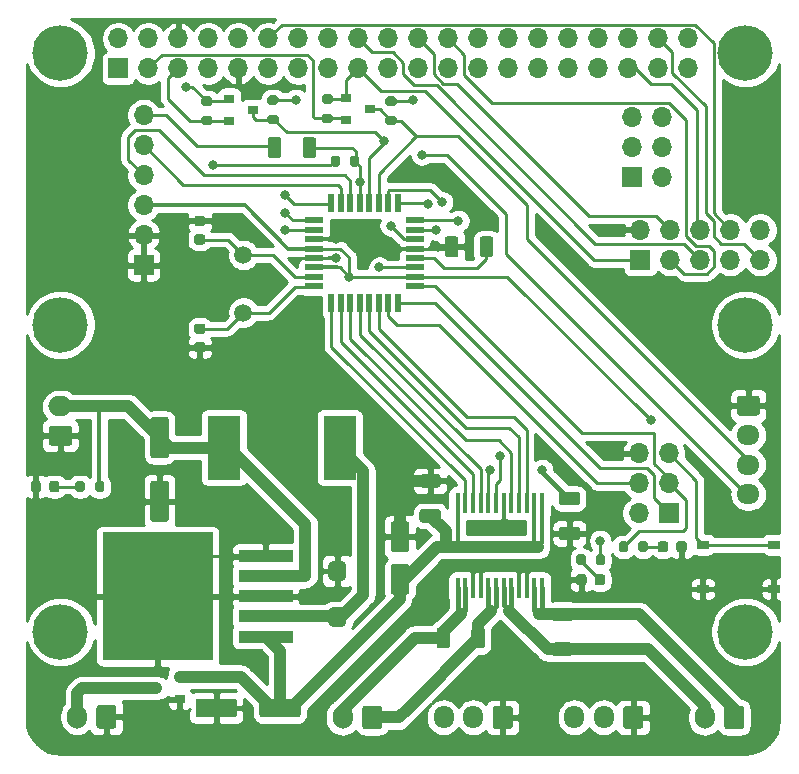
<source format=gbr>
%TF.GenerationSoftware,KiCad,Pcbnew,5.1.10*%
%TF.CreationDate,2021-11-07T20:18:02+05:45*%
%TF.ProjectId,RobotHat,526f626f-7448-4617-942e-6b696361645f,rev?*%
%TF.SameCoordinates,Original*%
%TF.FileFunction,Copper,L1,Top*%
%TF.FilePolarity,Positive*%
%FSLAX46Y46*%
G04 Gerber Fmt 4.6, Leading zero omitted, Abs format (unit mm)*
G04 Created by KiCad (PCBNEW 5.1.10) date 2021-11-07 20:18:02*
%MOMM*%
%LPD*%
G01*
G04 APERTURE LIST*
%TA.AperFunction,ComponentPad*%
%ADD10C,1.500000*%
%TD*%
%TA.AperFunction,ComponentPad*%
%ADD11O,1.950000X1.700000*%
%TD*%
%TA.AperFunction,ComponentPad*%
%ADD12O,1.700000X1.700000*%
%TD*%
%TA.AperFunction,ComponentPad*%
%ADD13R,1.700000X1.700000*%
%TD*%
%TA.AperFunction,SMDPad,CuDef*%
%ADD14R,1.000000X0.750000*%
%TD*%
%TA.AperFunction,SMDPad,CuDef*%
%ADD15R,0.900000X0.800000*%
%TD*%
%TA.AperFunction,SMDPad,CuDef*%
%ADD16R,2.800000X5.400000*%
%TD*%
%TA.AperFunction,SMDPad,CuDef*%
%ADD17R,0.550000X1.600000*%
%TD*%
%TA.AperFunction,SMDPad,CuDef*%
%ADD18R,1.600000X0.550000*%
%TD*%
%TA.AperFunction,ComponentPad*%
%ADD19C,4.700000*%
%TD*%
%TA.AperFunction,ComponentPad*%
%ADD20O,2.000000X1.700000*%
%TD*%
%TA.AperFunction,SMDPad,CuDef*%
%ADD21R,9.400000X10.800000*%
%TD*%
%TA.AperFunction,SMDPad,CuDef*%
%ADD22R,4.600000X1.100000*%
%TD*%
%TA.AperFunction,SMDPad,CuDef*%
%ADD23R,0.450000X1.750000*%
%TD*%
%TA.AperFunction,ComponentPad*%
%ADD24O,1.700000X2.000000*%
%TD*%
%TA.AperFunction,ComponentPad*%
%ADD25O,1.700000X1.950000*%
%TD*%
%TA.AperFunction,ViaPad*%
%ADD26C,0.800000*%
%TD*%
%TA.AperFunction,Conductor*%
%ADD27C,1.000000*%
%TD*%
%TA.AperFunction,Conductor*%
%ADD28C,0.250000*%
%TD*%
%TA.AperFunction,Conductor*%
%ADD29C,0.300000*%
%TD*%
%TA.AperFunction,Conductor*%
%ADD30C,0.400000*%
%TD*%
%TA.AperFunction,Conductor*%
%ADD31C,0.100000*%
%TD*%
G04 APERTURE END LIST*
D10*
%TO.P,Y1,2*%
%TO.N,XTAL2*%
X69300000Y-67480000D03*
%TO.P,Y1,1*%
%TO.N,XTAL1*%
X69300000Y-62600000D03*
%TD*%
%TO.P,C4,2*%
%TO.N,GND*%
%TA.AperFunction,SMDPad,CuDef*%
G36*
G01*
X65343750Y-69970000D02*
X65856250Y-69970000D01*
G75*
G02*
X66075000Y-70188750I0J-218750D01*
G01*
X66075000Y-70626250D01*
G75*
G02*
X65856250Y-70845000I-218750J0D01*
G01*
X65343750Y-70845000D01*
G75*
G02*
X65125000Y-70626250I0J218750D01*
G01*
X65125000Y-70188750D01*
G75*
G02*
X65343750Y-69970000I218750J0D01*
G01*
G37*
%TD.AperFunction*%
%TO.P,C4,1*%
%TO.N,XTAL2*%
%TA.AperFunction,SMDPad,CuDef*%
G36*
G01*
X65343750Y-68395000D02*
X65856250Y-68395000D01*
G75*
G02*
X66075000Y-68613750I0J-218750D01*
G01*
X66075000Y-69051250D01*
G75*
G02*
X65856250Y-69270000I-218750J0D01*
G01*
X65343750Y-69270000D01*
G75*
G02*
X65125000Y-69051250I0J218750D01*
G01*
X65125000Y-68613750D01*
G75*
G02*
X65343750Y-68395000I218750J0D01*
G01*
G37*
%TD.AperFunction*%
%TD*%
%TO.P,C2,2*%
%TO.N,GND*%
%TA.AperFunction,SMDPad,CuDef*%
G36*
G01*
X65856250Y-60150000D02*
X65343750Y-60150000D01*
G75*
G02*
X65125000Y-59931250I0J218750D01*
G01*
X65125000Y-59493750D01*
G75*
G02*
X65343750Y-59275000I218750J0D01*
G01*
X65856250Y-59275000D01*
G75*
G02*
X66075000Y-59493750I0J-218750D01*
G01*
X66075000Y-59931250D01*
G75*
G02*
X65856250Y-60150000I-218750J0D01*
G01*
G37*
%TD.AperFunction*%
%TO.P,C2,1*%
%TO.N,XTAL1*%
%TA.AperFunction,SMDPad,CuDef*%
G36*
G01*
X65856250Y-61725000D02*
X65343750Y-61725000D01*
G75*
G02*
X65125000Y-61506250I0J218750D01*
G01*
X65125000Y-61068750D01*
G75*
G02*
X65343750Y-60850000I218750J0D01*
G01*
X65856250Y-60850000D01*
G75*
G02*
X66075000Y-61068750I0J-218750D01*
G01*
X66075000Y-61506250D01*
G75*
G02*
X65856250Y-61725000I-218750J0D01*
G01*
G37*
%TD.AperFunction*%
%TD*%
D11*
%TO.P,J5,4*%
%TO.N,SCL*%
X112050000Y-82850000D03*
%TO.P,J5,3*%
%TO.N,SDA*%
X112050000Y-80350000D03*
%TO.P,J5,2*%
%TO.N,+5V*%
X112050000Y-77850000D03*
%TO.P,J5,1*%
%TO.N,GND*%
%TA.AperFunction,ComponentPad*%
G36*
G01*
X111325000Y-74500000D02*
X112775000Y-74500000D01*
G75*
G02*
X113025000Y-74750000I0J-250000D01*
G01*
X113025000Y-75950000D01*
G75*
G02*
X112775000Y-76200000I-250000J0D01*
G01*
X111325000Y-76200000D01*
G75*
G02*
X111075000Y-75950000I0J250000D01*
G01*
X111075000Y-74750000D01*
G75*
G02*
X111325000Y-74500000I250000J0D01*
G01*
G37*
%TD.AperFunction*%
%TD*%
%TO.P,D4,2*%
%TO.N,Net-(D4-Pad2)*%
%TA.AperFunction,SMDPad,CuDef*%
G36*
G01*
X99050000Y-90356250D02*
X99050000Y-89843750D01*
G75*
G02*
X99268750Y-89625000I218750J0D01*
G01*
X99706250Y-89625000D01*
G75*
G02*
X99925000Y-89843750I0J-218750D01*
G01*
X99925000Y-90356250D01*
G75*
G02*
X99706250Y-90575000I-218750J0D01*
G01*
X99268750Y-90575000D01*
G75*
G02*
X99050000Y-90356250I0J218750D01*
G01*
G37*
%TD.AperFunction*%
%TO.P,D4,1*%
%TO.N,GND*%
%TA.AperFunction,SMDPad,CuDef*%
G36*
G01*
X97475000Y-90356250D02*
X97475000Y-89843750D01*
G75*
G02*
X97693750Y-89625000I218750J0D01*
G01*
X98131250Y-89625000D01*
G75*
G02*
X98350000Y-89843750I0J-218750D01*
G01*
X98350000Y-90356250D01*
G75*
G02*
X98131250Y-90575000I-218750J0D01*
G01*
X97693750Y-90575000D01*
G75*
G02*
X97475000Y-90356250I0J218750D01*
G01*
G37*
%TD.AperFunction*%
%TD*%
%TO.P,R1,2*%
%TO.N,RESET*%
%TA.AperFunction,SMDPad,CuDef*%
G36*
G01*
X78325000Y-54925000D02*
X78325000Y-54375000D01*
G75*
G02*
X78525000Y-54175000I200000J0D01*
G01*
X78925000Y-54175000D01*
G75*
G02*
X79125000Y-54375000I0J-200000D01*
G01*
X79125000Y-54925000D01*
G75*
G02*
X78925000Y-55125000I-200000J0D01*
G01*
X78525000Y-55125000D01*
G75*
G02*
X78325000Y-54925000I0J200000D01*
G01*
G37*
%TD.AperFunction*%
%TO.P,R1,1*%
%TO.N,+5V*%
%TA.AperFunction,SMDPad,CuDef*%
G36*
G01*
X76675000Y-54925000D02*
X76675000Y-54375000D01*
G75*
G02*
X76875000Y-54175000I200000J0D01*
G01*
X77275000Y-54175000D01*
G75*
G02*
X77475000Y-54375000I0J-200000D01*
G01*
X77475000Y-54925000D01*
G75*
G02*
X77275000Y-55125000I-200000J0D01*
G01*
X76875000Y-55125000D01*
G75*
G02*
X76675000Y-54925000I0J200000D01*
G01*
G37*
%TD.AperFunction*%
%TD*%
%TO.P,R6,2*%
%TO.N,3v3_SCL*%
%TA.AperFunction,SMDPad,CuDef*%
G36*
G01*
X65925000Y-50825000D02*
X66475000Y-50825000D01*
G75*
G02*
X66675000Y-51025000I0J-200000D01*
G01*
X66675000Y-51425000D01*
G75*
G02*
X66475000Y-51625000I-200000J0D01*
G01*
X65925000Y-51625000D01*
G75*
G02*
X65725000Y-51425000I0J200000D01*
G01*
X65725000Y-51025000D01*
G75*
G02*
X65925000Y-50825000I200000J0D01*
G01*
G37*
%TD.AperFunction*%
%TO.P,R6,1*%
%TO.N,+3V3*%
%TA.AperFunction,SMDPad,CuDef*%
G36*
G01*
X65925000Y-49175000D02*
X66475000Y-49175000D01*
G75*
G02*
X66675000Y-49375000I0J-200000D01*
G01*
X66675000Y-49775000D01*
G75*
G02*
X66475000Y-49975000I-200000J0D01*
G01*
X65925000Y-49975000D01*
G75*
G02*
X65725000Y-49775000I0J200000D01*
G01*
X65725000Y-49375000D01*
G75*
G02*
X65925000Y-49175000I200000J0D01*
G01*
G37*
%TD.AperFunction*%
%TD*%
%TO.P,R5,2*%
%TO.N,3v3_SDA*%
%TA.AperFunction,SMDPad,CuDef*%
G36*
G01*
X76125000Y-50625000D02*
X76675000Y-50625000D01*
G75*
G02*
X76875000Y-50825000I0J-200000D01*
G01*
X76875000Y-51225000D01*
G75*
G02*
X76675000Y-51425000I-200000J0D01*
G01*
X76125000Y-51425000D01*
G75*
G02*
X75925000Y-51225000I0J200000D01*
G01*
X75925000Y-50825000D01*
G75*
G02*
X76125000Y-50625000I200000J0D01*
G01*
G37*
%TD.AperFunction*%
%TO.P,R5,1*%
%TO.N,+3V3*%
%TA.AperFunction,SMDPad,CuDef*%
G36*
G01*
X76125000Y-48975000D02*
X76675000Y-48975000D01*
G75*
G02*
X76875000Y-49175000I0J-200000D01*
G01*
X76875000Y-49575000D01*
G75*
G02*
X76675000Y-49775000I-200000J0D01*
G01*
X76125000Y-49775000D01*
G75*
G02*
X75925000Y-49575000I0J200000D01*
G01*
X75925000Y-49175000D01*
G75*
G02*
X76125000Y-48975000I200000J0D01*
G01*
G37*
%TD.AperFunction*%
%TD*%
%TO.P,R8,2*%
%TO.N,SCL*%
%TA.AperFunction,SMDPad,CuDef*%
G36*
G01*
X71525000Y-50725000D02*
X72075000Y-50725000D01*
G75*
G02*
X72275000Y-50925000I0J-200000D01*
G01*
X72275000Y-51325000D01*
G75*
G02*
X72075000Y-51525000I-200000J0D01*
G01*
X71525000Y-51525000D01*
G75*
G02*
X71325000Y-51325000I0J200000D01*
G01*
X71325000Y-50925000D01*
G75*
G02*
X71525000Y-50725000I200000J0D01*
G01*
G37*
%TD.AperFunction*%
%TO.P,R8,1*%
%TO.N,+5V*%
%TA.AperFunction,SMDPad,CuDef*%
G36*
G01*
X71525000Y-49075000D02*
X72075000Y-49075000D01*
G75*
G02*
X72275000Y-49275000I0J-200000D01*
G01*
X72275000Y-49675000D01*
G75*
G02*
X72075000Y-49875000I-200000J0D01*
G01*
X71525000Y-49875000D01*
G75*
G02*
X71325000Y-49675000I0J200000D01*
G01*
X71325000Y-49275000D01*
G75*
G02*
X71525000Y-49075000I200000J0D01*
G01*
G37*
%TD.AperFunction*%
%TD*%
%TO.P,R7,2*%
%TO.N,SDA*%
%TA.AperFunction,SMDPad,CuDef*%
G36*
G01*
X81525000Y-50825000D02*
X82075000Y-50825000D01*
G75*
G02*
X82275000Y-51025000I0J-200000D01*
G01*
X82275000Y-51425000D01*
G75*
G02*
X82075000Y-51625000I-200000J0D01*
G01*
X81525000Y-51625000D01*
G75*
G02*
X81325000Y-51425000I0J200000D01*
G01*
X81325000Y-51025000D01*
G75*
G02*
X81525000Y-50825000I200000J0D01*
G01*
G37*
%TD.AperFunction*%
%TO.P,R7,1*%
%TO.N,+5V*%
%TA.AperFunction,SMDPad,CuDef*%
G36*
G01*
X81525000Y-49175000D02*
X82075000Y-49175000D01*
G75*
G02*
X82275000Y-49375000I0J-200000D01*
G01*
X82275000Y-49775000D01*
G75*
G02*
X82075000Y-49975000I-200000J0D01*
G01*
X81525000Y-49975000D01*
G75*
G02*
X81325000Y-49775000I0J200000D01*
G01*
X81325000Y-49375000D01*
G75*
G02*
X81525000Y-49175000I200000J0D01*
G01*
G37*
%TD.AperFunction*%
%TD*%
%TO.P,R4,2*%
%TO.N,Net-(D4-Pad2)*%
%TA.AperFunction,SMDPad,CuDef*%
G36*
G01*
X98275000Y-88125000D02*
X98275000Y-88675000D01*
G75*
G02*
X98075000Y-88875000I-200000J0D01*
G01*
X97675000Y-88875000D01*
G75*
G02*
X97475000Y-88675000I0J200000D01*
G01*
X97475000Y-88125000D01*
G75*
G02*
X97675000Y-87925000I200000J0D01*
G01*
X98075000Y-87925000D01*
G75*
G02*
X98275000Y-88125000I0J-200000D01*
G01*
G37*
%TD.AperFunction*%
%TO.P,R4,1*%
%TO.N,D4*%
%TA.AperFunction,SMDPad,CuDef*%
G36*
G01*
X99925000Y-88125000D02*
X99925000Y-88675000D01*
G75*
G02*
X99725000Y-88875000I-200000J0D01*
G01*
X99325000Y-88875000D01*
G75*
G02*
X99125000Y-88675000I0J200000D01*
G01*
X99125000Y-88125000D01*
G75*
G02*
X99325000Y-87925000I200000J0D01*
G01*
X99725000Y-87925000D01*
G75*
G02*
X99925000Y-88125000I0J-200000D01*
G01*
G37*
%TD.AperFunction*%
%TD*%
%TO.P,R3,2*%
%TO.N,Net-(D3-Pad2)*%
%TA.AperFunction,SMDPad,CuDef*%
G36*
G01*
X55875000Y-81925000D02*
X55875000Y-82475000D01*
G75*
G02*
X55675000Y-82675000I-200000J0D01*
G01*
X55275000Y-82675000D01*
G75*
G02*
X55075000Y-82475000I0J200000D01*
G01*
X55075000Y-81925000D01*
G75*
G02*
X55275000Y-81725000I200000J0D01*
G01*
X55675000Y-81725000D01*
G75*
G02*
X55875000Y-81925000I0J-200000D01*
G01*
G37*
%TD.AperFunction*%
%TO.P,R3,1*%
%TO.N,+5V*%
%TA.AperFunction,SMDPad,CuDef*%
G36*
G01*
X57525000Y-81925000D02*
X57525000Y-82475000D01*
G75*
G02*
X57325000Y-82675000I-200000J0D01*
G01*
X56925000Y-82675000D01*
G75*
G02*
X56725000Y-82475000I0J200000D01*
G01*
X56725000Y-81925000D01*
G75*
G02*
X56925000Y-81725000I200000J0D01*
G01*
X57325000Y-81725000D01*
G75*
G02*
X57525000Y-81925000I0J-200000D01*
G01*
G37*
%TD.AperFunction*%
%TD*%
%TO.P,R2,2*%
%TO.N,Net-(D2-Pad2)*%
%TA.AperFunction,SMDPad,CuDef*%
G36*
G01*
X102725000Y-87575000D02*
X102725000Y-87025000D01*
G75*
G02*
X102925000Y-86825000I200000J0D01*
G01*
X103325000Y-86825000D01*
G75*
G02*
X103525000Y-87025000I0J-200000D01*
G01*
X103525000Y-87575000D01*
G75*
G02*
X103325000Y-87775000I-200000J0D01*
G01*
X102925000Y-87775000D01*
G75*
G02*
X102725000Y-87575000I0J200000D01*
G01*
G37*
%TD.AperFunction*%
%TO.P,R2,1*%
%TO.N,SCK*%
%TA.AperFunction,SMDPad,CuDef*%
G36*
G01*
X101075000Y-87575000D02*
X101075000Y-87025000D01*
G75*
G02*
X101275000Y-86825000I200000J0D01*
G01*
X101675000Y-86825000D01*
G75*
G02*
X101875000Y-87025000I0J-200000D01*
G01*
X101875000Y-87575000D01*
G75*
G02*
X101675000Y-87775000I-200000J0D01*
G01*
X101275000Y-87775000D01*
G75*
G02*
X101075000Y-87575000I0J200000D01*
G01*
G37*
%TD.AperFunction*%
%TD*%
%TO.P,D3,2*%
%TO.N,Net-(D3-Pad2)*%
%TA.AperFunction,SMDPad,CuDef*%
G36*
G01*
X52850000Y-82456250D02*
X52850000Y-81943750D01*
G75*
G02*
X53068750Y-81725000I218750J0D01*
G01*
X53506250Y-81725000D01*
G75*
G02*
X53725000Y-81943750I0J-218750D01*
G01*
X53725000Y-82456250D01*
G75*
G02*
X53506250Y-82675000I-218750J0D01*
G01*
X53068750Y-82675000D01*
G75*
G02*
X52850000Y-82456250I0J218750D01*
G01*
G37*
%TD.AperFunction*%
%TO.P,D3,1*%
%TO.N,GND*%
%TA.AperFunction,SMDPad,CuDef*%
G36*
G01*
X51275000Y-82456250D02*
X51275000Y-81943750D01*
G75*
G02*
X51493750Y-81725000I218750J0D01*
G01*
X51931250Y-81725000D01*
G75*
G02*
X52150000Y-81943750I0J-218750D01*
G01*
X52150000Y-82456250D01*
G75*
G02*
X51931250Y-82675000I-218750J0D01*
G01*
X51493750Y-82675000D01*
G75*
G02*
X51275000Y-82456250I0J218750D01*
G01*
G37*
%TD.AperFunction*%
%TD*%
%TO.P,D2,2*%
%TO.N,Net-(D2-Pad2)*%
%TA.AperFunction,SMDPad,CuDef*%
G36*
G01*
X105250000Y-87043750D02*
X105250000Y-87556250D01*
G75*
G02*
X105031250Y-87775000I-218750J0D01*
G01*
X104593750Y-87775000D01*
G75*
G02*
X104375000Y-87556250I0J218750D01*
G01*
X104375000Y-87043750D01*
G75*
G02*
X104593750Y-86825000I218750J0D01*
G01*
X105031250Y-86825000D01*
G75*
G02*
X105250000Y-87043750I0J-218750D01*
G01*
G37*
%TD.AperFunction*%
%TO.P,D2,1*%
%TO.N,GND*%
%TA.AperFunction,SMDPad,CuDef*%
G36*
G01*
X106825000Y-87043750D02*
X106825000Y-87556250D01*
G75*
G02*
X106606250Y-87775000I-218750J0D01*
G01*
X106168750Y-87775000D01*
G75*
G02*
X105950000Y-87556250I0J218750D01*
G01*
X105950000Y-87043750D01*
G75*
G02*
X106168750Y-86825000I218750J0D01*
G01*
X106606250Y-86825000D01*
G75*
G02*
X106825000Y-87043750I0J-218750D01*
G01*
G37*
%TD.AperFunction*%
%TD*%
D12*
%TO.P,J12,10*%
%TO.N,N/C*%
X113060000Y-60460000D03*
%TO.P,J12,9*%
%TO.N,RPI_MISO*%
X113060000Y-63000000D03*
%TO.P,J12,8*%
%TO.N,TFT_LED*%
X110520000Y-60460000D03*
%TO.P,J12,7*%
%TO.N,RPI_SCLK*%
X110520000Y-63000000D03*
%TO.P,J12,6*%
%TO.N,RPI_MOSI*%
X107980000Y-60460000D03*
%TO.P,J12,5*%
%TO.N,TFT_DCRS*%
X107980000Y-63000000D03*
%TO.P,J12,4*%
%TO.N,TFT_RESET*%
X105440000Y-60460000D03*
%TO.P,J12,3*%
%TO.N,TFT_CS*%
X105440000Y-63000000D03*
%TO.P,J12,2*%
%TO.N,GND*%
X102900000Y-60460000D03*
D13*
%TO.P,J12,1*%
%TO.N,+3V3*%
X102900000Y-63000000D03*
%TD*%
D14*
%TO.P,SW1,2*%
%TO.N,GND*%
X108200000Y-90875000D03*
X114200000Y-90875000D03*
%TO.P,SW1,1*%
%TO.N,RESET*%
X108200000Y-87125000D03*
X114200000Y-87125000D03*
%TD*%
%TO.P,C6,2*%
%TO.N,AREF*%
%TA.AperFunction,SMDPad,CuDef*%
G36*
G01*
X89300000Y-62550001D02*
X89300000Y-61249999D01*
G75*
G02*
X89549999Y-61000000I249999J0D01*
G01*
X90200001Y-61000000D01*
G75*
G02*
X90450000Y-61249999I0J-249999D01*
G01*
X90450000Y-62550001D01*
G75*
G02*
X90200001Y-62800000I-249999J0D01*
G01*
X89549999Y-62800000D01*
G75*
G02*
X89300000Y-62550001I0J249999D01*
G01*
G37*
%TD.AperFunction*%
%TO.P,C6,1*%
%TO.N,GND*%
%TA.AperFunction,SMDPad,CuDef*%
G36*
G01*
X86350000Y-62550001D02*
X86350000Y-61249999D01*
G75*
G02*
X86599999Y-61000000I249999J0D01*
G01*
X87250001Y-61000000D01*
G75*
G02*
X87500000Y-61249999I0J-249999D01*
G01*
X87500000Y-62550001D01*
G75*
G02*
X87250001Y-62800000I-249999J0D01*
G01*
X86599999Y-62800000D01*
G75*
G02*
X86350000Y-62550001I0J249999D01*
G01*
G37*
%TD.AperFunction*%
%TD*%
%TO.P,C3,2*%
%TO.N,RESET*%
%TA.AperFunction,SMDPad,CuDef*%
G36*
G01*
X74300000Y-54150001D02*
X74300000Y-52849999D01*
G75*
G02*
X74549999Y-52600000I249999J0D01*
G01*
X75200001Y-52600000D01*
G75*
G02*
X75450000Y-52849999I0J-249999D01*
G01*
X75450000Y-54150001D01*
G75*
G02*
X75200001Y-54400000I-249999J0D01*
G01*
X74549999Y-54400000D01*
G75*
G02*
X74300000Y-54150001I0J249999D01*
G01*
G37*
%TD.AperFunction*%
%TO.P,C3,1*%
%TO.N,DTR*%
%TA.AperFunction,SMDPad,CuDef*%
G36*
G01*
X71350000Y-54150001D02*
X71350000Y-52849999D01*
G75*
G02*
X71599999Y-52600000I249999J0D01*
G01*
X72250001Y-52600000D01*
G75*
G02*
X72500000Y-52849999I0J-249999D01*
G01*
X72500000Y-54150001D01*
G75*
G02*
X72250001Y-54400000I-249999J0D01*
G01*
X71599999Y-54400000D01*
G75*
G02*
X71350000Y-54150001I0J249999D01*
G01*
G37*
%TD.AperFunction*%
%TD*%
D15*
%TO.P,Q3,3*%
%TO.N,SCL*%
X70100000Y-50300000D03*
%TO.P,Q3,2*%
%TO.N,3v3_SCL*%
X68100000Y-51250000D03*
%TO.P,Q3,1*%
%TO.N,+3V3*%
X68100000Y-49350000D03*
%TD*%
%TO.P,C8,2*%
%TO.N,GND*%
%TA.AperFunction,SMDPad,CuDef*%
G36*
G01*
X83100000Y-87750000D02*
X82000000Y-87750000D01*
G75*
G02*
X81750000Y-87500000I0J250000D01*
G01*
X81750000Y-85400000D01*
G75*
G02*
X82000000Y-85150000I250000J0D01*
G01*
X83100000Y-85150000D01*
G75*
G02*
X83350000Y-85400000I0J-250000D01*
G01*
X83350000Y-87500000D01*
G75*
G02*
X83100000Y-87750000I-250000J0D01*
G01*
G37*
%TD.AperFunction*%
%TO.P,C8,1*%
%TO.N,+9VA*%
%TA.AperFunction,SMDPad,CuDef*%
G36*
G01*
X83100000Y-91350000D02*
X82000000Y-91350000D01*
G75*
G02*
X81750000Y-91100000I0J250000D01*
G01*
X81750000Y-89000000D01*
G75*
G02*
X82000000Y-88750000I250000J0D01*
G01*
X83100000Y-88750000D01*
G75*
G02*
X83350000Y-89000000I0J-250000D01*
G01*
X83350000Y-91100000D01*
G75*
G02*
X83100000Y-91350000I-250000J0D01*
G01*
G37*
%TD.AperFunction*%
%TD*%
%TO.P,C5,2*%
%TO.N,GND*%
%TA.AperFunction,SMDPad,CuDef*%
G36*
G01*
X61650000Y-81700000D02*
X62750000Y-81700000D01*
G75*
G02*
X63000000Y-81950000I0J-250000D01*
G01*
X63000000Y-84950000D01*
G75*
G02*
X62750000Y-85200000I-250000J0D01*
G01*
X61650000Y-85200000D01*
G75*
G02*
X61400000Y-84950000I0J250000D01*
G01*
X61400000Y-81950000D01*
G75*
G02*
X61650000Y-81700000I250000J0D01*
G01*
G37*
%TD.AperFunction*%
%TO.P,C5,1*%
%TO.N,+5V*%
%TA.AperFunction,SMDPad,CuDef*%
G36*
G01*
X61650000Y-76300000D02*
X62750000Y-76300000D01*
G75*
G02*
X63000000Y-76550000I0J-250000D01*
G01*
X63000000Y-79550000D01*
G75*
G02*
X62750000Y-79800000I-250000J0D01*
G01*
X61650000Y-79800000D01*
G75*
G02*
X61400000Y-79550000I0J250000D01*
G01*
X61400000Y-76550000D01*
G75*
G02*
X61650000Y-76300000I250000J0D01*
G01*
G37*
%TD.AperFunction*%
%TD*%
%TO.P,C1,2*%
%TO.N,GND*%
%TA.AperFunction,SMDPad,CuDef*%
G36*
G01*
X68750000Y-100400000D02*
X68750000Y-101500000D01*
G75*
G02*
X68500000Y-101750000I-250000J0D01*
G01*
X65500000Y-101750000D01*
G75*
G02*
X65250000Y-101500000I0J250000D01*
G01*
X65250000Y-100400000D01*
G75*
G02*
X65500000Y-100150000I250000J0D01*
G01*
X68500000Y-100150000D01*
G75*
G02*
X68750000Y-100400000I0J-250000D01*
G01*
G37*
%TD.AperFunction*%
%TO.P,C1,1*%
%TO.N,+9VA*%
%TA.AperFunction,SMDPad,CuDef*%
G36*
G01*
X74150000Y-100400000D02*
X74150000Y-101500000D01*
G75*
G02*
X73900000Y-101750000I-250000J0D01*
G01*
X70900000Y-101750000D01*
G75*
G02*
X70650000Y-101500000I0J250000D01*
G01*
X70650000Y-100400000D01*
G75*
G02*
X70900000Y-100150000I250000J0D01*
G01*
X73900000Y-100150000D01*
G75*
G02*
X74150000Y-100400000I0J-250000D01*
G01*
G37*
%TD.AperFunction*%
%TD*%
D16*
%TO.P,L1,2*%
%TO.N,Net-(D1-Pad1)*%
X77450000Y-78900000D03*
%TO.P,L1,1*%
%TO.N,+5V*%
X67650000Y-78900000D03*
%TD*%
D15*
%TO.P,Q2,3*%
%TO.N,SDA*%
X80000000Y-50250000D03*
%TO.P,Q2,2*%
%TO.N,3v3_SDA*%
X78000000Y-51200000D03*
%TO.P,Q2,1*%
%TO.N,+3V3*%
X78000000Y-49300000D03*
%TD*%
D12*
%TO.P,J3,6*%
%TO.N,GND*%
X102760000Y-79370000D03*
%TO.P,J3,5*%
%TO.N,RESET*%
X105300000Y-79370000D03*
%TO.P,J3,4*%
%TO.N,MOSI*%
X102760000Y-81910000D03*
%TO.P,J3,3*%
%TO.N,SCK*%
X105300000Y-81910000D03*
%TO.P,J3,2*%
%TO.N,+5V*%
X102760000Y-84450000D03*
D13*
%TO.P,J3,1*%
%TO.N,MISO*%
X105300000Y-84450000D03*
%TD*%
D12*
%TO.P,J4,6*%
%TO.N,DTR*%
X60850000Y-50750000D03*
%TO.P,J4,5*%
%TO.N,TXO*%
X60850000Y-53290000D03*
%TO.P,J4,4*%
%TO.N,RXI*%
X60850000Y-55830000D03*
%TO.P,J4,3*%
%TO.N,+5V*%
X60850000Y-58370000D03*
%TO.P,J4,2*%
%TO.N,GND*%
X60850000Y-60910000D03*
D13*
%TO.P,J4,1*%
X60850000Y-63450000D03*
%TD*%
D17*
%TO.P,U1,32*%
%TO.N,D2*%
X76750000Y-58200000D03*
%TO.P,U1,31*%
%TO.N,TXO*%
X77550000Y-58200000D03*
%TO.P,U1,30*%
%TO.N,RXI*%
X78350000Y-58200000D03*
%TO.P,U1,29*%
%TO.N,RESET*%
X79150000Y-58200000D03*
%TO.P,U1,28*%
%TO.N,SCL*%
X79950000Y-58200000D03*
%TO.P,U1,27*%
%TO.N,SDA*%
X80750000Y-58200000D03*
%TO.P,U1,26*%
%TO.N,A3*%
X81550000Y-58200000D03*
%TO.P,U1,25*%
%TO.N,A2*%
X82350000Y-58200000D03*
D18*
%TO.P,U1,24*%
%TO.N,A1*%
X83800000Y-59650000D03*
%TO.P,U1,23*%
%TO.N,A0*%
X83800000Y-60450000D03*
%TO.P,U1,22*%
%TO.N,A7*%
X83800000Y-61250000D03*
%TO.P,U1,21*%
%TO.N,GND*%
X83800000Y-62050000D03*
%TO.P,U1,20*%
%TO.N,AREF*%
X83800000Y-62850000D03*
%TO.P,U1,19*%
%TO.N,A6*%
X83800000Y-63650000D03*
%TO.P,U1,18*%
%TO.N,+5V*%
X83800000Y-64450000D03*
%TO.P,U1,17*%
%TO.N,SCK*%
X83800000Y-65250000D03*
D17*
%TO.P,U1,16*%
%TO.N,MISO*%
X82350000Y-66700000D03*
%TO.P,U1,15*%
%TO.N,MOSI*%
X81550000Y-66700000D03*
%TO.P,U1,14*%
%TO.N,D10*%
X80750000Y-66700000D03*
%TO.P,U1,13*%
%TO.N,D9*%
X79950000Y-66700000D03*
%TO.P,U1,12*%
%TO.N,D8*%
X79150000Y-66700000D03*
%TO.P,U1,11*%
%TO.N,D7*%
X78350000Y-66700000D03*
%TO.P,U1,10*%
%TO.N,D6*%
X77550000Y-66700000D03*
%TO.P,U1,9*%
%TO.N,D5*%
X76750000Y-66700000D03*
D18*
%TO.P,U1,8*%
%TO.N,XTAL2*%
X75300000Y-65250000D03*
%TO.P,U1,7*%
%TO.N,XTAL1*%
X75300000Y-64450000D03*
%TO.P,U1,6*%
%TO.N,+5V*%
X75300000Y-63650000D03*
%TO.P,U1,5*%
%TO.N,GND*%
X75300000Y-62850000D03*
%TO.P,U1,4*%
%TO.N,+5V*%
X75300000Y-62050000D03*
%TO.P,U1,3*%
%TO.N,GND*%
X75300000Y-61250000D03*
%TO.P,U1,2*%
%TO.N,D4*%
X75300000Y-60450000D03*
%TO.P,U1,1*%
%TO.N,D3*%
X75300000Y-59650000D03*
%TD*%
D15*
%TO.P,Q1,3*%
%TO.N,+9V*%
X61900000Y-99250000D03*
%TO.P,Q1,2*%
%TO.N,+9VA*%
X63900000Y-98300000D03*
%TO.P,Q1,1*%
%TO.N,GND*%
X63900000Y-100200000D03*
%TD*%
%TO.P,D1,2*%
%TO.N,GND*%
%TA.AperFunction,SMDPad,CuDef*%
G36*
G01*
X77630000Y-90190000D02*
X76870000Y-90190000D01*
G75*
G02*
X76490000Y-89810000I0J380000D01*
G01*
X76490000Y-88890000D01*
G75*
G02*
X76870000Y-88510000I380000J0D01*
G01*
X77630000Y-88510000D01*
G75*
G02*
X78010000Y-88890000I0J-380000D01*
G01*
X78010000Y-89810000D01*
G75*
G02*
X77630000Y-90190000I-380000J0D01*
G01*
G37*
%TD.AperFunction*%
%TO.P,D1,1*%
%TO.N,Net-(D1-Pad1)*%
%TA.AperFunction,SMDPad,CuDef*%
G36*
G01*
X77630000Y-94090000D02*
X76870000Y-94090000D01*
G75*
G02*
X76490000Y-93710000I0J380000D01*
G01*
X76490000Y-92790000D01*
G75*
G02*
X76870000Y-92410000I380000J0D01*
G01*
X77630000Y-92410000D01*
G75*
G02*
X78010000Y-92790000I0J-380000D01*
G01*
X78010000Y-93710000D01*
G75*
G02*
X77630000Y-94090000I-380000J0D01*
G01*
G37*
%TD.AperFunction*%
%TD*%
%TO.P,C11,2*%
%TO.N,GND*%
%TA.AperFunction,SMDPad,CuDef*%
G36*
G01*
X85750001Y-82300000D02*
X84449999Y-82300000D01*
G75*
G02*
X84200000Y-82050001I0J249999D01*
G01*
X84200000Y-81399999D01*
G75*
G02*
X84449999Y-81150000I249999J0D01*
G01*
X85750001Y-81150000D01*
G75*
G02*
X86000000Y-81399999I0J-249999D01*
G01*
X86000000Y-82050001D01*
G75*
G02*
X85750001Y-82300000I-249999J0D01*
G01*
G37*
%TD.AperFunction*%
%TO.P,C11,1*%
%TO.N,+9VA*%
%TA.AperFunction,SMDPad,CuDef*%
G36*
G01*
X85750001Y-85250000D02*
X84449999Y-85250000D01*
G75*
G02*
X84200000Y-85000001I0J249999D01*
G01*
X84200000Y-84349999D01*
G75*
G02*
X84449999Y-84100000I249999J0D01*
G01*
X85750001Y-84100000D01*
G75*
G02*
X86000000Y-84349999I0J-249999D01*
G01*
X86000000Y-85000001D01*
G75*
G02*
X85750001Y-85250000I-249999J0D01*
G01*
G37*
%TD.AperFunction*%
%TD*%
%TO.P,C10,2*%
%TO.N,MOTORB2*%
%TA.AperFunction,SMDPad,CuDef*%
G36*
G01*
X95649999Y-95400000D02*
X96950001Y-95400000D01*
G75*
G02*
X97200000Y-95649999I0J-249999D01*
G01*
X97200000Y-96300001D01*
G75*
G02*
X96950001Y-96550000I-249999J0D01*
G01*
X95649999Y-96550000D01*
G75*
G02*
X95400000Y-96300001I0J249999D01*
G01*
X95400000Y-95649999D01*
G75*
G02*
X95649999Y-95400000I249999J0D01*
G01*
G37*
%TD.AperFunction*%
%TO.P,C10,1*%
%TO.N,MOTORB1*%
%TA.AperFunction,SMDPad,CuDef*%
G36*
G01*
X95649999Y-92450000D02*
X96950001Y-92450000D01*
G75*
G02*
X97200000Y-92699999I0J-249999D01*
G01*
X97200000Y-93350001D01*
G75*
G02*
X96950001Y-93600000I-249999J0D01*
G01*
X95649999Y-93600000D01*
G75*
G02*
X95400000Y-93350001I0J249999D01*
G01*
X95400000Y-92699999D01*
G75*
G02*
X95649999Y-92450000I249999J0D01*
G01*
G37*
%TD.AperFunction*%
%TD*%
%TO.P,C9,2*%
%TO.N,MOTORA2*%
%TA.AperFunction,SMDPad,CuDef*%
G36*
G01*
X88600000Y-95650001D02*
X88600000Y-94349999D01*
G75*
G02*
X88849999Y-94100000I249999J0D01*
G01*
X89500001Y-94100000D01*
G75*
G02*
X89750000Y-94349999I0J-249999D01*
G01*
X89750000Y-95650001D01*
G75*
G02*
X89500001Y-95900000I-249999J0D01*
G01*
X88849999Y-95900000D01*
G75*
G02*
X88600000Y-95650001I0J249999D01*
G01*
G37*
%TD.AperFunction*%
%TO.P,C9,1*%
%TO.N,MOTORA1*%
%TA.AperFunction,SMDPad,CuDef*%
G36*
G01*
X85650000Y-95650001D02*
X85650000Y-94349999D01*
G75*
G02*
X85899999Y-94100000I249999J0D01*
G01*
X86550001Y-94100000D01*
G75*
G02*
X86800000Y-94349999I0J-249999D01*
G01*
X86800000Y-95650001D01*
G75*
G02*
X86550001Y-95900000I-249999J0D01*
G01*
X85899999Y-95900000D01*
G75*
G02*
X85650000Y-95650001I0J249999D01*
G01*
G37*
%TD.AperFunction*%
%TD*%
%TO.P,C7,2*%
%TO.N,GND*%
%TA.AperFunction,SMDPad,CuDef*%
G36*
G01*
X96249999Y-85600000D02*
X97550001Y-85600000D01*
G75*
G02*
X97800000Y-85849999I0J-249999D01*
G01*
X97800000Y-86500001D01*
G75*
G02*
X97550001Y-86750000I-249999J0D01*
G01*
X96249999Y-86750000D01*
G75*
G02*
X96000000Y-86500001I0J249999D01*
G01*
X96000000Y-85849999D01*
G75*
G02*
X96249999Y-85600000I249999J0D01*
G01*
G37*
%TD.AperFunction*%
%TO.P,C7,1*%
%TO.N,+5V*%
%TA.AperFunction,SMDPad,CuDef*%
G36*
G01*
X96249999Y-82650000D02*
X97550001Y-82650000D01*
G75*
G02*
X97800000Y-82899999I0J-249999D01*
G01*
X97800000Y-83550001D01*
G75*
G02*
X97550001Y-83800000I-249999J0D01*
G01*
X96249999Y-83800000D01*
G75*
G02*
X96000000Y-83550001I0J249999D01*
G01*
X96000000Y-82899999D01*
G75*
G02*
X96249999Y-82650000I249999J0D01*
G01*
G37*
%TD.AperFunction*%
%TD*%
D19*
%TO.P,H6,1*%
%TO.N,N/C*%
X111800000Y-94500000D03*
%TD*%
%TO.P,H5,1*%
%TO.N,N/C*%
X53800000Y-94500000D03*
%TD*%
D12*
%TO.P,J10,6*%
%TO.N,A7*%
X104765000Y-50870000D03*
%TO.P,J10,5*%
%TO.N,A6*%
X102225000Y-50870000D03*
%TO.P,J10,4*%
%TO.N,A3*%
X104765000Y-53410000D03*
%TO.P,J10,3*%
%TO.N,A2*%
X102225000Y-53410000D03*
%TO.P,J10,2*%
%TO.N,A1*%
X104765000Y-55950000D03*
D13*
%TO.P,J10,1*%
%TO.N,A0*%
X102225000Y-55950000D03*
%TD*%
D20*
%TO.P,J2,2*%
%TO.N,+5V*%
X53800000Y-75400000D03*
%TO.P,J2,1*%
%TO.N,GND*%
%TA.AperFunction,ComponentPad*%
G36*
G01*
X54550000Y-78750000D02*
X53050000Y-78750000D01*
G75*
G02*
X52800000Y-78500000I0J250000D01*
G01*
X52800000Y-77300000D01*
G75*
G02*
X53050000Y-77050000I250000J0D01*
G01*
X54550000Y-77050000D01*
G75*
G02*
X54800000Y-77300000I0J-250000D01*
G01*
X54800000Y-78500000D01*
G75*
G02*
X54550000Y-78750000I-250000J0D01*
G01*
G37*
%TD.AperFunction*%
%TD*%
D21*
%TO.P,U2,3*%
%TO.N,GND*%
X62025000Y-91500000D03*
D22*
%TO.P,U2,5*%
X71175000Y-88100000D03*
%TO.P,U2,4*%
%TO.N,+5V*%
X71175000Y-89800000D03*
%TO.P,U2,3*%
%TO.N,GND*%
X71175000Y-91500000D03*
%TO.P,U2,2*%
%TO.N,Net-(D1-Pad1)*%
X71175000Y-93200000D03*
%TO.P,U2,1*%
%TO.N,+9VA*%
X71175000Y-94900000D03*
%TD*%
D19*
%TO.P,H4,1*%
%TO.N,N/C*%
X111800000Y-68500000D03*
%TD*%
%TO.P,H3,1*%
%TO.N,N/C*%
X111800000Y-45500000D03*
%TD*%
%TO.P,H2,1*%
%TO.N,N/C*%
X53800000Y-68500000D03*
%TD*%
%TO.P,H1,1*%
%TO.N,N/C*%
X53800000Y-45500000D03*
%TD*%
D23*
%TO.P,U3,24*%
%TO.N,+9VA*%
X87425000Y-83600000D03*
%TO.P,U3,23*%
%TO.N,D5*%
X88075000Y-83600000D03*
%TO.P,U3,22*%
%TO.N,D6*%
X88725000Y-83600000D03*
%TO.P,U3,21*%
%TO.N,D7*%
X89375000Y-83600000D03*
%TO.P,U3,20*%
%TO.N,+5V*%
X90025000Y-83600000D03*
%TO.P,U3,19*%
%TO.N,D4*%
X90675000Y-83600000D03*
%TO.P,U3,18*%
%TO.N,GND*%
X91325000Y-83600000D03*
%TO.P,U3,17*%
%TO.N,D8*%
X91975000Y-83600000D03*
%TO.P,U3,16*%
%TO.N,D9*%
X92625000Y-83600000D03*
%TO.P,U3,15*%
%TO.N,D10*%
X93275000Y-83600000D03*
%TO.P,U3,14*%
%TO.N,+9VA*%
X93925000Y-83600000D03*
%TO.P,U3,13*%
X94575000Y-83600000D03*
%TO.P,U3,12*%
%TO.N,MOTORB1*%
X94575000Y-90800000D03*
%TO.P,U3,11*%
X93925000Y-90800000D03*
%TO.P,U3,10*%
%TO.N,GND*%
X93275000Y-90800000D03*
%TO.P,U3,9*%
X92625000Y-90800000D03*
%TO.P,U3,8*%
%TO.N,MOTORB2*%
X91975000Y-90800000D03*
%TO.P,U3,7*%
X91325000Y-90800000D03*
%TO.P,U3,6*%
%TO.N,MOTORA2*%
X90675000Y-90800000D03*
%TO.P,U3,5*%
X90025000Y-90800000D03*
%TO.P,U3,4*%
%TO.N,GND*%
X89375000Y-90800000D03*
%TO.P,U3,3*%
X88725000Y-90800000D03*
%TO.P,U3,2*%
%TO.N,MOTORA1*%
X88075000Y-90800000D03*
%TO.P,U3,1*%
X87425000Y-90800000D03*
%TD*%
D24*
%TO.P,J9,2*%
%TO.N,MOTORB2*%
X108350000Y-101750000D03*
%TO.P,J9,1*%
%TO.N,MOTORB1*%
%TA.AperFunction,ComponentPad*%
G36*
G01*
X111700000Y-101000000D02*
X111700000Y-102500000D01*
G75*
G02*
X111450000Y-102750000I-250000J0D01*
G01*
X110250000Y-102750000D01*
G75*
G02*
X110000000Y-102500000I0J250000D01*
G01*
X110000000Y-101000000D01*
G75*
G02*
X110250000Y-100750000I250000J0D01*
G01*
X111450000Y-100750000D01*
G75*
G02*
X111700000Y-101000000I0J-250000D01*
G01*
G37*
%TD.AperFunction*%
%TD*%
%TO.P,J8,2*%
%TO.N,MOTORA1*%
X77700000Y-101750000D03*
%TO.P,J8,1*%
%TO.N,MOTORA2*%
%TA.AperFunction,ComponentPad*%
G36*
G01*
X81050000Y-101000000D02*
X81050000Y-102500000D01*
G75*
G02*
X80800000Y-102750000I-250000J0D01*
G01*
X79600000Y-102750000D01*
G75*
G02*
X79350000Y-102500000I0J250000D01*
G01*
X79350000Y-101000000D01*
G75*
G02*
X79600000Y-100750000I250000J0D01*
G01*
X80800000Y-100750000D01*
G75*
G02*
X81050000Y-101000000I0J-250000D01*
G01*
G37*
%TD.AperFunction*%
%TD*%
D25*
%TO.P,J7,3*%
%TO.N,D3*%
X97300000Y-101750000D03*
%TO.P,J7,2*%
%TO.N,+5V*%
X99800000Y-101750000D03*
%TO.P,J7,1*%
%TO.N,GND*%
%TA.AperFunction,ComponentPad*%
G36*
G01*
X103150000Y-101025000D02*
X103150000Y-102475000D01*
G75*
G02*
X102900000Y-102725000I-250000J0D01*
G01*
X101700000Y-102725000D01*
G75*
G02*
X101450000Y-102475000I0J250000D01*
G01*
X101450000Y-101025000D01*
G75*
G02*
X101700000Y-100775000I250000J0D01*
G01*
X102900000Y-100775000D01*
G75*
G02*
X103150000Y-101025000I0J-250000D01*
G01*
G37*
%TD.AperFunction*%
%TD*%
%TO.P,J6,3*%
%TO.N,D2*%
X86250000Y-101750000D03*
%TO.P,J6,2*%
%TO.N,+5V*%
X88750000Y-101750000D03*
%TO.P,J6,1*%
%TO.N,GND*%
%TA.AperFunction,ComponentPad*%
G36*
G01*
X92100000Y-101025000D02*
X92100000Y-102475000D01*
G75*
G02*
X91850000Y-102725000I-250000J0D01*
G01*
X90650000Y-102725000D01*
G75*
G02*
X90400000Y-102475000I0J250000D01*
G01*
X90400000Y-101025000D01*
G75*
G02*
X90650000Y-100775000I250000J0D01*
G01*
X91850000Y-100775000D01*
G75*
G02*
X92100000Y-101025000I0J-250000D01*
G01*
G37*
%TD.AperFunction*%
%TD*%
D12*
%TO.P,J11,40*%
%TO.N,RPI_SCLK*%
X106960000Y-44260000D03*
%TO.P,J11,39*%
%TO.N,GND*%
X106960000Y-46800000D03*
%TO.P,J11,38*%
%TO.N,RPI_MISO*%
X104420000Y-44260000D03*
%TO.P,J11,37*%
%TO.N,N/C*%
X104420000Y-46800000D03*
%TO.P,J11,36*%
X101880000Y-44260000D03*
%TO.P,J11,35*%
%TO.N,RPI_MOSI*%
X101880000Y-46800000D03*
%TO.P,J11,34*%
%TO.N,GND*%
X99340000Y-44260000D03*
%TO.P,J11,33*%
%TO.N,N/C*%
X99340000Y-46800000D03*
%TO.P,J11,32*%
X96800000Y-44260000D03*
%TO.P,J11,31*%
X96800000Y-46800000D03*
%TO.P,J11,30*%
%TO.N,GND*%
X94260000Y-44260000D03*
%TO.P,J11,29*%
%TO.N,N/C*%
X94260000Y-46800000D03*
%TO.P,J11,28*%
X91720000Y-44260000D03*
%TO.P,J11,27*%
X91720000Y-46800000D03*
%TO.P,J11,26*%
X89180000Y-44260000D03*
%TO.P,J11,25*%
%TO.N,GND*%
X89180000Y-46800000D03*
%TO.P,J11,24*%
%TO.N,TFT_CS*%
X86640000Y-44260000D03*
%TO.P,J11,23*%
%TO.N,N/C*%
X86640000Y-46800000D03*
%TO.P,J11,22*%
%TO.N,TFT_RESET*%
X84100000Y-44260000D03*
%TO.P,J11,21*%
%TO.N,N/C*%
X84100000Y-46800000D03*
%TO.P,J11,20*%
%TO.N,GND*%
X81560000Y-44260000D03*
%TO.P,J11,19*%
%TO.N,N/C*%
X81560000Y-46800000D03*
%TO.P,J11,18*%
%TO.N,TFT_DCRS*%
X79020000Y-44260000D03*
%TO.P,J11,17*%
%TO.N,+3V3*%
X79020000Y-46800000D03*
%TO.P,J11,16*%
%TO.N,N/C*%
X76480000Y-44260000D03*
%TO.P,J11,15*%
X76480000Y-46800000D03*
%TO.P,J11,14*%
%TO.N,GND*%
X73940000Y-44260000D03*
%TO.P,J11,13*%
%TO.N,N/C*%
X73940000Y-46800000D03*
%TO.P,J11,12*%
%TO.N,TFT_LED*%
X71400000Y-44260000D03*
%TO.P,J11,11*%
%TO.N,N/C*%
X71400000Y-46800000D03*
%TO.P,J11,10*%
X68860000Y-44260000D03*
%TO.P,J11,9*%
%TO.N,GND*%
X68860000Y-46800000D03*
%TO.P,J11,8*%
%TO.N,N/C*%
X66320000Y-44260000D03*
%TO.P,J11,7*%
X66320000Y-46800000D03*
%TO.P,J11,6*%
%TO.N,GND*%
X63780000Y-44260000D03*
%TO.P,J11,5*%
%TO.N,3v3_SCL*%
X63780000Y-46800000D03*
%TO.P,J11,4*%
%TO.N,+5V*%
X61240000Y-44260000D03*
%TO.P,J11,3*%
%TO.N,3v3_SDA*%
X61240000Y-46800000D03*
%TO.P,J11,2*%
%TO.N,+5V*%
X58700000Y-44260000D03*
D13*
%TO.P,J11,1*%
%TO.N,+3V3*%
X58700000Y-46800000D03*
%TD*%
D24*
%TO.P,J1,2*%
%TO.N,+9V*%
X55200000Y-101700000D03*
%TO.P,J1,1*%
%TO.N,GND*%
%TA.AperFunction,ComponentPad*%
G36*
G01*
X58550000Y-100950000D02*
X58550000Y-102450000D01*
G75*
G02*
X58300000Y-102700000I-250000J0D01*
G01*
X57100000Y-102700000D01*
G75*
G02*
X56850000Y-102450000I0J250000D01*
G01*
X56850000Y-100950000D01*
G75*
G02*
X57100000Y-100700000I250000J0D01*
G01*
X58300000Y-100700000D01*
G75*
G02*
X58550000Y-100950000I0J-250000D01*
G01*
G37*
%TD.AperFunction*%
%TD*%
D26*
%TO.N,GND*%
X91325000Y-85525000D03*
X95500000Y-88675000D03*
X55100000Y-86350000D03*
X55100000Y-89750000D03*
X77124990Y-62850000D03*
X77150000Y-61250000D03*
%TO.N,RESET*%
X79150000Y-56450000D03*
%TO.N,+5V*%
X90150000Y-80825000D03*
X78250004Y-64450000D03*
X94600000Y-80799998D03*
X66700000Y-54950000D03*
X73750000Y-49450000D03*
X83650000Y-49450000D03*
X103800000Y-76600000D03*
%TO.N,+3V3*%
X64449996Y-48350000D03*
%TO.N,SCL*%
X81200000Y-52950000D03*
X84400000Y-54100000D03*
%TO.N,A7*%
X81749999Y-60100001D03*
%TO.N,A6*%
X80800000Y-63649998D03*
%TO.N,A3*%
X86125000Y-58125000D03*
%TO.N,A2*%
X84912337Y-58237657D03*
%TO.N,A1*%
X87500000Y-59700000D03*
%TO.N,A0*%
X85600008Y-60450000D03*
%TO.N,D2*%
X72850000Y-57550000D03*
%TO.N,D3*%
X72850000Y-58999996D03*
%TO.N,D4*%
X91050000Y-79650000D03*
X99500000Y-86800000D03*
X72850000Y-60450000D03*
%TD*%
D27*
%TO.N,GND*%
X60000000Y-89475000D02*
X62025000Y-91500000D01*
X60000000Y-93525000D02*
X62025000Y-91500000D01*
D28*
X65425000Y-88100000D02*
X62025000Y-91500000D01*
X71175000Y-88100000D02*
X65425000Y-88100000D01*
X71175000Y-91500000D02*
X62025000Y-91500000D01*
D29*
X91325000Y-83600000D02*
X91325000Y-85525000D01*
X92625000Y-88850000D02*
X92625000Y-90800000D01*
X93275000Y-88850000D02*
X92625000Y-88850000D01*
X93275000Y-90800000D02*
X93275000Y-88850000D01*
X91325000Y-85525000D02*
X91325000Y-85525000D01*
X88725000Y-90800000D02*
X88725000Y-88825000D01*
X88725000Y-88825000D02*
X89375000Y-88825000D01*
X89375000Y-88825000D02*
X89375000Y-90800000D01*
D27*
X93275000Y-88850000D02*
X86750000Y-88850000D01*
X95325000Y-88850000D02*
X95500000Y-88675000D01*
X93275000Y-88850000D02*
X95325000Y-88850000D01*
X62025000Y-91500000D02*
X62025000Y-92625000D01*
X62025000Y-92625000D02*
X59500000Y-95150000D01*
X62025000Y-91500000D02*
X62025000Y-91425000D01*
X62025000Y-91425000D02*
X59050000Y-88450000D01*
X62025000Y-91500000D02*
X62025000Y-92075000D01*
X62025000Y-91500000D02*
X62025000Y-91225000D01*
X63650000Y-93125000D02*
X62500000Y-91975000D01*
D29*
X80000000Y-62050000D02*
X83800000Y-62050000D01*
X79200000Y-61250000D02*
X80000000Y-62050000D01*
D28*
X75300000Y-62850000D02*
X77124990Y-62850000D01*
D29*
X77150000Y-61250000D02*
X79200000Y-61250000D01*
X75300000Y-61250000D02*
X77150000Y-61250000D01*
D28*
X73700000Y-62850000D02*
X73500000Y-62850000D01*
X75300000Y-62850000D02*
X73700000Y-62850000D01*
X86775000Y-62050000D02*
X86925000Y-61900000D01*
X83800000Y-62050000D02*
X86775000Y-62050000D01*
X114200000Y-90875000D02*
X108200000Y-90875000D01*
X106555000Y-90855000D02*
X106575000Y-90875000D01*
X106555000Y-86950000D02*
X106555000Y-90855000D01*
X108200000Y-90875000D02*
X106575000Y-90875000D01*
X97912500Y-90100000D02*
X96925000Y-90100000D01*
X96925000Y-90100000D02*
X95500000Y-88675000D01*
D27*
X82550000Y-81725000D02*
X85100000Y-81725000D01*
X82550000Y-86450000D02*
X82550000Y-81725000D01*
%TO.N,+9V*%
X55200000Y-99700000D02*
X55200000Y-101700000D01*
X55650000Y-99250000D02*
X55200000Y-99700000D01*
X61900000Y-99250000D02*
X55650000Y-99250000D01*
D28*
%TO.N,XTAL1*%
X67987500Y-61287500D02*
X69300000Y-62600000D01*
X65600000Y-61287500D02*
X67987500Y-61287500D01*
X71789000Y-62600000D02*
X73639000Y-64450000D01*
X73639000Y-64450000D02*
X75300000Y-64450000D01*
X69300000Y-62600000D02*
X71789000Y-62600000D01*
%TO.N,RESET*%
X79150000Y-58200000D02*
X79150000Y-56450000D01*
X79160000Y-56440000D02*
X79150000Y-56450000D01*
X78500000Y-53500000D02*
X78812500Y-53812500D01*
X74875000Y-53500000D02*
X78500000Y-53500000D01*
X107650000Y-86575000D02*
X108200000Y-87125000D01*
X107650000Y-81720000D02*
X107650000Y-86575000D01*
X105300000Y-79370000D02*
X107650000Y-81720000D01*
X108200000Y-87125000D02*
X114200000Y-87125000D01*
X78812500Y-54562500D02*
X78725000Y-54650000D01*
X78812500Y-53812500D02*
X78812500Y-54562500D01*
X79200000Y-56400000D02*
X79150000Y-56450000D01*
X79200000Y-55125000D02*
X79200000Y-56400000D01*
X78725000Y-54650000D02*
X79200000Y-55125000D01*
%TO.N,DTR*%
X62750000Y-50750000D02*
X60850000Y-50750000D01*
X65400000Y-53400000D02*
X62750000Y-50750000D01*
X71825000Y-53400000D02*
X71925000Y-53500000D01*
X65400000Y-53400000D02*
X71825000Y-53400000D01*
%TO.N,XTAL2*%
X67947500Y-68832500D02*
X69300000Y-67480000D01*
X65600000Y-68832500D02*
X67947500Y-68832500D01*
X75270000Y-65280000D02*
X75300000Y-65250000D01*
X73629000Y-65280000D02*
X75270000Y-65280000D01*
X71429000Y-67480000D02*
X73629000Y-65280000D01*
X69300000Y-67480000D02*
X71429000Y-67480000D01*
%TO.N,+5V*%
X90025000Y-83600000D02*
X90025000Y-80950000D01*
X90025000Y-80950000D02*
X90150000Y-80825000D01*
D29*
X73100000Y-62050000D02*
X69420000Y-58370000D01*
X75300000Y-62050000D02*
X73100000Y-62050000D01*
D28*
X77500000Y-62050000D02*
X78250004Y-62800004D01*
X75300000Y-62050000D02*
X77500000Y-62050000D01*
D30*
X96900000Y-83225000D02*
X94525000Y-80850000D01*
X94525000Y-80850000D02*
X94525000Y-80849974D01*
D28*
X77450004Y-63650000D02*
X77200000Y-63650000D01*
X78250004Y-64450000D02*
X77450004Y-63650000D01*
D29*
X75300000Y-63650000D02*
X77200000Y-63650000D01*
D28*
X78250004Y-64450000D02*
X78250004Y-62800004D01*
X78250004Y-64450000D02*
X83800000Y-64450000D01*
D29*
X69420000Y-58370000D02*
X60850000Y-58370000D01*
D28*
X66900000Y-55150000D02*
X66700000Y-54950000D01*
D27*
X62200000Y-78050000D02*
X59550000Y-75400000D01*
X63050000Y-78900000D02*
X62200000Y-78050000D01*
X67650000Y-78900000D02*
X63050000Y-78900000D01*
X59550000Y-75400000D02*
X57050000Y-75400000D01*
X57050000Y-75400000D02*
X53800000Y-75400000D01*
X74475000Y-89800000D02*
X74550000Y-89725000D01*
X71175000Y-89800000D02*
X74475000Y-89800000D01*
X74550000Y-89725000D02*
X74550000Y-85400000D01*
X68050000Y-78900000D02*
X67650000Y-78900000D01*
X74550000Y-85400000D02*
X68050000Y-78900000D01*
D28*
X66700000Y-54950000D02*
X76687500Y-54950000D01*
X73680000Y-49380000D02*
X73750000Y-49450000D01*
X82030000Y-49450000D02*
X82000000Y-49480000D01*
X73725000Y-49475000D02*
X73750000Y-49450000D01*
X71800000Y-49475000D02*
X73725000Y-49475000D01*
X83525000Y-49575000D02*
X83650000Y-49450000D01*
X81800000Y-49575000D02*
X83525000Y-49575000D01*
D29*
X57100000Y-82175000D02*
X57125000Y-82200000D01*
X57100000Y-75450000D02*
X57100000Y-82175000D01*
X57050000Y-75400000D02*
X57100000Y-75450000D01*
D28*
X83800000Y-64450000D02*
X91650000Y-64450000D01*
X91650000Y-64450000D02*
X103800000Y-76600000D01*
%TO.N,AREF*%
X83800000Y-62850000D02*
X83910078Y-62739922D01*
X85450000Y-62850000D02*
X83800000Y-62850000D01*
X86300000Y-63700000D02*
X85450000Y-62850000D01*
X89100000Y-63700000D02*
X86300000Y-63700000D01*
X89875000Y-62925000D02*
X89100000Y-63700000D01*
X89875000Y-61900000D02*
X89875000Y-62925000D01*
%TO.N,+3V3*%
X77962500Y-49337500D02*
X78000000Y-49300000D01*
X78000000Y-47820000D02*
X79020000Y-46800000D01*
X78000000Y-49300000D02*
X78000000Y-47820000D01*
X68062500Y-49387500D02*
X68100000Y-49350000D01*
X80920000Y-48700000D02*
X79020000Y-46800000D01*
X84700000Y-48700000D02*
X80920000Y-48700000D01*
X99000000Y-63000000D02*
X84700000Y-48700000D01*
X102900000Y-63000000D02*
X99000000Y-63000000D01*
X64975000Y-48350000D02*
X66200000Y-49575000D01*
X64449996Y-48350000D02*
X64975000Y-48350000D01*
X67875000Y-49575000D02*
X68100000Y-49350000D01*
X66200000Y-49575000D02*
X67875000Y-49575000D01*
X77925000Y-49375000D02*
X78000000Y-49300000D01*
X76400000Y-49375000D02*
X77925000Y-49375000D01*
%TO.N,Net-(D2-Pad2)*%
X103125000Y-87300000D02*
X104812500Y-87300000D01*
%TO.N,MOSI*%
X82300000Y-68500000D02*
X81550000Y-67750000D01*
X81550000Y-67750000D02*
X81550000Y-66700000D01*
X85850000Y-68500000D02*
X82300000Y-68500000D01*
X99260000Y-81910000D02*
X85850000Y-68500000D01*
X102760000Y-81910000D02*
X99260000Y-81910000D01*
%TO.N,SCK*%
X85550000Y-65250000D02*
X83800000Y-65250000D01*
X97950000Y-77650000D02*
X85550000Y-65250000D01*
X104050000Y-77650000D02*
X97950000Y-77650000D01*
X104050000Y-80250000D02*
X104050000Y-77650000D01*
X105300000Y-81500000D02*
X104050000Y-80250000D01*
X105300000Y-81910000D02*
X105300000Y-81500000D01*
X102825000Y-85950000D02*
X101475000Y-87300000D01*
X106550000Y-85950000D02*
X102825000Y-85950000D01*
X106750000Y-85750000D02*
X106550000Y-85950000D01*
X106750000Y-83360000D02*
X106750000Y-85750000D01*
X105300000Y-81910000D02*
X106750000Y-83360000D01*
%TO.N,MISO*%
X104050000Y-83200000D02*
X105300000Y-84450000D01*
X104050000Y-81250000D02*
X104050000Y-83200000D01*
X103450000Y-80650000D02*
X104050000Y-81250000D01*
X99500000Y-80650000D02*
X103450000Y-80650000D01*
X85550000Y-66700000D02*
X99500000Y-80650000D01*
X82350000Y-66700000D02*
X85550000Y-66700000D01*
%TO.N,TXO*%
X64210000Y-56650000D02*
X60850000Y-53290000D01*
X77300000Y-56650000D02*
X64210000Y-56650000D01*
X77550000Y-56900000D02*
X77300000Y-56650000D01*
X77550000Y-58200000D02*
X77550000Y-56900000D01*
%TO.N,RXI*%
X59550000Y-52600000D02*
X59550000Y-54530000D01*
X60100000Y-52050000D02*
X59550000Y-52600000D01*
X62150000Y-52050000D02*
X60100000Y-52050000D01*
X65950000Y-55850000D02*
X62150000Y-52050000D01*
X59550000Y-54530000D02*
X60850000Y-55830000D01*
X77900000Y-55850000D02*
X65950000Y-55850000D01*
X78350000Y-56300000D02*
X77900000Y-55850000D01*
X78350000Y-58200000D02*
X78350000Y-56300000D01*
%TO.N,SCL*%
X81200000Y-53150000D02*
X81200000Y-52950000D01*
X79950000Y-54400000D02*
X81200000Y-53150000D01*
X79950000Y-58200000D02*
X79950000Y-54400000D01*
X80450000Y-52200000D02*
X81200000Y-52950000D01*
X72987500Y-52200000D02*
X80450000Y-52200000D01*
X91500000Y-59100000D02*
X91500000Y-62500000D01*
X111850000Y-82850000D02*
X112050000Y-82850000D01*
X86500000Y-54100000D02*
X91500000Y-59100000D01*
X84400000Y-54100000D02*
X86500000Y-54100000D01*
X70100000Y-50300000D02*
X70100000Y-50900000D01*
X70325000Y-51125000D02*
X71800000Y-51125000D01*
X70100000Y-50900000D02*
X70325000Y-51125000D01*
X71912500Y-51125000D02*
X72987500Y-52200000D01*
X71800000Y-51125000D02*
X71912500Y-51125000D01*
X91500000Y-62500000D02*
X111850000Y-82850000D01*
%TO.N,SDA*%
X112050000Y-79950000D02*
X112050000Y-80350000D01*
X93300000Y-61200000D02*
X112050000Y-79950000D01*
X93300000Y-58400000D02*
X93300000Y-61200000D01*
X87450000Y-52550000D02*
X93300000Y-58400000D01*
X80825000Y-50250000D02*
X81800000Y-51225000D01*
X80000000Y-50250000D02*
X80825000Y-50250000D01*
X82625000Y-51225000D02*
X83950000Y-52550000D01*
X81800000Y-51225000D02*
X82625000Y-51225000D01*
X83950000Y-52550000D02*
X87450000Y-52550000D01*
X80750000Y-55750000D02*
X80750000Y-58200000D01*
X83950000Y-52550000D02*
X80750000Y-55750000D01*
%TO.N,A7*%
X83800000Y-61250000D02*
X82899998Y-61250000D01*
X82899998Y-61250000D02*
X81749999Y-60100001D01*
%TO.N,A6*%
X83800000Y-63650000D02*
X80800002Y-63650000D01*
X80800002Y-63650000D02*
X80800000Y-63649998D01*
%TO.N,A3*%
X85074999Y-57074999D02*
X86125000Y-58125000D01*
X81625001Y-57074999D02*
X85074999Y-57074999D01*
X81550000Y-58200000D02*
X81550000Y-57150000D01*
X81550000Y-57150000D02*
X81625001Y-57074999D01*
%TO.N,A2*%
X84874680Y-58200000D02*
X84912337Y-58237657D01*
X82350000Y-58200000D02*
X84874680Y-58200000D01*
%TO.N,A1*%
X87450000Y-59650000D02*
X87500000Y-59700000D01*
X83800000Y-59650000D02*
X87450000Y-59650000D01*
%TO.N,A0*%
X83800000Y-60450000D02*
X85600008Y-60450000D01*
%TO.N,D2*%
X72850000Y-57550000D02*
X73550000Y-58250000D01*
X76700000Y-58250000D02*
X76750000Y-58200000D01*
X73550000Y-58250000D02*
X76700000Y-58250000D01*
%TO.N,D3*%
X73500004Y-59650000D02*
X72850000Y-58999996D01*
X75300000Y-59650000D02*
X73500004Y-59650000D01*
D30*
%TO.N,MOTORA1*%
X87425000Y-92725000D02*
X87700000Y-93000000D01*
X87425000Y-90800000D02*
X87425000Y-92725000D01*
X88075000Y-92625000D02*
X87700000Y-93000000D01*
X88075000Y-90800000D02*
X88075000Y-92625000D01*
D27*
X86225000Y-94475000D02*
X87700000Y-93000000D01*
X86225000Y-95000000D02*
X86225000Y-94475000D01*
X77450000Y-101700000D02*
X77500000Y-101750000D01*
X83800000Y-95000000D02*
X86225000Y-95000000D01*
X77700000Y-101100000D02*
X83800000Y-95000000D01*
X77700000Y-101750000D02*
X77700000Y-101100000D01*
D30*
%TO.N,MOTORA2*%
X90025000Y-92425000D02*
X90300000Y-92700000D01*
X90025000Y-90800000D02*
X90025000Y-92425000D01*
X90675000Y-92325000D02*
X90300000Y-92700000D01*
X90675000Y-90800000D02*
X90675000Y-92325000D01*
D27*
X89175000Y-93825000D02*
X90300000Y-92700000D01*
X89175000Y-95025000D02*
X89175000Y-93825000D01*
X82450000Y-101750000D02*
X83200000Y-101000000D01*
X80200000Y-101750000D02*
X82450000Y-101750000D01*
X83200000Y-101000000D02*
X89175000Y-95025000D01*
X82500000Y-101700000D02*
X83200000Y-101000000D01*
D30*
%TO.N,MOTORB2*%
X91325000Y-92225000D02*
X91800000Y-92700000D01*
X91325000Y-90800000D02*
X91325000Y-92225000D01*
X91975000Y-92525000D02*
X91800000Y-92700000D01*
X91975000Y-90800000D02*
X91975000Y-92525000D01*
D27*
X95075000Y-95975000D02*
X91800000Y-92700000D01*
X108350000Y-100750000D02*
X103575000Y-95975000D01*
X103575000Y-95975000D02*
X95075000Y-95975000D01*
X108350000Y-101750000D02*
X108350000Y-100750000D01*
D30*
%TO.N,MOTORB1*%
X93925000Y-92625000D02*
X94300000Y-93000000D01*
X93925000Y-90800000D02*
X93925000Y-92625000D01*
X94575000Y-92725000D02*
X94300000Y-93000000D01*
X94575000Y-90800000D02*
X94575000Y-92725000D01*
D27*
X110850000Y-101052930D02*
X102797070Y-93000000D01*
X102797070Y-93000000D02*
X94300000Y-93000000D01*
X110850000Y-101750000D02*
X110850000Y-101052930D01*
D28*
%TO.N,D10*%
X80750000Y-68850000D02*
X80750000Y-66700000D01*
X92200000Y-76300000D02*
X88200000Y-76300000D01*
X88200000Y-76300000D02*
X80750000Y-68850000D01*
X93275000Y-77375000D02*
X92200000Y-76300000D01*
X93275000Y-83600000D02*
X93275000Y-77375000D01*
%TO.N,D9*%
X79950000Y-69000000D02*
X79950000Y-66700000D01*
X88150000Y-77200000D02*
X79950000Y-69000000D01*
X92625000Y-78025000D02*
X91800000Y-77200000D01*
X91800000Y-77200000D02*
X88150000Y-77200000D01*
X92625000Y-83600000D02*
X92625000Y-78025000D01*
%TO.N,D8*%
X79150000Y-69350000D02*
X79150000Y-66700000D01*
X88100000Y-78300000D02*
X79150000Y-69350000D01*
X90900000Y-78300000D02*
X88100000Y-78300000D01*
X91975000Y-79375000D02*
X90900000Y-78300000D01*
X91975000Y-83600000D02*
X91975000Y-79375000D01*
%TO.N,D7*%
X78350000Y-69700000D02*
X78350000Y-66700000D01*
X89375000Y-80725000D02*
X78350000Y-69700000D01*
X89375000Y-83600000D02*
X89375000Y-80725000D01*
%TO.N,D6*%
X77550000Y-70000000D02*
X77550000Y-66700000D01*
X88725000Y-81175000D02*
X77550000Y-70000000D01*
X88725000Y-83600000D02*
X88725000Y-81175000D01*
%TO.N,D5*%
X76750000Y-70350000D02*
X76750000Y-66700000D01*
X88075000Y-81675000D02*
X76750000Y-70350000D01*
X88075000Y-83600000D02*
X88075000Y-81675000D01*
%TO.N,D4*%
X91050000Y-81650000D02*
X91050000Y-79700000D01*
X90675000Y-82025000D02*
X91050000Y-81650000D01*
X90675000Y-83600000D02*
X90675000Y-82025000D01*
X91050000Y-79700000D02*
X91050000Y-79650000D01*
X99525000Y-88400000D02*
X99525000Y-86825000D01*
X99525000Y-86825000D02*
X99500000Y-86800000D01*
X72850000Y-60450000D02*
X75300000Y-60450000D01*
D27*
%TO.N,Net-(D1-Pad1)*%
X71175000Y-93200000D02*
X76850000Y-93200000D01*
X77300000Y-93450000D02*
X77387500Y-93450000D01*
X77250000Y-93250000D02*
X77550000Y-93250000D01*
X77550000Y-93250000D02*
X79450000Y-91350000D01*
X79450000Y-80900000D02*
X77450000Y-78900000D01*
X79450000Y-91350000D02*
X79450000Y-80900000D01*
D28*
%TO.N,Net-(D3-Pad2)*%
X55475000Y-82200000D02*
X53287500Y-82200000D01*
D29*
%TO.N,+9VA*%
X93925000Y-87000000D02*
X94250000Y-87325000D01*
X93925000Y-83600000D02*
X93925000Y-87000000D01*
X94575000Y-87000000D02*
X94250000Y-87325000D01*
X94575000Y-83600000D02*
X94575000Y-87000000D01*
X87425000Y-87200000D02*
X87550000Y-87325000D01*
X87425000Y-83600000D02*
X87425000Y-87200000D01*
D27*
X87550000Y-87325000D02*
X94250000Y-87325000D01*
X85100000Y-84675000D02*
X86425000Y-86000000D01*
X86425000Y-86925000D02*
X86825000Y-87325000D01*
X86425000Y-86000000D02*
X86425000Y-86925000D01*
X86825000Y-87325000D02*
X87550000Y-87325000D01*
X71175000Y-94900000D02*
X71100000Y-94975000D01*
X85675000Y-87325000D02*
X86825000Y-87325000D01*
X82950000Y-90050000D02*
X85675000Y-87325000D01*
X82550000Y-90050000D02*
X82950000Y-90050000D01*
X82550000Y-91750000D02*
X82550000Y-90050000D01*
X73350000Y-100950000D02*
X82550000Y-91750000D01*
X72400000Y-100950000D02*
X73350000Y-100950000D01*
X69050000Y-98300000D02*
X71700000Y-100950000D01*
X71700000Y-100950000D02*
X72400000Y-100950000D01*
X63900000Y-98300000D02*
X69050000Y-98300000D01*
X72400000Y-96125000D02*
X71175000Y-94900000D01*
X72400000Y-100950000D02*
X72400000Y-96125000D01*
D28*
%TO.N,Net-(D4-Pad2)*%
X97875000Y-88487500D02*
X99487500Y-90100000D01*
X97875000Y-88400000D02*
X97875000Y-88487500D01*
%TO.N,3v3_SCL*%
X62930001Y-49380001D02*
X64762500Y-51212500D01*
X62930001Y-47649999D02*
X62930001Y-49380001D01*
X63780000Y-46800000D02*
X62930001Y-47649999D01*
X68062500Y-51212500D02*
X68100000Y-51250000D01*
X66187500Y-51212500D02*
X66200000Y-51225000D01*
X64762500Y-51212500D02*
X66187500Y-51212500D01*
X68075000Y-51225000D02*
X68100000Y-51250000D01*
X66200000Y-51225000D02*
X68075000Y-51225000D01*
%TO.N,3v3_SDA*%
X77962500Y-51162500D02*
X78000000Y-51200000D01*
X75174990Y-50874990D02*
X75325000Y-51025000D01*
X75174990Y-46105990D02*
X75174990Y-50874990D01*
X74693999Y-45624999D02*
X75174990Y-46105990D01*
X62415001Y-45624999D02*
X74693999Y-45624999D01*
X75325000Y-51025000D02*
X76400000Y-51025000D01*
X61240000Y-46800000D02*
X62415001Y-45624999D01*
X77825000Y-51025000D02*
X78000000Y-51200000D01*
X76400000Y-51025000D02*
X77825000Y-51025000D01*
%TO.N,RPI_MISO*%
X109155001Y-59731411D02*
X108430010Y-59006420D01*
X109155001Y-61024001D02*
X109155001Y-59731411D01*
X109766001Y-61635001D02*
X109155001Y-61024001D01*
X108430010Y-59006420D02*
X108430010Y-50009012D01*
X111695001Y-61635001D02*
X109766001Y-61635001D01*
X105595001Y-45435001D02*
X104420000Y-44260000D01*
X105595001Y-47174003D02*
X105595001Y-45435001D01*
X108430010Y-50009012D02*
X105595001Y-47174003D01*
X113060000Y-63000000D02*
X111695001Y-61635001D01*
%TO.N,TFT_LED*%
X72575001Y-43084999D02*
X71400000Y-44260000D01*
X109124999Y-44685997D02*
X107524001Y-43084999D01*
X109124999Y-59064999D02*
X109124999Y-44685997D01*
X107524001Y-43084999D02*
X72575001Y-43084999D01*
X110520000Y-60460000D02*
X109124999Y-59064999D01*
%TO.N,RPI_MOSI*%
X103767001Y-48132999D02*
X102434002Y-46800000D01*
X107700000Y-50300000D02*
X105532999Y-48132999D01*
X107700000Y-60180000D02*
X107700000Y-50300000D01*
X102434002Y-46800000D02*
X101880000Y-46800000D01*
X105532999Y-48132999D02*
X103767001Y-48132999D01*
X107980000Y-60460000D02*
X107700000Y-60180000D01*
%TO.N,TFT_DCRS*%
X80195001Y-45435001D02*
X79020000Y-44260000D01*
X82800000Y-46300998D02*
X81934003Y-45435001D01*
X82800000Y-47239002D02*
X82800000Y-46300998D01*
X81934003Y-45435001D02*
X80195001Y-45435001D01*
X83760998Y-48200000D02*
X82800000Y-47239002D01*
X85664587Y-48200000D02*
X83760998Y-48200000D01*
X99099588Y-61635001D02*
X85664587Y-48200000D01*
X106615001Y-61635001D02*
X99099588Y-61635001D01*
X107980000Y-63000000D02*
X106615001Y-61635001D01*
%TO.N,TFT_RESET*%
X85400000Y-45560000D02*
X84100000Y-44260000D01*
X86236410Y-48100000D02*
X85400000Y-47263590D01*
X87400000Y-48100000D02*
X86236410Y-48100000D01*
X98584999Y-59284999D02*
X87400000Y-48100000D01*
X85400000Y-47263590D02*
X85400000Y-45560000D01*
X104264999Y-59284999D02*
X98584999Y-59284999D01*
X105440000Y-60460000D02*
X104264999Y-59284999D01*
%TO.N,TFT_CS*%
X108544001Y-64175001D02*
X106615001Y-64175001D01*
X109155001Y-62246001D02*
X109155001Y-63564001D01*
X106804999Y-61024001D02*
X107605997Y-61824999D01*
X106615001Y-64175001D02*
X105440000Y-63000000D01*
X108733999Y-61824999D02*
X109155001Y-62246001D01*
X106804999Y-51170997D02*
X106804999Y-61024001D01*
X105329001Y-49694999D02*
X106804999Y-51170997D01*
X90335997Y-49694999D02*
X105329001Y-49694999D01*
X109155001Y-63564001D02*
X108544001Y-64175001D01*
X88004999Y-47364001D02*
X90335997Y-49694999D01*
X88004999Y-45624999D02*
X88004999Y-47364001D01*
X107605997Y-61824999D02*
X108733999Y-61824999D01*
X86640000Y-44260000D02*
X88004999Y-45624999D01*
%TD*%
%TO.N,GND*%
X71769699Y-42829640D02*
X71545275Y-42785000D01*
X71254725Y-42785000D01*
X70969758Y-42841683D01*
X70701325Y-42952872D01*
X70459742Y-43114293D01*
X70254293Y-43319742D01*
X70130000Y-43505759D01*
X70005707Y-43319742D01*
X69800258Y-43114293D01*
X69558675Y-42952872D01*
X69290242Y-42841683D01*
X69005275Y-42785000D01*
X68714725Y-42785000D01*
X68429758Y-42841683D01*
X68161325Y-42952872D01*
X67919742Y-43114293D01*
X67714293Y-43319742D01*
X67590000Y-43505759D01*
X67465707Y-43319742D01*
X67260258Y-43114293D01*
X67018675Y-42952872D01*
X66750242Y-42841683D01*
X66465275Y-42785000D01*
X66174725Y-42785000D01*
X65889758Y-42841683D01*
X65621325Y-42952872D01*
X65379742Y-43114293D01*
X65174293Y-43319742D01*
X65044348Y-43514219D01*
X64967812Y-43385504D01*
X64774383Y-43170577D01*
X64542740Y-42997515D01*
X64281786Y-42872970D01*
X64133372Y-42827955D01*
X63905000Y-42947188D01*
X63905000Y-44135000D01*
X63925000Y-44135000D01*
X63925000Y-44385000D01*
X63905000Y-44385000D01*
X63905000Y-44405000D01*
X63655000Y-44405000D01*
X63655000Y-44385000D01*
X63635000Y-44385000D01*
X63635000Y-44135000D01*
X63655000Y-44135000D01*
X63655000Y-42947188D01*
X63426628Y-42827955D01*
X63278214Y-42872970D01*
X63017260Y-42997515D01*
X62785617Y-43170577D01*
X62592188Y-43385504D01*
X62515652Y-43514219D01*
X62385707Y-43319742D01*
X62180258Y-43114293D01*
X61938675Y-42952872D01*
X61670242Y-42841683D01*
X61385275Y-42785000D01*
X61094725Y-42785000D01*
X60809758Y-42841683D01*
X60541325Y-42952872D01*
X60299742Y-43114293D01*
X60094293Y-43319742D01*
X59970000Y-43505759D01*
X59845707Y-43319742D01*
X59640258Y-43114293D01*
X59398675Y-42952872D01*
X59130242Y-42841683D01*
X58845275Y-42785000D01*
X58554725Y-42785000D01*
X58269758Y-42841683D01*
X58001325Y-42952872D01*
X57759742Y-43114293D01*
X57554293Y-43319742D01*
X57392872Y-43561325D01*
X57281683Y-43829758D01*
X57225000Y-44114725D01*
X57225000Y-44405275D01*
X57281683Y-44690242D01*
X57392872Y-44958675D01*
X57554293Y-45200258D01*
X57697248Y-45343213D01*
X57609666Y-45369781D01*
X57501089Y-45427817D01*
X57405920Y-45505920D01*
X57327817Y-45601089D01*
X57269781Y-45709666D01*
X57234043Y-45827479D01*
X57221976Y-45950000D01*
X57221976Y-47650000D01*
X57234043Y-47772521D01*
X57269781Y-47890334D01*
X57327817Y-47998911D01*
X57405920Y-48094080D01*
X57501089Y-48172183D01*
X57609666Y-48230219D01*
X57727479Y-48265957D01*
X57850000Y-48278024D01*
X59550000Y-48278024D01*
X59672521Y-48265957D01*
X59790334Y-48230219D01*
X59898911Y-48172183D01*
X59994080Y-48094080D01*
X60072183Y-47998911D01*
X60130219Y-47890334D01*
X60156787Y-47802752D01*
X60299742Y-47945707D01*
X60541325Y-48107128D01*
X60809758Y-48218317D01*
X61094725Y-48275000D01*
X61385275Y-48275000D01*
X61670242Y-48218317D01*
X61938675Y-48107128D01*
X62180001Y-47945879D01*
X62180002Y-49343164D01*
X62176374Y-49380001D01*
X62190854Y-49527026D01*
X62233740Y-49668401D01*
X62247222Y-49693624D01*
X62303383Y-49798694D01*
X62334442Y-49836539D01*
X62373625Y-49884284D01*
X62373628Y-49884287D01*
X62397107Y-49912896D01*
X62425716Y-49936375D01*
X62489341Y-50000000D01*
X62122834Y-50000000D01*
X61995707Y-49809742D01*
X61790258Y-49604293D01*
X61548675Y-49442872D01*
X61280242Y-49331683D01*
X60995275Y-49275000D01*
X60704725Y-49275000D01*
X60419758Y-49331683D01*
X60151325Y-49442872D01*
X59909742Y-49604293D01*
X59704293Y-49809742D01*
X59542872Y-50051325D01*
X59431683Y-50319758D01*
X59375000Y-50604725D01*
X59375000Y-50895275D01*
X59431683Y-51180242D01*
X59542872Y-51448675D01*
X59580985Y-51505714D01*
X59567105Y-51517105D01*
X59543630Y-51545709D01*
X59045719Y-52043622D01*
X59017105Y-52067105D01*
X58923381Y-52181308D01*
X58853739Y-52311600D01*
X58810853Y-52452975D01*
X58800000Y-52563166D01*
X58800000Y-52563173D01*
X58796373Y-52600000D01*
X58800000Y-52636828D01*
X58800001Y-54493163D01*
X58796373Y-54530000D01*
X58810853Y-54677025D01*
X58853739Y-54818400D01*
X58859040Y-54828317D01*
X58923382Y-54948693D01*
X58966131Y-55000782D01*
X58993624Y-55034283D01*
X58993627Y-55034286D01*
X59017106Y-55062895D01*
X59045715Y-55086374D01*
X59419641Y-55460300D01*
X59375000Y-55684725D01*
X59375000Y-55975275D01*
X59431683Y-56260242D01*
X59542872Y-56528675D01*
X59704293Y-56770258D01*
X59909742Y-56975707D01*
X60095759Y-57100000D01*
X59909742Y-57224293D01*
X59704293Y-57429742D01*
X59542872Y-57671325D01*
X59431683Y-57939758D01*
X59375000Y-58224725D01*
X59375000Y-58515275D01*
X59431683Y-58800242D01*
X59542872Y-59068675D01*
X59704293Y-59310258D01*
X59909742Y-59515707D01*
X60104219Y-59645652D01*
X59975504Y-59722188D01*
X59760577Y-59915617D01*
X59587515Y-60147260D01*
X59462970Y-60408214D01*
X59417955Y-60556628D01*
X59537188Y-60785000D01*
X60725000Y-60785000D01*
X60725000Y-60765000D01*
X60975000Y-60765000D01*
X60975000Y-60785000D01*
X62162812Y-60785000D01*
X62282045Y-60556628D01*
X62237030Y-60408214D01*
X62112485Y-60147260D01*
X61939423Y-59915617D01*
X61724496Y-59722188D01*
X61595781Y-59645652D01*
X61790258Y-59515707D01*
X61995707Y-59310258D01*
X62106129Y-59145000D01*
X64511312Y-59145000D01*
X64509043Y-59152479D01*
X64496976Y-59275000D01*
X64500000Y-59431250D01*
X64656250Y-59587500D01*
X65475000Y-59587500D01*
X65475000Y-59567500D01*
X65725000Y-59567500D01*
X65725000Y-59587500D01*
X66543750Y-59587500D01*
X66700000Y-59431250D01*
X66703024Y-59275000D01*
X66690957Y-59152479D01*
X66688688Y-59145000D01*
X69098986Y-59145000D01*
X71801599Y-61847614D01*
X71789000Y-61846373D01*
X71752173Y-61850000D01*
X70452564Y-61850000D01*
X70368032Y-61723489D01*
X70176511Y-61531968D01*
X69951307Y-61381491D01*
X69701073Y-61277841D01*
X69435426Y-61225000D01*
X69164574Y-61225000D01*
X69015344Y-61254684D01*
X68543878Y-60783219D01*
X68520395Y-60754605D01*
X68406193Y-60660881D01*
X68275901Y-60591239D01*
X68134526Y-60548353D01*
X68024335Y-60537500D01*
X68024327Y-60537500D01*
X67987500Y-60533873D01*
X67950673Y-60537500D01*
X66565514Y-60537500D01*
X66597183Y-60498911D01*
X66655219Y-60390334D01*
X66690957Y-60272521D01*
X66703024Y-60150000D01*
X66700000Y-59993750D01*
X66543750Y-59837500D01*
X65725000Y-59837500D01*
X65725000Y-59857500D01*
X65475000Y-59857500D01*
X65475000Y-59837500D01*
X64656250Y-59837500D01*
X64500000Y-59993750D01*
X64496976Y-60150000D01*
X64509043Y-60272521D01*
X64544781Y-60390334D01*
X64602817Y-60498911D01*
X64662036Y-60571070D01*
X64639683Y-60598308D01*
X64561433Y-60744704D01*
X64513247Y-60903553D01*
X64496976Y-61068750D01*
X64496976Y-61506250D01*
X64513247Y-61671447D01*
X64561433Y-61830296D01*
X64639683Y-61976692D01*
X64744990Y-62105010D01*
X64873308Y-62210317D01*
X65019704Y-62288567D01*
X65178553Y-62336753D01*
X65343750Y-62353024D01*
X65856250Y-62353024D01*
X66021447Y-62336753D01*
X66180296Y-62288567D01*
X66326692Y-62210317D01*
X66455010Y-62105010D01*
X66510414Y-62037500D01*
X67676841Y-62037500D01*
X67954684Y-62315344D01*
X67925000Y-62464574D01*
X67925000Y-62735426D01*
X67977841Y-63001073D01*
X68081491Y-63251307D01*
X68231968Y-63476511D01*
X68423489Y-63668032D01*
X68648693Y-63818509D01*
X68898927Y-63922159D01*
X69164574Y-63975000D01*
X69435426Y-63975000D01*
X69701073Y-63922159D01*
X69951307Y-63818509D01*
X70176511Y-63668032D01*
X70368032Y-63476511D01*
X70452564Y-63350000D01*
X71478341Y-63350000D01*
X72988340Y-64860000D01*
X71118341Y-66730000D01*
X70452564Y-66730000D01*
X70368032Y-66603489D01*
X70176511Y-66411968D01*
X69951307Y-66261491D01*
X69701073Y-66157841D01*
X69435426Y-66105000D01*
X69164574Y-66105000D01*
X68898927Y-66157841D01*
X68648693Y-66261491D01*
X68423489Y-66411968D01*
X68231968Y-66603489D01*
X68081491Y-66828693D01*
X67977841Y-67078927D01*
X67925000Y-67344574D01*
X67925000Y-67615426D01*
X67954684Y-67764657D01*
X67636841Y-68082500D01*
X66510414Y-68082500D01*
X66455010Y-68014990D01*
X66326692Y-67909683D01*
X66180296Y-67831433D01*
X66021447Y-67783247D01*
X65856250Y-67766976D01*
X65343750Y-67766976D01*
X65178553Y-67783247D01*
X65019704Y-67831433D01*
X64873308Y-67909683D01*
X64744990Y-68014990D01*
X64639683Y-68143308D01*
X64561433Y-68289704D01*
X64513247Y-68448553D01*
X64496976Y-68613750D01*
X64496976Y-69051250D01*
X64513247Y-69216447D01*
X64561433Y-69375296D01*
X64639683Y-69521692D01*
X64662036Y-69548930D01*
X64602817Y-69621089D01*
X64544781Y-69729666D01*
X64509043Y-69847479D01*
X64496976Y-69970000D01*
X64500000Y-70126250D01*
X64656250Y-70282500D01*
X65475000Y-70282500D01*
X65475000Y-70262500D01*
X65725000Y-70262500D01*
X65725000Y-70282500D01*
X66543750Y-70282500D01*
X66700000Y-70126250D01*
X66703024Y-69970000D01*
X66690957Y-69847479D01*
X66655219Y-69729666D01*
X66597183Y-69621089D01*
X66565514Y-69582500D01*
X67910673Y-69582500D01*
X67947500Y-69586127D01*
X67984327Y-69582500D01*
X67984335Y-69582500D01*
X68094526Y-69571647D01*
X68235901Y-69528761D01*
X68366193Y-69459119D01*
X68480395Y-69365395D01*
X68503878Y-69336781D01*
X69015343Y-68825316D01*
X69164574Y-68855000D01*
X69435426Y-68855000D01*
X69701073Y-68802159D01*
X69951307Y-68698509D01*
X70176511Y-68548032D01*
X70368032Y-68356511D01*
X70452564Y-68230000D01*
X71392173Y-68230000D01*
X71429000Y-68233627D01*
X71465827Y-68230000D01*
X71465835Y-68230000D01*
X71576026Y-68219147D01*
X71717401Y-68176261D01*
X71847693Y-68106619D01*
X71961895Y-68012895D01*
X71985379Y-67984280D01*
X73939660Y-66030000D01*
X74130151Y-66030000D01*
X74151089Y-66047183D01*
X74259666Y-66105219D01*
X74377479Y-66140957D01*
X74500000Y-66153024D01*
X75846976Y-66153024D01*
X75846976Y-67500000D01*
X75859043Y-67622521D01*
X75894781Y-67740334D01*
X75952817Y-67848911D01*
X76000001Y-67906405D01*
X76000000Y-70313172D01*
X75996373Y-70350000D01*
X76000000Y-70386827D01*
X76000000Y-70386834D01*
X76010853Y-70497025D01*
X76053739Y-70638400D01*
X76123381Y-70768692D01*
X76217105Y-70882895D01*
X76245720Y-70906379D01*
X85861991Y-80522650D01*
X85381250Y-80525000D01*
X85225000Y-80681250D01*
X85225000Y-81600000D01*
X86468750Y-81600000D01*
X86625000Y-81443750D01*
X86626611Y-81287271D01*
X87325001Y-81985661D01*
X87325001Y-82096976D01*
X87200000Y-82096976D01*
X87077479Y-82109043D01*
X86959666Y-82144781D01*
X86851089Y-82202817D01*
X86755920Y-82280920D01*
X86677817Y-82376089D01*
X86619781Y-82484666D01*
X86584043Y-82602479D01*
X86571976Y-82725000D01*
X86571976Y-84049557D01*
X86561188Y-84013994D01*
X86480050Y-83862196D01*
X86370857Y-83729143D01*
X86237804Y-83619950D01*
X86086006Y-83538812D01*
X85921295Y-83488847D01*
X85750001Y-83471976D01*
X84449999Y-83471976D01*
X84278705Y-83488847D01*
X84113994Y-83538812D01*
X83962196Y-83619950D01*
X83829143Y-83729143D01*
X83719950Y-83862196D01*
X83638812Y-84013994D01*
X83588847Y-84178705D01*
X83571976Y-84349999D01*
X83571976Y-84564212D01*
X83472521Y-84534043D01*
X83350000Y-84521976D01*
X82831250Y-84525000D01*
X82675000Y-84681250D01*
X82675000Y-86325000D01*
X83818750Y-86325000D01*
X83975000Y-86168750D01*
X83976280Y-85737578D01*
X84113994Y-85811188D01*
X84278705Y-85861153D01*
X84449999Y-85878024D01*
X84712035Y-85878024D01*
X85159127Y-86325116D01*
X85046960Y-86385071D01*
X84875656Y-86525656D01*
X84840427Y-86568583D01*
X83977080Y-87431930D01*
X83975000Y-86731250D01*
X83818750Y-86575000D01*
X82675000Y-86575000D01*
X82675000Y-86595000D01*
X82425000Y-86595000D01*
X82425000Y-86575000D01*
X81281250Y-86575000D01*
X81125000Y-86731250D01*
X81121976Y-87750000D01*
X81134043Y-87872521D01*
X81169781Y-87990334D01*
X81227817Y-88098911D01*
X81305920Y-88194080D01*
X81401089Y-88272183D01*
X81466725Y-88307267D01*
X81379143Y-88379143D01*
X81269950Y-88512196D01*
X81188812Y-88663995D01*
X81138847Y-88828706D01*
X81121976Y-89000000D01*
X81121976Y-91100000D01*
X81138847Y-91271294D01*
X81188812Y-91436005D01*
X81218139Y-91490871D01*
X78501624Y-94207387D01*
X78561293Y-94095754D01*
X78618655Y-93906656D01*
X78633330Y-93757659D01*
X80206416Y-92184574D01*
X80249344Y-92149344D01*
X80389929Y-91978040D01*
X80494393Y-91782602D01*
X80558722Y-91570538D01*
X80575000Y-91405264D01*
X80575000Y-91405262D01*
X80580443Y-91350000D01*
X80575000Y-91294739D01*
X80575000Y-85150000D01*
X81121976Y-85150000D01*
X81125000Y-86168750D01*
X81281250Y-86325000D01*
X82425000Y-86325000D01*
X82425000Y-84681250D01*
X82268750Y-84525000D01*
X81750000Y-84521976D01*
X81627479Y-84534043D01*
X81509666Y-84569781D01*
X81401089Y-84627817D01*
X81305920Y-84705920D01*
X81227817Y-84801089D01*
X81169781Y-84909666D01*
X81134043Y-85027479D01*
X81121976Y-85150000D01*
X80575000Y-85150000D01*
X80575000Y-82300000D01*
X83571976Y-82300000D01*
X83584043Y-82422521D01*
X83619781Y-82540334D01*
X83677817Y-82648911D01*
X83755920Y-82744080D01*
X83851089Y-82822183D01*
X83959666Y-82880219D01*
X84077479Y-82915957D01*
X84200000Y-82928024D01*
X84818750Y-82925000D01*
X84975000Y-82768750D01*
X84975000Y-81850000D01*
X85225000Y-81850000D01*
X85225000Y-82768750D01*
X85381250Y-82925000D01*
X86000000Y-82928024D01*
X86122521Y-82915957D01*
X86240334Y-82880219D01*
X86348911Y-82822183D01*
X86444080Y-82744080D01*
X86522183Y-82648911D01*
X86580219Y-82540334D01*
X86615957Y-82422521D01*
X86628024Y-82300000D01*
X86625000Y-82006250D01*
X86468750Y-81850000D01*
X85225000Y-81850000D01*
X84975000Y-81850000D01*
X83731250Y-81850000D01*
X83575000Y-82006250D01*
X83571976Y-82300000D01*
X80575000Y-82300000D01*
X80575000Y-81150000D01*
X83571976Y-81150000D01*
X83575000Y-81443750D01*
X83731250Y-81600000D01*
X84975000Y-81600000D01*
X84975000Y-80681250D01*
X84818750Y-80525000D01*
X84200000Y-80521976D01*
X84077479Y-80534043D01*
X83959666Y-80569781D01*
X83851089Y-80627817D01*
X83755920Y-80705920D01*
X83677817Y-80801089D01*
X83619781Y-80909666D01*
X83584043Y-81027479D01*
X83571976Y-81150000D01*
X80575000Y-81150000D01*
X80575000Y-80955261D01*
X80580443Y-80899999D01*
X80570887Y-80802975D01*
X80558722Y-80679462D01*
X80494393Y-80467398D01*
X80482804Y-80445717D01*
X80389928Y-80271958D01*
X80287047Y-80146598D01*
X80249344Y-80100656D01*
X80206416Y-80065426D01*
X79478024Y-79337034D01*
X79478024Y-76200000D01*
X79465957Y-76077479D01*
X79430219Y-75959666D01*
X79372183Y-75851089D01*
X79294080Y-75755920D01*
X79198911Y-75677817D01*
X79090334Y-75619781D01*
X78972521Y-75584043D01*
X78850000Y-75571976D01*
X76050000Y-75571976D01*
X75927479Y-75584043D01*
X75809666Y-75619781D01*
X75701089Y-75677817D01*
X75605920Y-75755920D01*
X75527817Y-75851089D01*
X75469781Y-75959666D01*
X75434043Y-76077479D01*
X75421976Y-76200000D01*
X75421976Y-81600000D01*
X75434043Y-81722521D01*
X75469781Y-81840334D01*
X75527817Y-81948911D01*
X75605920Y-82044080D01*
X75701089Y-82122183D01*
X75809666Y-82180219D01*
X75927479Y-82215957D01*
X76050000Y-82228024D01*
X78325001Y-82228024D01*
X78325000Y-87969691D01*
X78250334Y-87929781D01*
X78132521Y-87894043D01*
X78010000Y-87881976D01*
X77531250Y-87885000D01*
X77375000Y-88041250D01*
X77375000Y-89225000D01*
X77395000Y-89225000D01*
X77395000Y-89475000D01*
X77375000Y-89475000D01*
X77375000Y-90658750D01*
X77531250Y-90815000D01*
X78010000Y-90818024D01*
X78132521Y-90805957D01*
X78250334Y-90770219D01*
X78325000Y-90730309D01*
X78325000Y-90884010D01*
X77427035Y-91781976D01*
X76870000Y-91781976D01*
X76673344Y-91801345D01*
X76484246Y-91858707D01*
X76309972Y-91951859D01*
X76159923Y-92075000D01*
X74100562Y-92075000D01*
X74103024Y-92050000D01*
X74100000Y-91781250D01*
X73943750Y-91625000D01*
X71300000Y-91625000D01*
X71300000Y-91645000D01*
X71050000Y-91645000D01*
X71050000Y-91625000D01*
X68406250Y-91625000D01*
X68250000Y-91781250D01*
X68246976Y-92050000D01*
X68259043Y-92172521D01*
X68294781Y-92290334D01*
X68326673Y-92350000D01*
X68294781Y-92409666D01*
X68259043Y-92527479D01*
X68246976Y-92650000D01*
X68246976Y-93750000D01*
X68259043Y-93872521D01*
X68294781Y-93990334D01*
X68326673Y-94050000D01*
X68294781Y-94109666D01*
X68259043Y-94227479D01*
X68246976Y-94350000D01*
X68246976Y-95450000D01*
X68259043Y-95572521D01*
X68294781Y-95690334D01*
X68352817Y-95798911D01*
X68430920Y-95894080D01*
X68526089Y-95972183D01*
X68634666Y-96030219D01*
X68752479Y-96065957D01*
X68875000Y-96078024D01*
X70762035Y-96078024D01*
X71275001Y-96590991D01*
X71275000Y-98934011D01*
X69884578Y-97543589D01*
X69849344Y-97500656D01*
X69678040Y-97360071D01*
X69482602Y-97255607D01*
X69270538Y-97191278D01*
X69105264Y-97175000D01*
X69105261Y-97175000D01*
X69050000Y-97169557D01*
X68994739Y-97175000D01*
X67286690Y-97175000D01*
X67305219Y-97140334D01*
X67340957Y-97022521D01*
X67353024Y-96900000D01*
X67350000Y-91781250D01*
X67193750Y-91625000D01*
X62150000Y-91625000D01*
X62150000Y-97368750D01*
X62306250Y-97525000D01*
X62948867Y-97525440D01*
X62927817Y-97551089D01*
X62869781Y-97659666D01*
X62834043Y-97777479D01*
X62821976Y-97900000D01*
X62821976Y-97978264D01*
X62791278Y-98079462D01*
X62769557Y-98300000D01*
X62778750Y-98393339D01*
X62698911Y-98327817D01*
X62590334Y-98269781D01*
X62472521Y-98234043D01*
X62366214Y-98223573D01*
X62332602Y-98205607D01*
X62120538Y-98141278D01*
X61955264Y-98125000D01*
X55705261Y-98125000D01*
X55649999Y-98119557D01*
X55594738Y-98125000D01*
X55594736Y-98125000D01*
X55429462Y-98141278D01*
X55217398Y-98205607D01*
X55021960Y-98310071D01*
X54850656Y-98450656D01*
X54815422Y-98493589D01*
X54443589Y-98865422D01*
X54400656Y-98900656D01*
X54260071Y-99071960D01*
X54155607Y-99267399D01*
X54091278Y-99479463D01*
X54075341Y-99641278D01*
X54069557Y-99700000D01*
X54075000Y-99755262D01*
X54075000Y-100595762D01*
X53967649Y-100726569D01*
X53830685Y-100982811D01*
X53746343Y-101260850D01*
X53725000Y-101477548D01*
X53725000Y-101922451D01*
X53746343Y-102139149D01*
X53830685Y-102417188D01*
X53967649Y-102673430D01*
X54151972Y-102898027D01*
X54376569Y-103082351D01*
X54632811Y-103219315D01*
X54910850Y-103303657D01*
X55200000Y-103332136D01*
X55489149Y-103303657D01*
X55767188Y-103219315D01*
X56023430Y-103082351D01*
X56248027Y-102898028D01*
X56254540Y-102890092D01*
X56269781Y-102940334D01*
X56327817Y-103048911D01*
X56405920Y-103144080D01*
X56501089Y-103222183D01*
X56609666Y-103280219D01*
X56727479Y-103315957D01*
X56850000Y-103328024D01*
X57418750Y-103325000D01*
X57575000Y-103168750D01*
X57575000Y-101825000D01*
X57825000Y-101825000D01*
X57825000Y-103168750D01*
X57981250Y-103325000D01*
X58550000Y-103328024D01*
X58672521Y-103315957D01*
X58790334Y-103280219D01*
X58898911Y-103222183D01*
X58994080Y-103144080D01*
X59072183Y-103048911D01*
X59130219Y-102940334D01*
X59165957Y-102822521D01*
X59178024Y-102700000D01*
X59175000Y-101981250D01*
X59018750Y-101825000D01*
X57825000Y-101825000D01*
X57575000Y-101825000D01*
X57555000Y-101825000D01*
X57555000Y-101575000D01*
X57575000Y-101575000D01*
X57575000Y-101555000D01*
X57825000Y-101555000D01*
X57825000Y-101575000D01*
X59018750Y-101575000D01*
X59175000Y-101418750D01*
X59178024Y-100700000D01*
X59168176Y-100600000D01*
X62821976Y-100600000D01*
X62834043Y-100722521D01*
X62869781Y-100840334D01*
X62927817Y-100948911D01*
X63005920Y-101044080D01*
X63101089Y-101122183D01*
X63209666Y-101180219D01*
X63327479Y-101215957D01*
X63450000Y-101228024D01*
X63618750Y-101225000D01*
X63775000Y-101068750D01*
X63775000Y-100325000D01*
X62981250Y-100325000D01*
X62825000Y-100481250D01*
X62821976Y-100600000D01*
X59168176Y-100600000D01*
X59165957Y-100577479D01*
X59130219Y-100459666D01*
X59084964Y-100375000D01*
X61955264Y-100375000D01*
X62120538Y-100358722D01*
X62332602Y-100294393D01*
X62366214Y-100276427D01*
X62472521Y-100265957D01*
X62590334Y-100230219D01*
X62698911Y-100172183D01*
X62794080Y-100094080D01*
X62872183Y-99998911D01*
X62883670Y-99977420D01*
X62981250Y-100075000D01*
X63775000Y-100075000D01*
X63775000Y-100055000D01*
X64025000Y-100055000D01*
X64025000Y-100075000D01*
X64045000Y-100075000D01*
X64045000Y-100325000D01*
X64025000Y-100325000D01*
X64025000Y-101068750D01*
X64181250Y-101225000D01*
X64350000Y-101228024D01*
X64472521Y-101215957D01*
X64590334Y-101180219D01*
X64698911Y-101122183D01*
X64756401Y-101075002D01*
X64781248Y-101075002D01*
X64625000Y-101231250D01*
X64621976Y-101750000D01*
X64634043Y-101872521D01*
X64669781Y-101990334D01*
X64727817Y-102098911D01*
X64805920Y-102194080D01*
X64901089Y-102272183D01*
X65009666Y-102330219D01*
X65127479Y-102365957D01*
X65250000Y-102378024D01*
X66718750Y-102375000D01*
X66875000Y-102218750D01*
X66875000Y-101075000D01*
X67125000Y-101075000D01*
X67125000Y-102218750D01*
X67281250Y-102375000D01*
X68750000Y-102378024D01*
X68872521Y-102365957D01*
X68990334Y-102330219D01*
X69098911Y-102272183D01*
X69194080Y-102194080D01*
X69272183Y-102098911D01*
X69330219Y-101990334D01*
X69365957Y-101872521D01*
X69378024Y-101750000D01*
X69375000Y-101231250D01*
X69218750Y-101075000D01*
X67125000Y-101075000D01*
X66875000Y-101075000D01*
X66855000Y-101075000D01*
X66855000Y-100825000D01*
X66875000Y-100825000D01*
X66875000Y-99681250D01*
X66718750Y-99525000D01*
X65250000Y-99521976D01*
X65127479Y-99534043D01*
X65009666Y-99569781D01*
X64943944Y-99604911D01*
X64930219Y-99559666D01*
X64872183Y-99451089D01*
X64850772Y-99425000D01*
X68584011Y-99425000D01*
X68681129Y-99522118D01*
X67281250Y-99525000D01*
X67125000Y-99681250D01*
X67125000Y-100825000D01*
X69218750Y-100825000D01*
X69375000Y-100668750D01*
X69377624Y-100218613D01*
X70021976Y-100862966D01*
X70021976Y-101500000D01*
X70038847Y-101671294D01*
X70088812Y-101836005D01*
X70169950Y-101987804D01*
X70279143Y-102120857D01*
X70412196Y-102230050D01*
X70563995Y-102311188D01*
X70728706Y-102361153D01*
X70900000Y-102378024D01*
X73900000Y-102378024D01*
X74071294Y-102361153D01*
X74236005Y-102311188D01*
X74387804Y-102230050D01*
X74520857Y-102120857D01*
X74630050Y-101987804D01*
X74711188Y-101836005D01*
X74761153Y-101671294D01*
X74775310Y-101527548D01*
X76225000Y-101527548D01*
X76225000Y-101972451D01*
X76246343Y-102189149D01*
X76330685Y-102467188D01*
X76467649Y-102723430D01*
X76651972Y-102948027D01*
X76876569Y-103132351D01*
X77132811Y-103269315D01*
X77410850Y-103353657D01*
X77700000Y-103382136D01*
X77989149Y-103353657D01*
X78267188Y-103269315D01*
X78523430Y-103132351D01*
X78748027Y-102948028D01*
X78808987Y-102873749D01*
X78869950Y-102987804D01*
X78979143Y-103120857D01*
X79112196Y-103230050D01*
X79263995Y-103311188D01*
X79428706Y-103361153D01*
X79600000Y-103378024D01*
X80800000Y-103378024D01*
X80971294Y-103361153D01*
X81136005Y-103311188D01*
X81287804Y-103230050D01*
X81420857Y-103120857D01*
X81530050Y-102987804D01*
X81590345Y-102875000D01*
X82394739Y-102875000D01*
X82450000Y-102880443D01*
X82505261Y-102875000D01*
X82505264Y-102875000D01*
X82670538Y-102858722D01*
X82882602Y-102794393D01*
X83078040Y-102689929D01*
X83249344Y-102549344D01*
X83284578Y-102506411D01*
X85146848Y-100644141D01*
X85017649Y-100801569D01*
X84880685Y-101057811D01*
X84796343Y-101335850D01*
X84775000Y-101552548D01*
X84775000Y-101947451D01*
X84796343Y-102164149D01*
X84880685Y-102442188D01*
X85017649Y-102698430D01*
X85201972Y-102923027D01*
X85426569Y-103107351D01*
X85682811Y-103244315D01*
X85960850Y-103328657D01*
X86250000Y-103357136D01*
X86539149Y-103328657D01*
X86817188Y-103244315D01*
X87073430Y-103107351D01*
X87298027Y-102923028D01*
X87482351Y-102698431D01*
X87500000Y-102665411D01*
X87517649Y-102698430D01*
X87701972Y-102923027D01*
X87926569Y-103107351D01*
X88182811Y-103244315D01*
X88460850Y-103328657D01*
X88750000Y-103357136D01*
X89039149Y-103328657D01*
X89317188Y-103244315D01*
X89573430Y-103107351D01*
X89798027Y-102923028D01*
X89804540Y-102915092D01*
X89819781Y-102965334D01*
X89877817Y-103073911D01*
X89955920Y-103169080D01*
X90051089Y-103247183D01*
X90159666Y-103305219D01*
X90277479Y-103340957D01*
X90400000Y-103353024D01*
X90968750Y-103350000D01*
X91125000Y-103193750D01*
X91125000Y-101875000D01*
X91375000Y-101875000D01*
X91375000Y-103193750D01*
X91531250Y-103350000D01*
X92100000Y-103353024D01*
X92222521Y-103340957D01*
X92340334Y-103305219D01*
X92448911Y-103247183D01*
X92544080Y-103169080D01*
X92622183Y-103073911D01*
X92680219Y-102965334D01*
X92715957Y-102847521D01*
X92728024Y-102725000D01*
X92725000Y-102031250D01*
X92568750Y-101875000D01*
X91375000Y-101875000D01*
X91125000Y-101875000D01*
X91105000Y-101875000D01*
X91105000Y-101625000D01*
X91125000Y-101625000D01*
X91125000Y-100306250D01*
X91375000Y-100306250D01*
X91375000Y-101625000D01*
X92568750Y-101625000D01*
X92641202Y-101552548D01*
X95825000Y-101552548D01*
X95825000Y-101947451D01*
X95846343Y-102164149D01*
X95930685Y-102442188D01*
X96067649Y-102698430D01*
X96251972Y-102923027D01*
X96476569Y-103107351D01*
X96732811Y-103244315D01*
X97010850Y-103328657D01*
X97300000Y-103357136D01*
X97589149Y-103328657D01*
X97867188Y-103244315D01*
X98123430Y-103107351D01*
X98348027Y-102923028D01*
X98532351Y-102698431D01*
X98550000Y-102665411D01*
X98567649Y-102698430D01*
X98751972Y-102923027D01*
X98976569Y-103107351D01*
X99232811Y-103244315D01*
X99510850Y-103328657D01*
X99800000Y-103357136D01*
X100089149Y-103328657D01*
X100367188Y-103244315D01*
X100623430Y-103107351D01*
X100848027Y-102923028D01*
X100854540Y-102915092D01*
X100869781Y-102965334D01*
X100927817Y-103073911D01*
X101005920Y-103169080D01*
X101101089Y-103247183D01*
X101209666Y-103305219D01*
X101327479Y-103340957D01*
X101450000Y-103353024D01*
X102018750Y-103350000D01*
X102175000Y-103193750D01*
X102175000Y-101875000D01*
X102425000Y-101875000D01*
X102425000Y-103193750D01*
X102581250Y-103350000D01*
X103150000Y-103353024D01*
X103272521Y-103340957D01*
X103390334Y-103305219D01*
X103498911Y-103247183D01*
X103594080Y-103169080D01*
X103672183Y-103073911D01*
X103730219Y-102965334D01*
X103765957Y-102847521D01*
X103778024Y-102725000D01*
X103775000Y-102031250D01*
X103618750Y-101875000D01*
X102425000Y-101875000D01*
X102175000Y-101875000D01*
X102155000Y-101875000D01*
X102155000Y-101625000D01*
X102175000Y-101625000D01*
X102175000Y-100306250D01*
X102425000Y-100306250D01*
X102425000Y-101625000D01*
X103618750Y-101625000D01*
X103775000Y-101468750D01*
X103778024Y-100775000D01*
X103765957Y-100652479D01*
X103730219Y-100534666D01*
X103672183Y-100426089D01*
X103594080Y-100330920D01*
X103498911Y-100252817D01*
X103390334Y-100194781D01*
X103272521Y-100159043D01*
X103150000Y-100146976D01*
X102581250Y-100150000D01*
X102425000Y-100306250D01*
X102175000Y-100306250D01*
X102018750Y-100150000D01*
X101450000Y-100146976D01*
X101327479Y-100159043D01*
X101209666Y-100194781D01*
X101101089Y-100252817D01*
X101005920Y-100330920D01*
X100927817Y-100426089D01*
X100869781Y-100534666D01*
X100854540Y-100584907D01*
X100848028Y-100576972D01*
X100623431Y-100392649D01*
X100367189Y-100255685D01*
X100089150Y-100171343D01*
X99800000Y-100142864D01*
X99510851Y-100171343D01*
X99232812Y-100255685D01*
X98976570Y-100392649D01*
X98751973Y-100576972D01*
X98567649Y-100801569D01*
X98550000Y-100834588D01*
X98532351Y-100801569D01*
X98348028Y-100576972D01*
X98123431Y-100392649D01*
X97867189Y-100255685D01*
X97589150Y-100171343D01*
X97300000Y-100142864D01*
X97010851Y-100171343D01*
X96732812Y-100255685D01*
X96476570Y-100392649D01*
X96251973Y-100576972D01*
X96067649Y-100801569D01*
X95930685Y-101057811D01*
X95846343Y-101335850D01*
X95825000Y-101552548D01*
X92641202Y-101552548D01*
X92725000Y-101468750D01*
X92728024Y-100775000D01*
X92715957Y-100652479D01*
X92680219Y-100534666D01*
X92622183Y-100426089D01*
X92544080Y-100330920D01*
X92448911Y-100252817D01*
X92340334Y-100194781D01*
X92222521Y-100159043D01*
X92100000Y-100146976D01*
X91531250Y-100150000D01*
X91375000Y-100306250D01*
X91125000Y-100306250D01*
X90968750Y-100150000D01*
X90400000Y-100146976D01*
X90277479Y-100159043D01*
X90159666Y-100194781D01*
X90051089Y-100252817D01*
X89955920Y-100330920D01*
X89877817Y-100426089D01*
X89819781Y-100534666D01*
X89804540Y-100584907D01*
X89798028Y-100576972D01*
X89573431Y-100392649D01*
X89317189Y-100255685D01*
X89039150Y-100171343D01*
X88750000Y-100142864D01*
X88460851Y-100171343D01*
X88182812Y-100255685D01*
X87926570Y-100392649D01*
X87701973Y-100576972D01*
X87517649Y-100801569D01*
X87500000Y-100834588D01*
X87482351Y-100801569D01*
X87298028Y-100576972D01*
X87073431Y-100392649D01*
X86817189Y-100255685D01*
X86539150Y-100171343D01*
X86250000Y-100142864D01*
X85960851Y-100171343D01*
X85682812Y-100255685D01*
X85426570Y-100392649D01*
X85269140Y-100521849D01*
X89262966Y-96528024D01*
X89500001Y-96528024D01*
X89671295Y-96511153D01*
X89836006Y-96461188D01*
X89987804Y-96380050D01*
X90120857Y-96270857D01*
X90230050Y-96137804D01*
X90311188Y-95986006D01*
X90361153Y-95821295D01*
X90378024Y-95650001D01*
X90378024Y-94349999D01*
X90365737Y-94225252D01*
X91050000Y-93540989D01*
X94240426Y-96731416D01*
X94275656Y-96774344D01*
X94361095Y-96844462D01*
X94446958Y-96914928D01*
X94446960Y-96914929D01*
X94642398Y-97019393D01*
X94854462Y-97083722D01*
X95019736Y-97100000D01*
X95019745Y-97100000D01*
X95074999Y-97105442D01*
X95130253Y-97100000D01*
X95293063Y-97100000D01*
X95313994Y-97111188D01*
X95478705Y-97161153D01*
X95649999Y-97178024D01*
X96950001Y-97178024D01*
X97121295Y-97161153D01*
X97286006Y-97111188D01*
X97306937Y-97100000D01*
X103109011Y-97100000D01*
X107001980Y-100992970D01*
X106980685Y-101032811D01*
X106896343Y-101310850D01*
X106875000Y-101527548D01*
X106875000Y-101972451D01*
X106896343Y-102189149D01*
X106980685Y-102467188D01*
X107117649Y-102723430D01*
X107301972Y-102948027D01*
X107526569Y-103132351D01*
X107782811Y-103269315D01*
X108060850Y-103353657D01*
X108350000Y-103382136D01*
X108639149Y-103353657D01*
X108917188Y-103269315D01*
X109173430Y-103132351D01*
X109398027Y-102948028D01*
X109458987Y-102873749D01*
X109519950Y-102987804D01*
X109629143Y-103120857D01*
X109762196Y-103230050D01*
X109913995Y-103311188D01*
X110078706Y-103361153D01*
X110250000Y-103378024D01*
X111450000Y-103378024D01*
X111621294Y-103361153D01*
X111786005Y-103311188D01*
X111937804Y-103230050D01*
X112070857Y-103120857D01*
X112180050Y-102987804D01*
X112261188Y-102836005D01*
X112311153Y-102671294D01*
X112328024Y-102500000D01*
X112328024Y-101000000D01*
X112311153Y-100828706D01*
X112261188Y-100663995D01*
X112180050Y-100512196D01*
X112070857Y-100379143D01*
X111937804Y-100269950D01*
X111786005Y-100188812D01*
X111621294Y-100138847D01*
X111516595Y-100128535D01*
X103631648Y-92243589D01*
X103596414Y-92200656D01*
X103425110Y-92060071D01*
X103229672Y-91955607D01*
X103017608Y-91891278D01*
X102852334Y-91875000D01*
X102852331Y-91875000D01*
X102797070Y-91869557D01*
X102741809Y-91875000D01*
X97240474Y-91875000D01*
X97121295Y-91838847D01*
X96950001Y-91821976D01*
X95649999Y-91821976D01*
X95478705Y-91838847D01*
X95400000Y-91862722D01*
X95400000Y-91850124D01*
X95415957Y-91797521D01*
X95428024Y-91675000D01*
X95428024Y-91250000D01*
X107071976Y-91250000D01*
X107084043Y-91372521D01*
X107119781Y-91490334D01*
X107177817Y-91598911D01*
X107255920Y-91694080D01*
X107351089Y-91772183D01*
X107459666Y-91830219D01*
X107577479Y-91865957D01*
X107700000Y-91878024D01*
X107918750Y-91875000D01*
X108075000Y-91718750D01*
X108075000Y-91000000D01*
X108325000Y-91000000D01*
X108325000Y-91718750D01*
X108481250Y-91875000D01*
X108700000Y-91878024D01*
X108822521Y-91865957D01*
X108940334Y-91830219D01*
X109048911Y-91772183D01*
X109144080Y-91694080D01*
X109222183Y-91598911D01*
X109280219Y-91490334D01*
X109315957Y-91372521D01*
X109328024Y-91250000D01*
X113071976Y-91250000D01*
X113084043Y-91372521D01*
X113119781Y-91490334D01*
X113177817Y-91598911D01*
X113255920Y-91694080D01*
X113351089Y-91772183D01*
X113459666Y-91830219D01*
X113577479Y-91865957D01*
X113700000Y-91878024D01*
X113918750Y-91875000D01*
X114075000Y-91718750D01*
X114075000Y-91000000D01*
X113231250Y-91000000D01*
X113075000Y-91156250D01*
X113071976Y-91250000D01*
X109328024Y-91250000D01*
X109325000Y-91156250D01*
X109168750Y-91000000D01*
X108325000Y-91000000D01*
X108075000Y-91000000D01*
X107231250Y-91000000D01*
X107075000Y-91156250D01*
X107071976Y-91250000D01*
X95428024Y-91250000D01*
X95428024Y-90575000D01*
X96846976Y-90575000D01*
X96859043Y-90697521D01*
X96894781Y-90815334D01*
X96952817Y-90923911D01*
X97030920Y-91019080D01*
X97126089Y-91097183D01*
X97234666Y-91155219D01*
X97352479Y-91190957D01*
X97475000Y-91203024D01*
X97631250Y-91200000D01*
X97787500Y-91043750D01*
X97787500Y-90225000D01*
X97006250Y-90225000D01*
X96850000Y-90381250D01*
X96846976Y-90575000D01*
X95428024Y-90575000D01*
X95428024Y-89925000D01*
X95415957Y-89802479D01*
X95380219Y-89684666D01*
X95322183Y-89576089D01*
X95244080Y-89480920D01*
X95148911Y-89402817D01*
X95040334Y-89344781D01*
X94922521Y-89309043D01*
X94800000Y-89296976D01*
X94350000Y-89296976D01*
X94250000Y-89306825D01*
X94150000Y-89296976D01*
X93700000Y-89296976D01*
X93597166Y-89307104D01*
X93531250Y-89300000D01*
X93498140Y-89333110D01*
X93459666Y-89344781D01*
X93351089Y-89402817D01*
X93274661Y-89465540D01*
X93205751Y-89407453D01*
X93097947Y-89347994D01*
X93052210Y-89333460D01*
X93018750Y-89300000D01*
X92950000Y-89307409D01*
X92881250Y-89300000D01*
X92847790Y-89333460D01*
X92802053Y-89347994D01*
X92694249Y-89407453D01*
X92625339Y-89465540D01*
X92548911Y-89402817D01*
X92440334Y-89344781D01*
X92401860Y-89333110D01*
X92368750Y-89300000D01*
X92302834Y-89307104D01*
X92200000Y-89296976D01*
X91750000Y-89296976D01*
X91650000Y-89306825D01*
X91550000Y-89296976D01*
X91100000Y-89296976D01*
X91000000Y-89306825D01*
X90900000Y-89296976D01*
X90450000Y-89296976D01*
X90350000Y-89306825D01*
X90250000Y-89296976D01*
X89800000Y-89296976D01*
X89697166Y-89307104D01*
X89631250Y-89300000D01*
X89598140Y-89333110D01*
X89559666Y-89344781D01*
X89451089Y-89402817D01*
X89374661Y-89465540D01*
X89305751Y-89407453D01*
X89197947Y-89347994D01*
X89152210Y-89333460D01*
X89118750Y-89300000D01*
X89050000Y-89307409D01*
X88981250Y-89300000D01*
X88947790Y-89333460D01*
X88902053Y-89347994D01*
X88794249Y-89407453D01*
X88725339Y-89465540D01*
X88648911Y-89402817D01*
X88540334Y-89344781D01*
X88501860Y-89333110D01*
X88468750Y-89300000D01*
X88402834Y-89307104D01*
X88300000Y-89296976D01*
X87850000Y-89296976D01*
X87750000Y-89306825D01*
X87650000Y-89296976D01*
X87200000Y-89296976D01*
X87077479Y-89309043D01*
X86959666Y-89344781D01*
X86851089Y-89402817D01*
X86755920Y-89480920D01*
X86677817Y-89576089D01*
X86619781Y-89684666D01*
X86584043Y-89802479D01*
X86571976Y-89925000D01*
X86571976Y-91675000D01*
X86584043Y-91797521D01*
X86600001Y-91850126D01*
X86600001Y-92509009D01*
X85572901Y-93536110D01*
X85563994Y-93538812D01*
X85412196Y-93619950D01*
X85279143Y-93729143D01*
X85169950Y-93862196D01*
X85163106Y-93875000D01*
X83855262Y-93875000D01*
X83800000Y-93869557D01*
X83744738Y-93875000D01*
X83744736Y-93875000D01*
X83579462Y-93891278D01*
X83367398Y-93955607D01*
X83171960Y-94060071D01*
X83000656Y-94200656D01*
X82965426Y-94243584D01*
X76943585Y-100265426D01*
X76900657Y-100300656D01*
X76842140Y-100371960D01*
X76781949Y-100445303D01*
X76651973Y-100551972D01*
X76467649Y-100776569D01*
X76330685Y-101032811D01*
X76246343Y-101310850D01*
X76225000Y-101527548D01*
X74775310Y-101527548D01*
X74778024Y-101500000D01*
X74778024Y-101112965D01*
X83306416Y-92584574D01*
X83349344Y-92549344D01*
X83489929Y-92378040D01*
X83594393Y-92182602D01*
X83658722Y-91970538D01*
X83675000Y-91805264D01*
X83675000Y-91805262D01*
X83680012Y-91754378D01*
X83720857Y-91720857D01*
X83830050Y-91587804D01*
X83911188Y-91436005D01*
X83961153Y-91271294D01*
X83978024Y-91100000D01*
X83978024Y-90612965D01*
X86140990Y-88450000D01*
X86769745Y-88450000D01*
X86824999Y-88455442D01*
X86880253Y-88450000D01*
X94305264Y-88450000D01*
X94470538Y-88433722D01*
X94682602Y-88369393D01*
X94878040Y-88264929D01*
X95049344Y-88124344D01*
X95189929Y-87953040D01*
X95294393Y-87757602D01*
X95358722Y-87545538D01*
X95380443Y-87325000D01*
X95358722Y-87104462D01*
X95347201Y-87066483D01*
X95350000Y-87038065D01*
X95350000Y-87038064D01*
X95353749Y-87000001D01*
X95350000Y-86961938D01*
X95350000Y-86750000D01*
X95371976Y-86750000D01*
X95384043Y-86872521D01*
X95419781Y-86990334D01*
X95477817Y-87098911D01*
X95555920Y-87194080D01*
X95651089Y-87272183D01*
X95759666Y-87330219D01*
X95877479Y-87365957D01*
X96000000Y-87378024D01*
X96618750Y-87375000D01*
X96775000Y-87218750D01*
X96775000Y-86300000D01*
X95531250Y-86300000D01*
X95375000Y-86456250D01*
X95371976Y-86750000D01*
X95350000Y-86750000D01*
X95350000Y-85600000D01*
X95371976Y-85600000D01*
X95375000Y-85893750D01*
X95531250Y-86050000D01*
X96775000Y-86050000D01*
X96775000Y-85131250D01*
X97025000Y-85131250D01*
X97025000Y-86050000D01*
X98268750Y-86050000D01*
X98425000Y-85893750D01*
X98428024Y-85600000D01*
X98415957Y-85477479D01*
X98380219Y-85359666D01*
X98322183Y-85251089D01*
X98244080Y-85155920D01*
X98148911Y-85077817D01*
X98040334Y-85019781D01*
X97922521Y-84984043D01*
X97800000Y-84971976D01*
X97181250Y-84975000D01*
X97025000Y-85131250D01*
X96775000Y-85131250D01*
X96618750Y-84975000D01*
X96000000Y-84971976D01*
X95877479Y-84984043D01*
X95759666Y-85019781D01*
X95651089Y-85077817D01*
X95555920Y-85155920D01*
X95477817Y-85251089D01*
X95419781Y-85359666D01*
X95384043Y-85477479D01*
X95371976Y-85600000D01*
X95350000Y-85600000D01*
X95350000Y-84771869D01*
X95380219Y-84715334D01*
X95415957Y-84597521D01*
X95428024Y-84475000D01*
X95428024Y-83850443D01*
X95438812Y-83886006D01*
X95519950Y-84037804D01*
X95629143Y-84170857D01*
X95762196Y-84280050D01*
X95913994Y-84361188D01*
X96078705Y-84411153D01*
X96249999Y-84428024D01*
X97550001Y-84428024D01*
X97721295Y-84411153D01*
X97886006Y-84361188D01*
X98037804Y-84280050D01*
X98170857Y-84170857D01*
X98280050Y-84037804D01*
X98361188Y-83886006D01*
X98411153Y-83721295D01*
X98428024Y-83550001D01*
X98428024Y-82899999D01*
X98411153Y-82728705D01*
X98361188Y-82563994D01*
X98280050Y-82412196D01*
X98170857Y-82279143D01*
X98037804Y-82169950D01*
X97886006Y-82088812D01*
X97721295Y-82038847D01*
X97550001Y-82021976D01*
X96863702Y-82021976D01*
X95625000Y-80783275D01*
X95625000Y-80699044D01*
X95585610Y-80501016D01*
X95508344Y-80314478D01*
X95396170Y-80146598D01*
X95253400Y-80003828D01*
X95085520Y-79891654D01*
X94898982Y-79814388D01*
X94700954Y-79774998D01*
X94499046Y-79774998D01*
X94301018Y-79814388D01*
X94114480Y-79891654D01*
X94025000Y-79951443D01*
X94025000Y-77735660D01*
X98703626Y-82414286D01*
X98727105Y-82442895D01*
X98755714Y-82466374D01*
X98755716Y-82466376D01*
X98787329Y-82492320D01*
X98841307Y-82536619D01*
X98971599Y-82606261D01*
X99112974Y-82649147D01*
X99223165Y-82660000D01*
X99223172Y-82660000D01*
X99260000Y-82663627D01*
X99296827Y-82660000D01*
X101487166Y-82660000D01*
X101614293Y-82850258D01*
X101819742Y-83055707D01*
X102005759Y-83180000D01*
X101819742Y-83304293D01*
X101614293Y-83509742D01*
X101452872Y-83751325D01*
X101341683Y-84019758D01*
X101285000Y-84304725D01*
X101285000Y-84595275D01*
X101341683Y-84880242D01*
X101452872Y-85148675D01*
X101614293Y-85390258D01*
X101819742Y-85595707D01*
X101998914Y-85715426D01*
X101517364Y-86196976D01*
X101275000Y-86196976D01*
X101113461Y-86212886D01*
X100958129Y-86260006D01*
X100814975Y-86336523D01*
X100689499Y-86439499D01*
X100586523Y-86564975D01*
X100522250Y-86685222D01*
X100485610Y-86501018D01*
X100408344Y-86314480D01*
X100296170Y-86146600D01*
X100153400Y-86003830D01*
X99985520Y-85891656D01*
X99798982Y-85814390D01*
X99600954Y-85775000D01*
X99399046Y-85775000D01*
X99201018Y-85814390D01*
X99014480Y-85891656D01*
X98846600Y-86003830D01*
X98703830Y-86146600D01*
X98591656Y-86314480D01*
X98514390Y-86501018D01*
X98475000Y-86699046D01*
X98475000Y-86900954D01*
X98514390Y-87098982D01*
X98591656Y-87285520D01*
X98703830Y-87453400D01*
X98767197Y-87516767D01*
X98739499Y-87539499D01*
X98700000Y-87587628D01*
X98660501Y-87539499D01*
X98535025Y-87436523D01*
X98391871Y-87360006D01*
X98236539Y-87312886D01*
X98098244Y-87299265D01*
X98148911Y-87272183D01*
X98244080Y-87194080D01*
X98322183Y-87098911D01*
X98380219Y-86990334D01*
X98415957Y-86872521D01*
X98428024Y-86750000D01*
X98425000Y-86456250D01*
X98268750Y-86300000D01*
X97025000Y-86300000D01*
X97025000Y-87218750D01*
X97181250Y-87375000D01*
X97328729Y-87375721D01*
X97214975Y-87436523D01*
X97089499Y-87539499D01*
X96986523Y-87664975D01*
X96910006Y-87808129D01*
X96862886Y-87963461D01*
X96846976Y-88125000D01*
X96846976Y-88675000D01*
X96862886Y-88836539D01*
X96910006Y-88991871D01*
X96986523Y-89135025D01*
X97027554Y-89185021D01*
X96952817Y-89276089D01*
X96894781Y-89384666D01*
X96859043Y-89502479D01*
X96846976Y-89625000D01*
X96850000Y-89818750D01*
X97006250Y-89975000D01*
X97787500Y-89975000D01*
X97787500Y-89955000D01*
X98037500Y-89955000D01*
X98037500Y-89975000D01*
X98057500Y-89975000D01*
X98057500Y-90225000D01*
X98037500Y-90225000D01*
X98037500Y-91043750D01*
X98193750Y-91200000D01*
X98350000Y-91203024D01*
X98472521Y-91190957D01*
X98590334Y-91155219D01*
X98698911Y-91097183D01*
X98771070Y-91037964D01*
X98798308Y-91060317D01*
X98944704Y-91138567D01*
X99103553Y-91186753D01*
X99268750Y-91203024D01*
X99706250Y-91203024D01*
X99871447Y-91186753D01*
X100030296Y-91138567D01*
X100176692Y-91060317D01*
X100305010Y-90955010D01*
X100410317Y-90826692D01*
X100488567Y-90680296D01*
X100536753Y-90521447D01*
X100538865Y-90500000D01*
X107071976Y-90500000D01*
X107075000Y-90593750D01*
X107231250Y-90750000D01*
X108075000Y-90750000D01*
X108075000Y-90031250D01*
X108325000Y-90031250D01*
X108325000Y-90750000D01*
X109168750Y-90750000D01*
X109325000Y-90593750D01*
X109328024Y-90500000D01*
X113071976Y-90500000D01*
X113075000Y-90593750D01*
X113231250Y-90750000D01*
X114075000Y-90750000D01*
X114075000Y-90031250D01*
X113918750Y-89875000D01*
X113700000Y-89871976D01*
X113577479Y-89884043D01*
X113459666Y-89919781D01*
X113351089Y-89977817D01*
X113255920Y-90055920D01*
X113177817Y-90151089D01*
X113119781Y-90259666D01*
X113084043Y-90377479D01*
X113071976Y-90500000D01*
X109328024Y-90500000D01*
X109315957Y-90377479D01*
X109280219Y-90259666D01*
X109222183Y-90151089D01*
X109144080Y-90055920D01*
X109048911Y-89977817D01*
X108940334Y-89919781D01*
X108822521Y-89884043D01*
X108700000Y-89871976D01*
X108481250Y-89875000D01*
X108325000Y-90031250D01*
X108075000Y-90031250D01*
X107918750Y-89875000D01*
X107700000Y-89871976D01*
X107577479Y-89884043D01*
X107459666Y-89919781D01*
X107351089Y-89977817D01*
X107255920Y-90055920D01*
X107177817Y-90151089D01*
X107119781Y-90259666D01*
X107084043Y-90377479D01*
X107071976Y-90500000D01*
X100538865Y-90500000D01*
X100553024Y-90356250D01*
X100553024Y-89843750D01*
X100536753Y-89678553D01*
X100488567Y-89519704D01*
X100410317Y-89373308D01*
X100314120Y-89256091D01*
X100413477Y-89135025D01*
X100489994Y-88991871D01*
X100537114Y-88836539D01*
X100553024Y-88675000D01*
X100553024Y-88125000D01*
X100537114Y-87963461D01*
X100522472Y-87915193D01*
X100586523Y-88035025D01*
X100689499Y-88160501D01*
X100814975Y-88263477D01*
X100958129Y-88339994D01*
X101113461Y-88387114D01*
X101275000Y-88403024D01*
X101675000Y-88403024D01*
X101836539Y-88387114D01*
X101991871Y-88339994D01*
X102135025Y-88263477D01*
X102260501Y-88160501D01*
X102300000Y-88112372D01*
X102339499Y-88160501D01*
X102464975Y-88263477D01*
X102608129Y-88339994D01*
X102763461Y-88387114D01*
X102925000Y-88403024D01*
X103325000Y-88403024D01*
X103486539Y-88387114D01*
X103641871Y-88339994D01*
X103785025Y-88263477D01*
X103910501Y-88160501D01*
X103954999Y-88106280D01*
X103994990Y-88155010D01*
X104123308Y-88260317D01*
X104269704Y-88338567D01*
X104428553Y-88386753D01*
X104593750Y-88403024D01*
X105031250Y-88403024D01*
X105196447Y-88386753D01*
X105355296Y-88338567D01*
X105501692Y-88260317D01*
X105528930Y-88237964D01*
X105601089Y-88297183D01*
X105709666Y-88355219D01*
X105827479Y-88390957D01*
X105950000Y-88403024D01*
X106106250Y-88400000D01*
X106262500Y-88243750D01*
X106262500Y-87425000D01*
X106242500Y-87425000D01*
X106242500Y-87175000D01*
X106262500Y-87175000D01*
X106262500Y-87155000D01*
X106512500Y-87155000D01*
X106512500Y-87175000D01*
X106532500Y-87175000D01*
X106532500Y-87425000D01*
X106512500Y-87425000D01*
X106512500Y-88243750D01*
X106668750Y-88400000D01*
X106825000Y-88403024D01*
X106947521Y-88390957D01*
X107065334Y-88355219D01*
X107173911Y-88297183D01*
X107269080Y-88219080D01*
X107347183Y-88123911D01*
X107390343Y-88043165D01*
X107459666Y-88080219D01*
X107577479Y-88115957D01*
X107700000Y-88128024D01*
X108700000Y-88128024D01*
X108822521Y-88115957D01*
X108940334Y-88080219D01*
X109048911Y-88022183D01*
X109144080Y-87944080D01*
X109200772Y-87875000D01*
X113199228Y-87875000D01*
X113255920Y-87944080D01*
X113351089Y-88022183D01*
X113459666Y-88080219D01*
X113577479Y-88115957D01*
X113700000Y-88128024D01*
X114650001Y-88128024D01*
X114650001Y-89872667D01*
X114481250Y-89875000D01*
X114325000Y-90031250D01*
X114325000Y-90750000D01*
X114345000Y-90750000D01*
X114345000Y-91000000D01*
X114325000Y-91000000D01*
X114325000Y-91718750D01*
X114481250Y-91875000D01*
X114650001Y-91877333D01*
X114650001Y-93606459D01*
X114436411Y-93090809D01*
X114110834Y-92603548D01*
X113696452Y-92189166D01*
X113209191Y-91863589D01*
X112667776Y-91639327D01*
X112093012Y-91525000D01*
X111506988Y-91525000D01*
X110932224Y-91639327D01*
X110390809Y-91863589D01*
X109903548Y-92189166D01*
X109489166Y-92603548D01*
X109163589Y-93090809D01*
X108939327Y-93632224D01*
X108825000Y-94206988D01*
X108825000Y-94793012D01*
X108939327Y-95367776D01*
X109163589Y-95909191D01*
X109489166Y-96396452D01*
X109903548Y-96810834D01*
X110390809Y-97136411D01*
X110932224Y-97360673D01*
X111506988Y-97475000D01*
X112093012Y-97475000D01*
X112667776Y-97360673D01*
X113209191Y-97136411D01*
X113696452Y-96810834D01*
X114110834Y-96396452D01*
X114436411Y-95909191D01*
X114650001Y-95393541D01*
X114650001Y-101968197D01*
X114592664Y-102552961D01*
X114432073Y-103084865D01*
X114171228Y-103575441D01*
X113820064Y-104006012D01*
X113391957Y-104360173D01*
X112903210Y-104624437D01*
X112372445Y-104788736D01*
X111789562Y-104850000D01*
X53831792Y-104850000D01*
X53247039Y-104792664D01*
X52715135Y-104632073D01*
X52224559Y-104371228D01*
X51793988Y-104020064D01*
X51439827Y-103591957D01*
X51175563Y-103103210D01*
X51011264Y-102572445D01*
X50950000Y-101989562D01*
X50950000Y-95393543D01*
X51163589Y-95909191D01*
X51489166Y-96396452D01*
X51903548Y-96810834D01*
X52390809Y-97136411D01*
X52932224Y-97360673D01*
X53506988Y-97475000D01*
X54093012Y-97475000D01*
X54667776Y-97360673D01*
X55209191Y-97136411D01*
X55696452Y-96810834D01*
X56110834Y-96396452D01*
X56436411Y-95909191D01*
X56660673Y-95367776D01*
X56697992Y-95180159D01*
X56696976Y-96900000D01*
X56709043Y-97022521D01*
X56744781Y-97140334D01*
X56802817Y-97248911D01*
X56880920Y-97344080D01*
X56976089Y-97422183D01*
X57084666Y-97480219D01*
X57202479Y-97515957D01*
X57325000Y-97528024D01*
X61743750Y-97525000D01*
X61900000Y-97368750D01*
X61900000Y-91625000D01*
X56856250Y-91625000D01*
X56700000Y-91781250D01*
X56698793Y-93823869D01*
X56660673Y-93632224D01*
X56436411Y-93090809D01*
X56110834Y-92603548D01*
X55696452Y-92189166D01*
X55209191Y-91863589D01*
X54667776Y-91639327D01*
X54093012Y-91525000D01*
X53506988Y-91525000D01*
X52932224Y-91639327D01*
X52390809Y-91863589D01*
X51903548Y-92189166D01*
X51489166Y-92603548D01*
X51163589Y-93090809D01*
X50950000Y-93606457D01*
X50950000Y-86100000D01*
X56696976Y-86100000D01*
X56700000Y-91218750D01*
X56856250Y-91375000D01*
X61900000Y-91375000D01*
X61900000Y-91355000D01*
X62150000Y-91355000D01*
X62150000Y-91375000D01*
X67193750Y-91375000D01*
X67350000Y-91218750D01*
X67352167Y-87550000D01*
X68246976Y-87550000D01*
X68250000Y-87818750D01*
X68406250Y-87975000D01*
X71050000Y-87975000D01*
X71050000Y-87081250D01*
X70893750Y-86925000D01*
X68875000Y-86921976D01*
X68752479Y-86934043D01*
X68634666Y-86969781D01*
X68526089Y-87027817D01*
X68430920Y-87105920D01*
X68352817Y-87201089D01*
X68294781Y-87309666D01*
X68259043Y-87427479D01*
X68246976Y-87550000D01*
X67352167Y-87550000D01*
X67353024Y-86100000D01*
X67340957Y-85977479D01*
X67305219Y-85859666D01*
X67247183Y-85751089D01*
X67169080Y-85655920D01*
X67073911Y-85577817D01*
X66965334Y-85519781D01*
X66847521Y-85484043D01*
X66725000Y-85471976D01*
X63562149Y-85474141D01*
X63580219Y-85440334D01*
X63615957Y-85322521D01*
X63628024Y-85200000D01*
X63625000Y-83731250D01*
X63468750Y-83575000D01*
X62325000Y-83575000D01*
X62325000Y-83595000D01*
X62075000Y-83595000D01*
X62075000Y-83575000D01*
X60931250Y-83575000D01*
X60775000Y-83731250D01*
X60771976Y-85200000D01*
X60784043Y-85322521D01*
X60819781Y-85440334D01*
X60837979Y-85474380D01*
X57325000Y-85471976D01*
X57202479Y-85484043D01*
X57084666Y-85519781D01*
X56976089Y-85577817D01*
X56880920Y-85655920D01*
X56802817Y-85751089D01*
X56744781Y-85859666D01*
X56709043Y-85977479D01*
X56696976Y-86100000D01*
X50950000Y-86100000D01*
X50950000Y-83209964D01*
X51034666Y-83255219D01*
X51152479Y-83290957D01*
X51275000Y-83303024D01*
X51431250Y-83300000D01*
X51587500Y-83143750D01*
X51587500Y-82325000D01*
X51567500Y-82325000D01*
X51567500Y-82075000D01*
X51587500Y-82075000D01*
X51587500Y-81256250D01*
X51837500Y-81256250D01*
X51837500Y-82075000D01*
X51857500Y-82075000D01*
X51857500Y-82325000D01*
X51837500Y-82325000D01*
X51837500Y-83143750D01*
X51993750Y-83300000D01*
X52150000Y-83303024D01*
X52272521Y-83290957D01*
X52390334Y-83255219D01*
X52498911Y-83197183D01*
X52571070Y-83137964D01*
X52598308Y-83160317D01*
X52744704Y-83238567D01*
X52903553Y-83286753D01*
X53068750Y-83303024D01*
X53506250Y-83303024D01*
X53671447Y-83286753D01*
X53830296Y-83238567D01*
X53976692Y-83160317D01*
X54105010Y-83055010D01*
X54191189Y-82950000D01*
X54598813Y-82950000D01*
X54689499Y-83060501D01*
X54814975Y-83163477D01*
X54958129Y-83239994D01*
X55113461Y-83287114D01*
X55275000Y-83303024D01*
X55675000Y-83303024D01*
X55836539Y-83287114D01*
X55991871Y-83239994D01*
X56135025Y-83163477D01*
X56260501Y-83060501D01*
X56300000Y-83012372D01*
X56339499Y-83060501D01*
X56464975Y-83163477D01*
X56608129Y-83239994D01*
X56763461Y-83287114D01*
X56925000Y-83303024D01*
X57325000Y-83303024D01*
X57486539Y-83287114D01*
X57641871Y-83239994D01*
X57785025Y-83163477D01*
X57910501Y-83060501D01*
X58013477Y-82935025D01*
X58089994Y-82791871D01*
X58137114Y-82636539D01*
X58153024Y-82475000D01*
X58153024Y-81925000D01*
X58137114Y-81763461D01*
X58117864Y-81700000D01*
X60771976Y-81700000D01*
X60775000Y-83168750D01*
X60931250Y-83325000D01*
X62075000Y-83325000D01*
X62075000Y-81231250D01*
X62325000Y-81231250D01*
X62325000Y-83325000D01*
X63468750Y-83325000D01*
X63625000Y-83168750D01*
X63628024Y-81700000D01*
X63615957Y-81577479D01*
X63580219Y-81459666D01*
X63522183Y-81351089D01*
X63444080Y-81255920D01*
X63348911Y-81177817D01*
X63240334Y-81119781D01*
X63122521Y-81084043D01*
X63000000Y-81071976D01*
X62481250Y-81075000D01*
X62325000Y-81231250D01*
X62075000Y-81231250D01*
X61918750Y-81075000D01*
X61400000Y-81071976D01*
X61277479Y-81084043D01*
X61159666Y-81119781D01*
X61051089Y-81177817D01*
X60955920Y-81255920D01*
X60877817Y-81351089D01*
X60819781Y-81459666D01*
X60784043Y-81577479D01*
X60771976Y-81700000D01*
X58117864Y-81700000D01*
X58089994Y-81608129D01*
X58013477Y-81464975D01*
X57910501Y-81339499D01*
X57875000Y-81310364D01*
X57875000Y-76525000D01*
X59084011Y-76525000D01*
X60771976Y-78212966D01*
X60771976Y-79550000D01*
X60788847Y-79721294D01*
X60838812Y-79886005D01*
X60919950Y-80037804D01*
X61029143Y-80170857D01*
X61162196Y-80280050D01*
X61313995Y-80361188D01*
X61478706Y-80411153D01*
X61650000Y-80428024D01*
X62750000Y-80428024D01*
X62921294Y-80411153D01*
X63086005Y-80361188D01*
X63237804Y-80280050D01*
X63370857Y-80170857D01*
X63480050Y-80037804D01*
X63486894Y-80025000D01*
X65621976Y-80025000D01*
X65621976Y-81600000D01*
X65634043Y-81722521D01*
X65669781Y-81840334D01*
X65727817Y-81948911D01*
X65805920Y-82044080D01*
X65901089Y-82122183D01*
X66009666Y-82180219D01*
X66127479Y-82215957D01*
X66250000Y-82228024D01*
X69050000Y-82228024D01*
X69172521Y-82215957D01*
X69290334Y-82180219D01*
X69398911Y-82122183D01*
X69494080Y-82044080D01*
X69543217Y-81984206D01*
X73425001Y-85865991D01*
X73425001Y-86922051D01*
X71456250Y-86925000D01*
X71300000Y-87081250D01*
X71300000Y-87975000D01*
X71320000Y-87975000D01*
X71320000Y-88225000D01*
X71300000Y-88225000D01*
X71300000Y-88245000D01*
X71050000Y-88245000D01*
X71050000Y-88225000D01*
X68406250Y-88225000D01*
X68250000Y-88381250D01*
X68246976Y-88650000D01*
X68259043Y-88772521D01*
X68294781Y-88890334D01*
X68326673Y-88950000D01*
X68294781Y-89009666D01*
X68259043Y-89127479D01*
X68246976Y-89250000D01*
X68246976Y-90350000D01*
X68259043Y-90472521D01*
X68294781Y-90590334D01*
X68326673Y-90650000D01*
X68294781Y-90709666D01*
X68259043Y-90827479D01*
X68246976Y-90950000D01*
X68250000Y-91218750D01*
X68406250Y-91375000D01*
X71050000Y-91375000D01*
X71050000Y-91355000D01*
X71300000Y-91355000D01*
X71300000Y-91375000D01*
X73943750Y-91375000D01*
X74100000Y-91218750D01*
X74103024Y-90950000D01*
X74100562Y-90925000D01*
X74419739Y-90925000D01*
X74475000Y-90930443D01*
X74530261Y-90925000D01*
X74530264Y-90925000D01*
X74695538Y-90908722D01*
X74907602Y-90844393D01*
X75103040Y-90739929D01*
X75274344Y-90599344D01*
X75308150Y-90558150D01*
X75349344Y-90524344D01*
X75489929Y-90353040D01*
X75577075Y-90190000D01*
X75861976Y-90190000D01*
X75874043Y-90312521D01*
X75909781Y-90430334D01*
X75967817Y-90538911D01*
X76045920Y-90634080D01*
X76141089Y-90712183D01*
X76249666Y-90770219D01*
X76367479Y-90805957D01*
X76490000Y-90818024D01*
X76968750Y-90815000D01*
X77125000Y-90658750D01*
X77125000Y-89475000D01*
X76021250Y-89475000D01*
X75865000Y-89631250D01*
X75861976Y-90190000D01*
X75577075Y-90190000D01*
X75594393Y-90157602D01*
X75658722Y-89945538D01*
X75675000Y-89780264D01*
X75675000Y-89780262D01*
X75680443Y-89725001D01*
X75675000Y-89669739D01*
X75675000Y-88510000D01*
X75861976Y-88510000D01*
X75865000Y-89068750D01*
X76021250Y-89225000D01*
X77125000Y-89225000D01*
X77125000Y-88041250D01*
X76968750Y-87885000D01*
X76490000Y-87881976D01*
X76367479Y-87894043D01*
X76249666Y-87929781D01*
X76141089Y-87987817D01*
X76045920Y-88065920D01*
X75967817Y-88161089D01*
X75909781Y-88269666D01*
X75874043Y-88387479D01*
X75861976Y-88510000D01*
X75675000Y-88510000D01*
X75675000Y-85455261D01*
X75680443Y-85399999D01*
X75672897Y-85323382D01*
X75658722Y-85179462D01*
X75594393Y-84967398D01*
X75489929Y-84771960D01*
X75489928Y-84771958D01*
X75419462Y-84686095D01*
X75349344Y-84600656D01*
X75306416Y-84565426D01*
X69678024Y-78937035D01*
X69678024Y-76200000D01*
X69665957Y-76077479D01*
X69630219Y-75959666D01*
X69572183Y-75851089D01*
X69494080Y-75755920D01*
X69398911Y-75677817D01*
X69290334Y-75619781D01*
X69172521Y-75584043D01*
X69050000Y-75571976D01*
X66250000Y-75571976D01*
X66127479Y-75584043D01*
X66009666Y-75619781D01*
X65901089Y-75677817D01*
X65805920Y-75755920D01*
X65727817Y-75851089D01*
X65669781Y-75959666D01*
X65634043Y-76077479D01*
X65621976Y-76200000D01*
X65621976Y-77775000D01*
X63628024Y-77775000D01*
X63628024Y-76550000D01*
X63611153Y-76378706D01*
X63561188Y-76213995D01*
X63480050Y-76062196D01*
X63370857Y-75929143D01*
X63237804Y-75819950D01*
X63086005Y-75738812D01*
X62921294Y-75688847D01*
X62750000Y-75671976D01*
X61650000Y-75671976D01*
X61478706Y-75688847D01*
X61441211Y-75700221D01*
X60384578Y-74643589D01*
X60349344Y-74600656D01*
X60178040Y-74460071D01*
X59982602Y-74355607D01*
X59770538Y-74291278D01*
X59605264Y-74275000D01*
X59605261Y-74275000D01*
X59550000Y-74269557D01*
X59494739Y-74275000D01*
X54904238Y-74275000D01*
X54773431Y-74167649D01*
X54517189Y-74030685D01*
X54239150Y-73946343D01*
X54022452Y-73925000D01*
X53577548Y-73925000D01*
X53360850Y-73946343D01*
X53082811Y-74030685D01*
X52826569Y-74167649D01*
X52601972Y-74351972D01*
X52417649Y-74576569D01*
X52280685Y-74832811D01*
X52196343Y-75110850D01*
X52167864Y-75400000D01*
X52196343Y-75689150D01*
X52280685Y-75967189D01*
X52417649Y-76223431D01*
X52601972Y-76448028D01*
X52609907Y-76454540D01*
X52559666Y-76469781D01*
X52451089Y-76527817D01*
X52355920Y-76605920D01*
X52277817Y-76701089D01*
X52219781Y-76809666D01*
X52184043Y-76927479D01*
X52171976Y-77050000D01*
X52175000Y-77618750D01*
X52331250Y-77775000D01*
X53675000Y-77775000D01*
X53675000Y-77755000D01*
X53925000Y-77755000D01*
X53925000Y-77775000D01*
X55268750Y-77775000D01*
X55425000Y-77618750D01*
X55428024Y-77050000D01*
X55415957Y-76927479D01*
X55380219Y-76809666D01*
X55322183Y-76701089D01*
X55244080Y-76605920D01*
X55148911Y-76527817D01*
X55143641Y-76525000D01*
X56325000Y-76525000D01*
X56325001Y-81357165D01*
X56300000Y-81387628D01*
X56260501Y-81339499D01*
X56135025Y-81236523D01*
X55991871Y-81160006D01*
X55836539Y-81112886D01*
X55675000Y-81096976D01*
X55275000Y-81096976D01*
X55113461Y-81112886D01*
X54958129Y-81160006D01*
X54814975Y-81236523D01*
X54689499Y-81339499D01*
X54598813Y-81450000D01*
X54191189Y-81450000D01*
X54105010Y-81344990D01*
X53976692Y-81239683D01*
X53830296Y-81161433D01*
X53671447Y-81113247D01*
X53506250Y-81096976D01*
X53068750Y-81096976D01*
X52903553Y-81113247D01*
X52744704Y-81161433D01*
X52598308Y-81239683D01*
X52571070Y-81262036D01*
X52498911Y-81202817D01*
X52390334Y-81144781D01*
X52272521Y-81109043D01*
X52150000Y-81096976D01*
X51993750Y-81100000D01*
X51837500Y-81256250D01*
X51587500Y-81256250D01*
X51431250Y-81100000D01*
X51275000Y-81096976D01*
X51152479Y-81109043D01*
X51034666Y-81144781D01*
X50950000Y-81190036D01*
X50950000Y-78750000D01*
X52171976Y-78750000D01*
X52184043Y-78872521D01*
X52219781Y-78990334D01*
X52277817Y-79098911D01*
X52355920Y-79194080D01*
X52451089Y-79272183D01*
X52559666Y-79330219D01*
X52677479Y-79365957D01*
X52800000Y-79378024D01*
X53518750Y-79375000D01*
X53675000Y-79218750D01*
X53675000Y-78025000D01*
X53925000Y-78025000D01*
X53925000Y-79218750D01*
X54081250Y-79375000D01*
X54800000Y-79378024D01*
X54922521Y-79365957D01*
X55040334Y-79330219D01*
X55148911Y-79272183D01*
X55244080Y-79194080D01*
X55322183Y-79098911D01*
X55380219Y-78990334D01*
X55415957Y-78872521D01*
X55428024Y-78750000D01*
X55425000Y-78181250D01*
X55268750Y-78025000D01*
X53925000Y-78025000D01*
X53675000Y-78025000D01*
X52331250Y-78025000D01*
X52175000Y-78181250D01*
X52171976Y-78750000D01*
X50950000Y-78750000D01*
X50950000Y-69393543D01*
X51163589Y-69909191D01*
X51489166Y-70396452D01*
X51903548Y-70810834D01*
X52390809Y-71136411D01*
X52932224Y-71360673D01*
X53506988Y-71475000D01*
X54093012Y-71475000D01*
X54667776Y-71360673D01*
X55209191Y-71136411D01*
X55645318Y-70845000D01*
X64496976Y-70845000D01*
X64509043Y-70967521D01*
X64544781Y-71085334D01*
X64602817Y-71193911D01*
X64680920Y-71289080D01*
X64776089Y-71367183D01*
X64884666Y-71425219D01*
X65002479Y-71460957D01*
X65125000Y-71473024D01*
X65318750Y-71470000D01*
X65475000Y-71313750D01*
X65475000Y-70532500D01*
X65725000Y-70532500D01*
X65725000Y-71313750D01*
X65881250Y-71470000D01*
X66075000Y-71473024D01*
X66197521Y-71460957D01*
X66315334Y-71425219D01*
X66423911Y-71367183D01*
X66519080Y-71289080D01*
X66597183Y-71193911D01*
X66655219Y-71085334D01*
X66690957Y-70967521D01*
X66703024Y-70845000D01*
X66700000Y-70688750D01*
X66543750Y-70532500D01*
X65725000Y-70532500D01*
X65475000Y-70532500D01*
X64656250Y-70532500D01*
X64500000Y-70688750D01*
X64496976Y-70845000D01*
X55645318Y-70845000D01*
X55696452Y-70810834D01*
X56110834Y-70396452D01*
X56436411Y-69909191D01*
X56660673Y-69367776D01*
X56775000Y-68793012D01*
X56775000Y-68206988D01*
X56660673Y-67632224D01*
X56436411Y-67090809D01*
X56110834Y-66603548D01*
X55696452Y-66189166D01*
X55209191Y-65863589D01*
X54667776Y-65639327D01*
X54093012Y-65525000D01*
X53506988Y-65525000D01*
X52932224Y-65639327D01*
X52390809Y-65863589D01*
X51903548Y-66189166D01*
X51489166Y-66603548D01*
X51163589Y-67090809D01*
X50950000Y-67606457D01*
X50950000Y-64300000D01*
X59371976Y-64300000D01*
X59384043Y-64422521D01*
X59419781Y-64540334D01*
X59477817Y-64648911D01*
X59555920Y-64744080D01*
X59651089Y-64822183D01*
X59759666Y-64880219D01*
X59877479Y-64915957D01*
X60000000Y-64928024D01*
X60568750Y-64925000D01*
X60725000Y-64768750D01*
X60725000Y-63575000D01*
X60975000Y-63575000D01*
X60975000Y-64768750D01*
X61131250Y-64925000D01*
X61700000Y-64928024D01*
X61822521Y-64915957D01*
X61940334Y-64880219D01*
X62048911Y-64822183D01*
X62144080Y-64744080D01*
X62222183Y-64648911D01*
X62280219Y-64540334D01*
X62315957Y-64422521D01*
X62328024Y-64300000D01*
X62325000Y-63731250D01*
X62168750Y-63575000D01*
X60975000Y-63575000D01*
X60725000Y-63575000D01*
X59531250Y-63575000D01*
X59375000Y-63731250D01*
X59371976Y-64300000D01*
X50950000Y-64300000D01*
X50950000Y-62600000D01*
X59371976Y-62600000D01*
X59375000Y-63168750D01*
X59531250Y-63325000D01*
X60725000Y-63325000D01*
X60725000Y-61035000D01*
X60975000Y-61035000D01*
X60975000Y-63325000D01*
X62168750Y-63325000D01*
X62325000Y-63168750D01*
X62328024Y-62600000D01*
X62315957Y-62477479D01*
X62280219Y-62359666D01*
X62222183Y-62251089D01*
X62144080Y-62155920D01*
X62048911Y-62077817D01*
X61940334Y-62019781D01*
X61843753Y-61990484D01*
X61939423Y-61904383D01*
X62112485Y-61672740D01*
X62237030Y-61411786D01*
X62282045Y-61263372D01*
X62162812Y-61035000D01*
X60975000Y-61035000D01*
X60725000Y-61035000D01*
X59537188Y-61035000D01*
X59417955Y-61263372D01*
X59462970Y-61411786D01*
X59587515Y-61672740D01*
X59760577Y-61904383D01*
X59856247Y-61990484D01*
X59759666Y-62019781D01*
X59651089Y-62077817D01*
X59555920Y-62155920D01*
X59477817Y-62251089D01*
X59419781Y-62359666D01*
X59384043Y-62477479D01*
X59371976Y-62600000D01*
X50950000Y-62600000D01*
X50950000Y-46393543D01*
X51163589Y-46909191D01*
X51489166Y-47396452D01*
X51903548Y-47810834D01*
X52390809Y-48136411D01*
X52932224Y-48360673D01*
X53506988Y-48475000D01*
X54093012Y-48475000D01*
X54667776Y-48360673D01*
X55209191Y-48136411D01*
X55696452Y-47810834D01*
X56110834Y-47396452D01*
X56436411Y-46909191D01*
X56660673Y-46367776D01*
X56775000Y-45793012D01*
X56775000Y-45206988D01*
X56660673Y-44632224D01*
X56436411Y-44090809D01*
X56110834Y-43603548D01*
X55696452Y-43189166D01*
X55209191Y-42863589D01*
X54693543Y-42650000D01*
X71949339Y-42650000D01*
X71769699Y-42829640D01*
%TA.AperFunction,Conductor*%
D31*
G36*
X71769699Y-42829640D02*
G01*
X71545275Y-42785000D01*
X71254725Y-42785000D01*
X70969758Y-42841683D01*
X70701325Y-42952872D01*
X70459742Y-43114293D01*
X70254293Y-43319742D01*
X70130000Y-43505759D01*
X70005707Y-43319742D01*
X69800258Y-43114293D01*
X69558675Y-42952872D01*
X69290242Y-42841683D01*
X69005275Y-42785000D01*
X68714725Y-42785000D01*
X68429758Y-42841683D01*
X68161325Y-42952872D01*
X67919742Y-43114293D01*
X67714293Y-43319742D01*
X67590000Y-43505759D01*
X67465707Y-43319742D01*
X67260258Y-43114293D01*
X67018675Y-42952872D01*
X66750242Y-42841683D01*
X66465275Y-42785000D01*
X66174725Y-42785000D01*
X65889758Y-42841683D01*
X65621325Y-42952872D01*
X65379742Y-43114293D01*
X65174293Y-43319742D01*
X65044348Y-43514219D01*
X64967812Y-43385504D01*
X64774383Y-43170577D01*
X64542740Y-42997515D01*
X64281786Y-42872970D01*
X64133372Y-42827955D01*
X63905000Y-42947188D01*
X63905000Y-44135000D01*
X63925000Y-44135000D01*
X63925000Y-44385000D01*
X63905000Y-44385000D01*
X63905000Y-44405000D01*
X63655000Y-44405000D01*
X63655000Y-44385000D01*
X63635000Y-44385000D01*
X63635000Y-44135000D01*
X63655000Y-44135000D01*
X63655000Y-42947188D01*
X63426628Y-42827955D01*
X63278214Y-42872970D01*
X63017260Y-42997515D01*
X62785617Y-43170577D01*
X62592188Y-43385504D01*
X62515652Y-43514219D01*
X62385707Y-43319742D01*
X62180258Y-43114293D01*
X61938675Y-42952872D01*
X61670242Y-42841683D01*
X61385275Y-42785000D01*
X61094725Y-42785000D01*
X60809758Y-42841683D01*
X60541325Y-42952872D01*
X60299742Y-43114293D01*
X60094293Y-43319742D01*
X59970000Y-43505759D01*
X59845707Y-43319742D01*
X59640258Y-43114293D01*
X59398675Y-42952872D01*
X59130242Y-42841683D01*
X58845275Y-42785000D01*
X58554725Y-42785000D01*
X58269758Y-42841683D01*
X58001325Y-42952872D01*
X57759742Y-43114293D01*
X57554293Y-43319742D01*
X57392872Y-43561325D01*
X57281683Y-43829758D01*
X57225000Y-44114725D01*
X57225000Y-44405275D01*
X57281683Y-44690242D01*
X57392872Y-44958675D01*
X57554293Y-45200258D01*
X57697248Y-45343213D01*
X57609666Y-45369781D01*
X57501089Y-45427817D01*
X57405920Y-45505920D01*
X57327817Y-45601089D01*
X57269781Y-45709666D01*
X57234043Y-45827479D01*
X57221976Y-45950000D01*
X57221976Y-47650000D01*
X57234043Y-47772521D01*
X57269781Y-47890334D01*
X57327817Y-47998911D01*
X57405920Y-48094080D01*
X57501089Y-48172183D01*
X57609666Y-48230219D01*
X57727479Y-48265957D01*
X57850000Y-48278024D01*
X59550000Y-48278024D01*
X59672521Y-48265957D01*
X59790334Y-48230219D01*
X59898911Y-48172183D01*
X59994080Y-48094080D01*
X60072183Y-47998911D01*
X60130219Y-47890334D01*
X60156787Y-47802752D01*
X60299742Y-47945707D01*
X60541325Y-48107128D01*
X60809758Y-48218317D01*
X61094725Y-48275000D01*
X61385275Y-48275000D01*
X61670242Y-48218317D01*
X61938675Y-48107128D01*
X62180001Y-47945879D01*
X62180002Y-49343164D01*
X62176374Y-49380001D01*
X62190854Y-49527026D01*
X62233740Y-49668401D01*
X62247222Y-49693624D01*
X62303383Y-49798694D01*
X62334442Y-49836539D01*
X62373625Y-49884284D01*
X62373628Y-49884287D01*
X62397107Y-49912896D01*
X62425716Y-49936375D01*
X62489341Y-50000000D01*
X62122834Y-50000000D01*
X61995707Y-49809742D01*
X61790258Y-49604293D01*
X61548675Y-49442872D01*
X61280242Y-49331683D01*
X60995275Y-49275000D01*
X60704725Y-49275000D01*
X60419758Y-49331683D01*
X60151325Y-49442872D01*
X59909742Y-49604293D01*
X59704293Y-49809742D01*
X59542872Y-50051325D01*
X59431683Y-50319758D01*
X59375000Y-50604725D01*
X59375000Y-50895275D01*
X59431683Y-51180242D01*
X59542872Y-51448675D01*
X59580985Y-51505714D01*
X59567105Y-51517105D01*
X59543630Y-51545709D01*
X59045719Y-52043622D01*
X59017105Y-52067105D01*
X58923381Y-52181308D01*
X58853739Y-52311600D01*
X58810853Y-52452975D01*
X58800000Y-52563166D01*
X58800000Y-52563173D01*
X58796373Y-52600000D01*
X58800000Y-52636828D01*
X58800001Y-54493163D01*
X58796373Y-54530000D01*
X58810853Y-54677025D01*
X58853739Y-54818400D01*
X58859040Y-54828317D01*
X58923382Y-54948693D01*
X58966131Y-55000782D01*
X58993624Y-55034283D01*
X58993627Y-55034286D01*
X59017106Y-55062895D01*
X59045715Y-55086374D01*
X59419641Y-55460300D01*
X59375000Y-55684725D01*
X59375000Y-55975275D01*
X59431683Y-56260242D01*
X59542872Y-56528675D01*
X59704293Y-56770258D01*
X59909742Y-56975707D01*
X60095759Y-57100000D01*
X59909742Y-57224293D01*
X59704293Y-57429742D01*
X59542872Y-57671325D01*
X59431683Y-57939758D01*
X59375000Y-58224725D01*
X59375000Y-58515275D01*
X59431683Y-58800242D01*
X59542872Y-59068675D01*
X59704293Y-59310258D01*
X59909742Y-59515707D01*
X60104219Y-59645652D01*
X59975504Y-59722188D01*
X59760577Y-59915617D01*
X59587515Y-60147260D01*
X59462970Y-60408214D01*
X59417955Y-60556628D01*
X59537188Y-60785000D01*
X60725000Y-60785000D01*
X60725000Y-60765000D01*
X60975000Y-60765000D01*
X60975000Y-60785000D01*
X62162812Y-60785000D01*
X62282045Y-60556628D01*
X62237030Y-60408214D01*
X62112485Y-60147260D01*
X61939423Y-59915617D01*
X61724496Y-59722188D01*
X61595781Y-59645652D01*
X61790258Y-59515707D01*
X61995707Y-59310258D01*
X62106129Y-59145000D01*
X64511312Y-59145000D01*
X64509043Y-59152479D01*
X64496976Y-59275000D01*
X64500000Y-59431250D01*
X64656250Y-59587500D01*
X65475000Y-59587500D01*
X65475000Y-59567500D01*
X65725000Y-59567500D01*
X65725000Y-59587500D01*
X66543750Y-59587500D01*
X66700000Y-59431250D01*
X66703024Y-59275000D01*
X66690957Y-59152479D01*
X66688688Y-59145000D01*
X69098986Y-59145000D01*
X71801599Y-61847614D01*
X71789000Y-61846373D01*
X71752173Y-61850000D01*
X70452564Y-61850000D01*
X70368032Y-61723489D01*
X70176511Y-61531968D01*
X69951307Y-61381491D01*
X69701073Y-61277841D01*
X69435426Y-61225000D01*
X69164574Y-61225000D01*
X69015344Y-61254684D01*
X68543878Y-60783219D01*
X68520395Y-60754605D01*
X68406193Y-60660881D01*
X68275901Y-60591239D01*
X68134526Y-60548353D01*
X68024335Y-60537500D01*
X68024327Y-60537500D01*
X67987500Y-60533873D01*
X67950673Y-60537500D01*
X66565514Y-60537500D01*
X66597183Y-60498911D01*
X66655219Y-60390334D01*
X66690957Y-60272521D01*
X66703024Y-60150000D01*
X66700000Y-59993750D01*
X66543750Y-59837500D01*
X65725000Y-59837500D01*
X65725000Y-59857500D01*
X65475000Y-59857500D01*
X65475000Y-59837500D01*
X64656250Y-59837500D01*
X64500000Y-59993750D01*
X64496976Y-60150000D01*
X64509043Y-60272521D01*
X64544781Y-60390334D01*
X64602817Y-60498911D01*
X64662036Y-60571070D01*
X64639683Y-60598308D01*
X64561433Y-60744704D01*
X64513247Y-60903553D01*
X64496976Y-61068750D01*
X64496976Y-61506250D01*
X64513247Y-61671447D01*
X64561433Y-61830296D01*
X64639683Y-61976692D01*
X64744990Y-62105010D01*
X64873308Y-62210317D01*
X65019704Y-62288567D01*
X65178553Y-62336753D01*
X65343750Y-62353024D01*
X65856250Y-62353024D01*
X66021447Y-62336753D01*
X66180296Y-62288567D01*
X66326692Y-62210317D01*
X66455010Y-62105010D01*
X66510414Y-62037500D01*
X67676841Y-62037500D01*
X67954684Y-62315344D01*
X67925000Y-62464574D01*
X67925000Y-62735426D01*
X67977841Y-63001073D01*
X68081491Y-63251307D01*
X68231968Y-63476511D01*
X68423489Y-63668032D01*
X68648693Y-63818509D01*
X68898927Y-63922159D01*
X69164574Y-63975000D01*
X69435426Y-63975000D01*
X69701073Y-63922159D01*
X69951307Y-63818509D01*
X70176511Y-63668032D01*
X70368032Y-63476511D01*
X70452564Y-63350000D01*
X71478341Y-63350000D01*
X72988340Y-64860000D01*
X71118341Y-66730000D01*
X70452564Y-66730000D01*
X70368032Y-66603489D01*
X70176511Y-66411968D01*
X69951307Y-66261491D01*
X69701073Y-66157841D01*
X69435426Y-66105000D01*
X69164574Y-66105000D01*
X68898927Y-66157841D01*
X68648693Y-66261491D01*
X68423489Y-66411968D01*
X68231968Y-66603489D01*
X68081491Y-66828693D01*
X67977841Y-67078927D01*
X67925000Y-67344574D01*
X67925000Y-67615426D01*
X67954684Y-67764657D01*
X67636841Y-68082500D01*
X66510414Y-68082500D01*
X66455010Y-68014990D01*
X66326692Y-67909683D01*
X66180296Y-67831433D01*
X66021447Y-67783247D01*
X65856250Y-67766976D01*
X65343750Y-67766976D01*
X65178553Y-67783247D01*
X65019704Y-67831433D01*
X64873308Y-67909683D01*
X64744990Y-68014990D01*
X64639683Y-68143308D01*
X64561433Y-68289704D01*
X64513247Y-68448553D01*
X64496976Y-68613750D01*
X64496976Y-69051250D01*
X64513247Y-69216447D01*
X64561433Y-69375296D01*
X64639683Y-69521692D01*
X64662036Y-69548930D01*
X64602817Y-69621089D01*
X64544781Y-69729666D01*
X64509043Y-69847479D01*
X64496976Y-69970000D01*
X64500000Y-70126250D01*
X64656250Y-70282500D01*
X65475000Y-70282500D01*
X65475000Y-70262500D01*
X65725000Y-70262500D01*
X65725000Y-70282500D01*
X66543750Y-70282500D01*
X66700000Y-70126250D01*
X66703024Y-69970000D01*
X66690957Y-69847479D01*
X66655219Y-69729666D01*
X66597183Y-69621089D01*
X66565514Y-69582500D01*
X67910673Y-69582500D01*
X67947500Y-69586127D01*
X67984327Y-69582500D01*
X67984335Y-69582500D01*
X68094526Y-69571647D01*
X68235901Y-69528761D01*
X68366193Y-69459119D01*
X68480395Y-69365395D01*
X68503878Y-69336781D01*
X69015343Y-68825316D01*
X69164574Y-68855000D01*
X69435426Y-68855000D01*
X69701073Y-68802159D01*
X69951307Y-68698509D01*
X70176511Y-68548032D01*
X70368032Y-68356511D01*
X70452564Y-68230000D01*
X71392173Y-68230000D01*
X71429000Y-68233627D01*
X71465827Y-68230000D01*
X71465835Y-68230000D01*
X71576026Y-68219147D01*
X71717401Y-68176261D01*
X71847693Y-68106619D01*
X71961895Y-68012895D01*
X71985379Y-67984280D01*
X73939660Y-66030000D01*
X74130151Y-66030000D01*
X74151089Y-66047183D01*
X74259666Y-66105219D01*
X74377479Y-66140957D01*
X74500000Y-66153024D01*
X75846976Y-66153024D01*
X75846976Y-67500000D01*
X75859043Y-67622521D01*
X75894781Y-67740334D01*
X75952817Y-67848911D01*
X76000001Y-67906405D01*
X76000000Y-70313172D01*
X75996373Y-70350000D01*
X76000000Y-70386827D01*
X76000000Y-70386834D01*
X76010853Y-70497025D01*
X76053739Y-70638400D01*
X76123381Y-70768692D01*
X76217105Y-70882895D01*
X76245720Y-70906379D01*
X85861991Y-80522650D01*
X85381250Y-80525000D01*
X85225000Y-80681250D01*
X85225000Y-81600000D01*
X86468750Y-81600000D01*
X86625000Y-81443750D01*
X86626611Y-81287271D01*
X87325001Y-81985661D01*
X87325001Y-82096976D01*
X87200000Y-82096976D01*
X87077479Y-82109043D01*
X86959666Y-82144781D01*
X86851089Y-82202817D01*
X86755920Y-82280920D01*
X86677817Y-82376089D01*
X86619781Y-82484666D01*
X86584043Y-82602479D01*
X86571976Y-82725000D01*
X86571976Y-84049557D01*
X86561188Y-84013994D01*
X86480050Y-83862196D01*
X86370857Y-83729143D01*
X86237804Y-83619950D01*
X86086006Y-83538812D01*
X85921295Y-83488847D01*
X85750001Y-83471976D01*
X84449999Y-83471976D01*
X84278705Y-83488847D01*
X84113994Y-83538812D01*
X83962196Y-83619950D01*
X83829143Y-83729143D01*
X83719950Y-83862196D01*
X83638812Y-84013994D01*
X83588847Y-84178705D01*
X83571976Y-84349999D01*
X83571976Y-84564212D01*
X83472521Y-84534043D01*
X83350000Y-84521976D01*
X82831250Y-84525000D01*
X82675000Y-84681250D01*
X82675000Y-86325000D01*
X83818750Y-86325000D01*
X83975000Y-86168750D01*
X83976280Y-85737578D01*
X84113994Y-85811188D01*
X84278705Y-85861153D01*
X84449999Y-85878024D01*
X84712035Y-85878024D01*
X85159127Y-86325116D01*
X85046960Y-86385071D01*
X84875656Y-86525656D01*
X84840427Y-86568583D01*
X83977080Y-87431930D01*
X83975000Y-86731250D01*
X83818750Y-86575000D01*
X82675000Y-86575000D01*
X82675000Y-86595000D01*
X82425000Y-86595000D01*
X82425000Y-86575000D01*
X81281250Y-86575000D01*
X81125000Y-86731250D01*
X81121976Y-87750000D01*
X81134043Y-87872521D01*
X81169781Y-87990334D01*
X81227817Y-88098911D01*
X81305920Y-88194080D01*
X81401089Y-88272183D01*
X81466725Y-88307267D01*
X81379143Y-88379143D01*
X81269950Y-88512196D01*
X81188812Y-88663995D01*
X81138847Y-88828706D01*
X81121976Y-89000000D01*
X81121976Y-91100000D01*
X81138847Y-91271294D01*
X81188812Y-91436005D01*
X81218139Y-91490871D01*
X78501624Y-94207387D01*
X78561293Y-94095754D01*
X78618655Y-93906656D01*
X78633330Y-93757659D01*
X80206416Y-92184574D01*
X80249344Y-92149344D01*
X80389929Y-91978040D01*
X80494393Y-91782602D01*
X80558722Y-91570538D01*
X80575000Y-91405264D01*
X80575000Y-91405262D01*
X80580443Y-91350000D01*
X80575000Y-91294739D01*
X80575000Y-85150000D01*
X81121976Y-85150000D01*
X81125000Y-86168750D01*
X81281250Y-86325000D01*
X82425000Y-86325000D01*
X82425000Y-84681250D01*
X82268750Y-84525000D01*
X81750000Y-84521976D01*
X81627479Y-84534043D01*
X81509666Y-84569781D01*
X81401089Y-84627817D01*
X81305920Y-84705920D01*
X81227817Y-84801089D01*
X81169781Y-84909666D01*
X81134043Y-85027479D01*
X81121976Y-85150000D01*
X80575000Y-85150000D01*
X80575000Y-82300000D01*
X83571976Y-82300000D01*
X83584043Y-82422521D01*
X83619781Y-82540334D01*
X83677817Y-82648911D01*
X83755920Y-82744080D01*
X83851089Y-82822183D01*
X83959666Y-82880219D01*
X84077479Y-82915957D01*
X84200000Y-82928024D01*
X84818750Y-82925000D01*
X84975000Y-82768750D01*
X84975000Y-81850000D01*
X85225000Y-81850000D01*
X85225000Y-82768750D01*
X85381250Y-82925000D01*
X86000000Y-82928024D01*
X86122521Y-82915957D01*
X86240334Y-82880219D01*
X86348911Y-82822183D01*
X86444080Y-82744080D01*
X86522183Y-82648911D01*
X86580219Y-82540334D01*
X86615957Y-82422521D01*
X86628024Y-82300000D01*
X86625000Y-82006250D01*
X86468750Y-81850000D01*
X85225000Y-81850000D01*
X84975000Y-81850000D01*
X83731250Y-81850000D01*
X83575000Y-82006250D01*
X83571976Y-82300000D01*
X80575000Y-82300000D01*
X80575000Y-81150000D01*
X83571976Y-81150000D01*
X83575000Y-81443750D01*
X83731250Y-81600000D01*
X84975000Y-81600000D01*
X84975000Y-80681250D01*
X84818750Y-80525000D01*
X84200000Y-80521976D01*
X84077479Y-80534043D01*
X83959666Y-80569781D01*
X83851089Y-80627817D01*
X83755920Y-80705920D01*
X83677817Y-80801089D01*
X83619781Y-80909666D01*
X83584043Y-81027479D01*
X83571976Y-81150000D01*
X80575000Y-81150000D01*
X80575000Y-80955261D01*
X80580443Y-80899999D01*
X80570887Y-80802975D01*
X80558722Y-80679462D01*
X80494393Y-80467398D01*
X80482804Y-80445717D01*
X80389928Y-80271958D01*
X80287047Y-80146598D01*
X80249344Y-80100656D01*
X80206416Y-80065426D01*
X79478024Y-79337034D01*
X79478024Y-76200000D01*
X79465957Y-76077479D01*
X79430219Y-75959666D01*
X79372183Y-75851089D01*
X79294080Y-75755920D01*
X79198911Y-75677817D01*
X79090334Y-75619781D01*
X78972521Y-75584043D01*
X78850000Y-75571976D01*
X76050000Y-75571976D01*
X75927479Y-75584043D01*
X75809666Y-75619781D01*
X75701089Y-75677817D01*
X75605920Y-75755920D01*
X75527817Y-75851089D01*
X75469781Y-75959666D01*
X75434043Y-76077479D01*
X75421976Y-76200000D01*
X75421976Y-81600000D01*
X75434043Y-81722521D01*
X75469781Y-81840334D01*
X75527817Y-81948911D01*
X75605920Y-82044080D01*
X75701089Y-82122183D01*
X75809666Y-82180219D01*
X75927479Y-82215957D01*
X76050000Y-82228024D01*
X78325001Y-82228024D01*
X78325000Y-87969691D01*
X78250334Y-87929781D01*
X78132521Y-87894043D01*
X78010000Y-87881976D01*
X77531250Y-87885000D01*
X77375000Y-88041250D01*
X77375000Y-89225000D01*
X77395000Y-89225000D01*
X77395000Y-89475000D01*
X77375000Y-89475000D01*
X77375000Y-90658750D01*
X77531250Y-90815000D01*
X78010000Y-90818024D01*
X78132521Y-90805957D01*
X78250334Y-90770219D01*
X78325000Y-90730309D01*
X78325000Y-90884010D01*
X77427035Y-91781976D01*
X76870000Y-91781976D01*
X76673344Y-91801345D01*
X76484246Y-91858707D01*
X76309972Y-91951859D01*
X76159923Y-92075000D01*
X74100562Y-92075000D01*
X74103024Y-92050000D01*
X74100000Y-91781250D01*
X73943750Y-91625000D01*
X71300000Y-91625000D01*
X71300000Y-91645000D01*
X71050000Y-91645000D01*
X71050000Y-91625000D01*
X68406250Y-91625000D01*
X68250000Y-91781250D01*
X68246976Y-92050000D01*
X68259043Y-92172521D01*
X68294781Y-92290334D01*
X68326673Y-92350000D01*
X68294781Y-92409666D01*
X68259043Y-92527479D01*
X68246976Y-92650000D01*
X68246976Y-93750000D01*
X68259043Y-93872521D01*
X68294781Y-93990334D01*
X68326673Y-94050000D01*
X68294781Y-94109666D01*
X68259043Y-94227479D01*
X68246976Y-94350000D01*
X68246976Y-95450000D01*
X68259043Y-95572521D01*
X68294781Y-95690334D01*
X68352817Y-95798911D01*
X68430920Y-95894080D01*
X68526089Y-95972183D01*
X68634666Y-96030219D01*
X68752479Y-96065957D01*
X68875000Y-96078024D01*
X70762035Y-96078024D01*
X71275001Y-96590991D01*
X71275000Y-98934011D01*
X69884578Y-97543589D01*
X69849344Y-97500656D01*
X69678040Y-97360071D01*
X69482602Y-97255607D01*
X69270538Y-97191278D01*
X69105264Y-97175000D01*
X69105261Y-97175000D01*
X69050000Y-97169557D01*
X68994739Y-97175000D01*
X67286690Y-97175000D01*
X67305219Y-97140334D01*
X67340957Y-97022521D01*
X67353024Y-96900000D01*
X67350000Y-91781250D01*
X67193750Y-91625000D01*
X62150000Y-91625000D01*
X62150000Y-97368750D01*
X62306250Y-97525000D01*
X62948867Y-97525440D01*
X62927817Y-97551089D01*
X62869781Y-97659666D01*
X62834043Y-97777479D01*
X62821976Y-97900000D01*
X62821976Y-97978264D01*
X62791278Y-98079462D01*
X62769557Y-98300000D01*
X62778750Y-98393339D01*
X62698911Y-98327817D01*
X62590334Y-98269781D01*
X62472521Y-98234043D01*
X62366214Y-98223573D01*
X62332602Y-98205607D01*
X62120538Y-98141278D01*
X61955264Y-98125000D01*
X55705261Y-98125000D01*
X55649999Y-98119557D01*
X55594738Y-98125000D01*
X55594736Y-98125000D01*
X55429462Y-98141278D01*
X55217398Y-98205607D01*
X55021960Y-98310071D01*
X54850656Y-98450656D01*
X54815422Y-98493589D01*
X54443589Y-98865422D01*
X54400656Y-98900656D01*
X54260071Y-99071960D01*
X54155607Y-99267399D01*
X54091278Y-99479463D01*
X54075341Y-99641278D01*
X54069557Y-99700000D01*
X54075000Y-99755262D01*
X54075000Y-100595762D01*
X53967649Y-100726569D01*
X53830685Y-100982811D01*
X53746343Y-101260850D01*
X53725000Y-101477548D01*
X53725000Y-101922451D01*
X53746343Y-102139149D01*
X53830685Y-102417188D01*
X53967649Y-102673430D01*
X54151972Y-102898027D01*
X54376569Y-103082351D01*
X54632811Y-103219315D01*
X54910850Y-103303657D01*
X55200000Y-103332136D01*
X55489149Y-103303657D01*
X55767188Y-103219315D01*
X56023430Y-103082351D01*
X56248027Y-102898028D01*
X56254540Y-102890092D01*
X56269781Y-102940334D01*
X56327817Y-103048911D01*
X56405920Y-103144080D01*
X56501089Y-103222183D01*
X56609666Y-103280219D01*
X56727479Y-103315957D01*
X56850000Y-103328024D01*
X57418750Y-103325000D01*
X57575000Y-103168750D01*
X57575000Y-101825000D01*
X57825000Y-101825000D01*
X57825000Y-103168750D01*
X57981250Y-103325000D01*
X58550000Y-103328024D01*
X58672521Y-103315957D01*
X58790334Y-103280219D01*
X58898911Y-103222183D01*
X58994080Y-103144080D01*
X59072183Y-103048911D01*
X59130219Y-102940334D01*
X59165957Y-102822521D01*
X59178024Y-102700000D01*
X59175000Y-101981250D01*
X59018750Y-101825000D01*
X57825000Y-101825000D01*
X57575000Y-101825000D01*
X57555000Y-101825000D01*
X57555000Y-101575000D01*
X57575000Y-101575000D01*
X57575000Y-101555000D01*
X57825000Y-101555000D01*
X57825000Y-101575000D01*
X59018750Y-101575000D01*
X59175000Y-101418750D01*
X59178024Y-100700000D01*
X59168176Y-100600000D01*
X62821976Y-100600000D01*
X62834043Y-100722521D01*
X62869781Y-100840334D01*
X62927817Y-100948911D01*
X63005920Y-101044080D01*
X63101089Y-101122183D01*
X63209666Y-101180219D01*
X63327479Y-101215957D01*
X63450000Y-101228024D01*
X63618750Y-101225000D01*
X63775000Y-101068750D01*
X63775000Y-100325000D01*
X62981250Y-100325000D01*
X62825000Y-100481250D01*
X62821976Y-100600000D01*
X59168176Y-100600000D01*
X59165957Y-100577479D01*
X59130219Y-100459666D01*
X59084964Y-100375000D01*
X61955264Y-100375000D01*
X62120538Y-100358722D01*
X62332602Y-100294393D01*
X62366214Y-100276427D01*
X62472521Y-100265957D01*
X62590334Y-100230219D01*
X62698911Y-100172183D01*
X62794080Y-100094080D01*
X62872183Y-99998911D01*
X62883670Y-99977420D01*
X62981250Y-100075000D01*
X63775000Y-100075000D01*
X63775000Y-100055000D01*
X64025000Y-100055000D01*
X64025000Y-100075000D01*
X64045000Y-100075000D01*
X64045000Y-100325000D01*
X64025000Y-100325000D01*
X64025000Y-101068750D01*
X64181250Y-101225000D01*
X64350000Y-101228024D01*
X64472521Y-101215957D01*
X64590334Y-101180219D01*
X64698911Y-101122183D01*
X64756401Y-101075002D01*
X64781248Y-101075002D01*
X64625000Y-101231250D01*
X64621976Y-101750000D01*
X64634043Y-101872521D01*
X64669781Y-101990334D01*
X64727817Y-102098911D01*
X64805920Y-102194080D01*
X64901089Y-102272183D01*
X65009666Y-102330219D01*
X65127479Y-102365957D01*
X65250000Y-102378024D01*
X66718750Y-102375000D01*
X66875000Y-102218750D01*
X66875000Y-101075000D01*
X67125000Y-101075000D01*
X67125000Y-102218750D01*
X67281250Y-102375000D01*
X68750000Y-102378024D01*
X68872521Y-102365957D01*
X68990334Y-102330219D01*
X69098911Y-102272183D01*
X69194080Y-102194080D01*
X69272183Y-102098911D01*
X69330219Y-101990334D01*
X69365957Y-101872521D01*
X69378024Y-101750000D01*
X69375000Y-101231250D01*
X69218750Y-101075000D01*
X67125000Y-101075000D01*
X66875000Y-101075000D01*
X66855000Y-101075000D01*
X66855000Y-100825000D01*
X66875000Y-100825000D01*
X66875000Y-99681250D01*
X66718750Y-99525000D01*
X65250000Y-99521976D01*
X65127479Y-99534043D01*
X65009666Y-99569781D01*
X64943944Y-99604911D01*
X64930219Y-99559666D01*
X64872183Y-99451089D01*
X64850772Y-99425000D01*
X68584011Y-99425000D01*
X68681129Y-99522118D01*
X67281250Y-99525000D01*
X67125000Y-99681250D01*
X67125000Y-100825000D01*
X69218750Y-100825000D01*
X69375000Y-100668750D01*
X69377624Y-100218613D01*
X70021976Y-100862966D01*
X70021976Y-101500000D01*
X70038847Y-101671294D01*
X70088812Y-101836005D01*
X70169950Y-101987804D01*
X70279143Y-102120857D01*
X70412196Y-102230050D01*
X70563995Y-102311188D01*
X70728706Y-102361153D01*
X70900000Y-102378024D01*
X73900000Y-102378024D01*
X74071294Y-102361153D01*
X74236005Y-102311188D01*
X74387804Y-102230050D01*
X74520857Y-102120857D01*
X74630050Y-101987804D01*
X74711188Y-101836005D01*
X74761153Y-101671294D01*
X74775310Y-101527548D01*
X76225000Y-101527548D01*
X76225000Y-101972451D01*
X76246343Y-102189149D01*
X76330685Y-102467188D01*
X76467649Y-102723430D01*
X76651972Y-102948027D01*
X76876569Y-103132351D01*
X77132811Y-103269315D01*
X77410850Y-103353657D01*
X77700000Y-103382136D01*
X77989149Y-103353657D01*
X78267188Y-103269315D01*
X78523430Y-103132351D01*
X78748027Y-102948028D01*
X78808987Y-102873749D01*
X78869950Y-102987804D01*
X78979143Y-103120857D01*
X79112196Y-103230050D01*
X79263995Y-103311188D01*
X79428706Y-103361153D01*
X79600000Y-103378024D01*
X80800000Y-103378024D01*
X80971294Y-103361153D01*
X81136005Y-103311188D01*
X81287804Y-103230050D01*
X81420857Y-103120857D01*
X81530050Y-102987804D01*
X81590345Y-102875000D01*
X82394739Y-102875000D01*
X82450000Y-102880443D01*
X82505261Y-102875000D01*
X82505264Y-102875000D01*
X82670538Y-102858722D01*
X82882602Y-102794393D01*
X83078040Y-102689929D01*
X83249344Y-102549344D01*
X83284578Y-102506411D01*
X85146848Y-100644141D01*
X85017649Y-100801569D01*
X84880685Y-101057811D01*
X84796343Y-101335850D01*
X84775000Y-101552548D01*
X84775000Y-101947451D01*
X84796343Y-102164149D01*
X84880685Y-102442188D01*
X85017649Y-102698430D01*
X85201972Y-102923027D01*
X85426569Y-103107351D01*
X85682811Y-103244315D01*
X85960850Y-103328657D01*
X86250000Y-103357136D01*
X86539149Y-103328657D01*
X86817188Y-103244315D01*
X87073430Y-103107351D01*
X87298027Y-102923028D01*
X87482351Y-102698431D01*
X87500000Y-102665411D01*
X87517649Y-102698430D01*
X87701972Y-102923027D01*
X87926569Y-103107351D01*
X88182811Y-103244315D01*
X88460850Y-103328657D01*
X88750000Y-103357136D01*
X89039149Y-103328657D01*
X89317188Y-103244315D01*
X89573430Y-103107351D01*
X89798027Y-102923028D01*
X89804540Y-102915092D01*
X89819781Y-102965334D01*
X89877817Y-103073911D01*
X89955920Y-103169080D01*
X90051089Y-103247183D01*
X90159666Y-103305219D01*
X90277479Y-103340957D01*
X90400000Y-103353024D01*
X90968750Y-103350000D01*
X91125000Y-103193750D01*
X91125000Y-101875000D01*
X91375000Y-101875000D01*
X91375000Y-103193750D01*
X91531250Y-103350000D01*
X92100000Y-103353024D01*
X92222521Y-103340957D01*
X92340334Y-103305219D01*
X92448911Y-103247183D01*
X92544080Y-103169080D01*
X92622183Y-103073911D01*
X92680219Y-102965334D01*
X92715957Y-102847521D01*
X92728024Y-102725000D01*
X92725000Y-102031250D01*
X92568750Y-101875000D01*
X91375000Y-101875000D01*
X91125000Y-101875000D01*
X91105000Y-101875000D01*
X91105000Y-101625000D01*
X91125000Y-101625000D01*
X91125000Y-100306250D01*
X91375000Y-100306250D01*
X91375000Y-101625000D01*
X92568750Y-101625000D01*
X92641202Y-101552548D01*
X95825000Y-101552548D01*
X95825000Y-101947451D01*
X95846343Y-102164149D01*
X95930685Y-102442188D01*
X96067649Y-102698430D01*
X96251972Y-102923027D01*
X96476569Y-103107351D01*
X96732811Y-103244315D01*
X97010850Y-103328657D01*
X97300000Y-103357136D01*
X97589149Y-103328657D01*
X97867188Y-103244315D01*
X98123430Y-103107351D01*
X98348027Y-102923028D01*
X98532351Y-102698431D01*
X98550000Y-102665411D01*
X98567649Y-102698430D01*
X98751972Y-102923027D01*
X98976569Y-103107351D01*
X99232811Y-103244315D01*
X99510850Y-103328657D01*
X99800000Y-103357136D01*
X100089149Y-103328657D01*
X100367188Y-103244315D01*
X100623430Y-103107351D01*
X100848027Y-102923028D01*
X100854540Y-102915092D01*
X100869781Y-102965334D01*
X100927817Y-103073911D01*
X101005920Y-103169080D01*
X101101089Y-103247183D01*
X101209666Y-103305219D01*
X101327479Y-103340957D01*
X101450000Y-103353024D01*
X102018750Y-103350000D01*
X102175000Y-103193750D01*
X102175000Y-101875000D01*
X102425000Y-101875000D01*
X102425000Y-103193750D01*
X102581250Y-103350000D01*
X103150000Y-103353024D01*
X103272521Y-103340957D01*
X103390334Y-103305219D01*
X103498911Y-103247183D01*
X103594080Y-103169080D01*
X103672183Y-103073911D01*
X103730219Y-102965334D01*
X103765957Y-102847521D01*
X103778024Y-102725000D01*
X103775000Y-102031250D01*
X103618750Y-101875000D01*
X102425000Y-101875000D01*
X102175000Y-101875000D01*
X102155000Y-101875000D01*
X102155000Y-101625000D01*
X102175000Y-101625000D01*
X102175000Y-100306250D01*
X102425000Y-100306250D01*
X102425000Y-101625000D01*
X103618750Y-101625000D01*
X103775000Y-101468750D01*
X103778024Y-100775000D01*
X103765957Y-100652479D01*
X103730219Y-100534666D01*
X103672183Y-100426089D01*
X103594080Y-100330920D01*
X103498911Y-100252817D01*
X103390334Y-100194781D01*
X103272521Y-100159043D01*
X103150000Y-100146976D01*
X102581250Y-100150000D01*
X102425000Y-100306250D01*
X102175000Y-100306250D01*
X102018750Y-100150000D01*
X101450000Y-100146976D01*
X101327479Y-100159043D01*
X101209666Y-100194781D01*
X101101089Y-100252817D01*
X101005920Y-100330920D01*
X100927817Y-100426089D01*
X100869781Y-100534666D01*
X100854540Y-100584907D01*
X100848028Y-100576972D01*
X100623431Y-100392649D01*
X100367189Y-100255685D01*
X100089150Y-100171343D01*
X99800000Y-100142864D01*
X99510851Y-100171343D01*
X99232812Y-100255685D01*
X98976570Y-100392649D01*
X98751973Y-100576972D01*
X98567649Y-100801569D01*
X98550000Y-100834588D01*
X98532351Y-100801569D01*
X98348028Y-100576972D01*
X98123431Y-100392649D01*
X97867189Y-100255685D01*
X97589150Y-100171343D01*
X97300000Y-100142864D01*
X97010851Y-100171343D01*
X96732812Y-100255685D01*
X96476570Y-100392649D01*
X96251973Y-100576972D01*
X96067649Y-100801569D01*
X95930685Y-101057811D01*
X95846343Y-101335850D01*
X95825000Y-101552548D01*
X92641202Y-101552548D01*
X92725000Y-101468750D01*
X92728024Y-100775000D01*
X92715957Y-100652479D01*
X92680219Y-100534666D01*
X92622183Y-100426089D01*
X92544080Y-100330920D01*
X92448911Y-100252817D01*
X92340334Y-100194781D01*
X92222521Y-100159043D01*
X92100000Y-100146976D01*
X91531250Y-100150000D01*
X91375000Y-100306250D01*
X91125000Y-100306250D01*
X90968750Y-100150000D01*
X90400000Y-100146976D01*
X90277479Y-100159043D01*
X90159666Y-100194781D01*
X90051089Y-100252817D01*
X89955920Y-100330920D01*
X89877817Y-100426089D01*
X89819781Y-100534666D01*
X89804540Y-100584907D01*
X89798028Y-100576972D01*
X89573431Y-100392649D01*
X89317189Y-100255685D01*
X89039150Y-100171343D01*
X88750000Y-100142864D01*
X88460851Y-100171343D01*
X88182812Y-100255685D01*
X87926570Y-100392649D01*
X87701973Y-100576972D01*
X87517649Y-100801569D01*
X87500000Y-100834588D01*
X87482351Y-100801569D01*
X87298028Y-100576972D01*
X87073431Y-100392649D01*
X86817189Y-100255685D01*
X86539150Y-100171343D01*
X86250000Y-100142864D01*
X85960851Y-100171343D01*
X85682812Y-100255685D01*
X85426570Y-100392649D01*
X85269140Y-100521849D01*
X89262966Y-96528024D01*
X89500001Y-96528024D01*
X89671295Y-96511153D01*
X89836006Y-96461188D01*
X89987804Y-96380050D01*
X90120857Y-96270857D01*
X90230050Y-96137804D01*
X90311188Y-95986006D01*
X90361153Y-95821295D01*
X90378024Y-95650001D01*
X90378024Y-94349999D01*
X90365737Y-94225252D01*
X91050000Y-93540989D01*
X94240426Y-96731416D01*
X94275656Y-96774344D01*
X94361095Y-96844462D01*
X94446958Y-96914928D01*
X94446960Y-96914929D01*
X94642398Y-97019393D01*
X94854462Y-97083722D01*
X95019736Y-97100000D01*
X95019745Y-97100000D01*
X95074999Y-97105442D01*
X95130253Y-97100000D01*
X95293063Y-97100000D01*
X95313994Y-97111188D01*
X95478705Y-97161153D01*
X95649999Y-97178024D01*
X96950001Y-97178024D01*
X97121295Y-97161153D01*
X97286006Y-97111188D01*
X97306937Y-97100000D01*
X103109011Y-97100000D01*
X107001980Y-100992970D01*
X106980685Y-101032811D01*
X106896343Y-101310850D01*
X106875000Y-101527548D01*
X106875000Y-101972451D01*
X106896343Y-102189149D01*
X106980685Y-102467188D01*
X107117649Y-102723430D01*
X107301972Y-102948027D01*
X107526569Y-103132351D01*
X107782811Y-103269315D01*
X108060850Y-103353657D01*
X108350000Y-103382136D01*
X108639149Y-103353657D01*
X108917188Y-103269315D01*
X109173430Y-103132351D01*
X109398027Y-102948028D01*
X109458987Y-102873749D01*
X109519950Y-102987804D01*
X109629143Y-103120857D01*
X109762196Y-103230050D01*
X109913995Y-103311188D01*
X110078706Y-103361153D01*
X110250000Y-103378024D01*
X111450000Y-103378024D01*
X111621294Y-103361153D01*
X111786005Y-103311188D01*
X111937804Y-103230050D01*
X112070857Y-103120857D01*
X112180050Y-102987804D01*
X112261188Y-102836005D01*
X112311153Y-102671294D01*
X112328024Y-102500000D01*
X112328024Y-101000000D01*
X112311153Y-100828706D01*
X112261188Y-100663995D01*
X112180050Y-100512196D01*
X112070857Y-100379143D01*
X111937804Y-100269950D01*
X111786005Y-100188812D01*
X111621294Y-100138847D01*
X111516595Y-100128535D01*
X103631648Y-92243589D01*
X103596414Y-92200656D01*
X103425110Y-92060071D01*
X103229672Y-91955607D01*
X103017608Y-91891278D01*
X102852334Y-91875000D01*
X102852331Y-91875000D01*
X102797070Y-91869557D01*
X102741809Y-91875000D01*
X97240474Y-91875000D01*
X97121295Y-91838847D01*
X96950001Y-91821976D01*
X95649999Y-91821976D01*
X95478705Y-91838847D01*
X95400000Y-91862722D01*
X95400000Y-91850124D01*
X95415957Y-91797521D01*
X95428024Y-91675000D01*
X95428024Y-91250000D01*
X107071976Y-91250000D01*
X107084043Y-91372521D01*
X107119781Y-91490334D01*
X107177817Y-91598911D01*
X107255920Y-91694080D01*
X107351089Y-91772183D01*
X107459666Y-91830219D01*
X107577479Y-91865957D01*
X107700000Y-91878024D01*
X107918750Y-91875000D01*
X108075000Y-91718750D01*
X108075000Y-91000000D01*
X108325000Y-91000000D01*
X108325000Y-91718750D01*
X108481250Y-91875000D01*
X108700000Y-91878024D01*
X108822521Y-91865957D01*
X108940334Y-91830219D01*
X109048911Y-91772183D01*
X109144080Y-91694080D01*
X109222183Y-91598911D01*
X109280219Y-91490334D01*
X109315957Y-91372521D01*
X109328024Y-91250000D01*
X113071976Y-91250000D01*
X113084043Y-91372521D01*
X113119781Y-91490334D01*
X113177817Y-91598911D01*
X113255920Y-91694080D01*
X113351089Y-91772183D01*
X113459666Y-91830219D01*
X113577479Y-91865957D01*
X113700000Y-91878024D01*
X113918750Y-91875000D01*
X114075000Y-91718750D01*
X114075000Y-91000000D01*
X113231250Y-91000000D01*
X113075000Y-91156250D01*
X113071976Y-91250000D01*
X109328024Y-91250000D01*
X109325000Y-91156250D01*
X109168750Y-91000000D01*
X108325000Y-91000000D01*
X108075000Y-91000000D01*
X107231250Y-91000000D01*
X107075000Y-91156250D01*
X107071976Y-91250000D01*
X95428024Y-91250000D01*
X95428024Y-90575000D01*
X96846976Y-90575000D01*
X96859043Y-90697521D01*
X96894781Y-90815334D01*
X96952817Y-90923911D01*
X97030920Y-91019080D01*
X97126089Y-91097183D01*
X97234666Y-91155219D01*
X97352479Y-91190957D01*
X97475000Y-91203024D01*
X97631250Y-91200000D01*
X97787500Y-91043750D01*
X97787500Y-90225000D01*
X97006250Y-90225000D01*
X96850000Y-90381250D01*
X96846976Y-90575000D01*
X95428024Y-90575000D01*
X95428024Y-89925000D01*
X95415957Y-89802479D01*
X95380219Y-89684666D01*
X95322183Y-89576089D01*
X95244080Y-89480920D01*
X95148911Y-89402817D01*
X95040334Y-89344781D01*
X94922521Y-89309043D01*
X94800000Y-89296976D01*
X94350000Y-89296976D01*
X94250000Y-89306825D01*
X94150000Y-89296976D01*
X93700000Y-89296976D01*
X93597166Y-89307104D01*
X93531250Y-89300000D01*
X93498140Y-89333110D01*
X93459666Y-89344781D01*
X93351089Y-89402817D01*
X93274661Y-89465540D01*
X93205751Y-89407453D01*
X93097947Y-89347994D01*
X93052210Y-89333460D01*
X93018750Y-89300000D01*
X92950000Y-89307409D01*
X92881250Y-89300000D01*
X92847790Y-89333460D01*
X92802053Y-89347994D01*
X92694249Y-89407453D01*
X92625339Y-89465540D01*
X92548911Y-89402817D01*
X92440334Y-89344781D01*
X92401860Y-89333110D01*
X92368750Y-89300000D01*
X92302834Y-89307104D01*
X92200000Y-89296976D01*
X91750000Y-89296976D01*
X91650000Y-89306825D01*
X91550000Y-89296976D01*
X91100000Y-89296976D01*
X91000000Y-89306825D01*
X90900000Y-89296976D01*
X90450000Y-89296976D01*
X90350000Y-89306825D01*
X90250000Y-89296976D01*
X89800000Y-89296976D01*
X89697166Y-89307104D01*
X89631250Y-89300000D01*
X89598140Y-89333110D01*
X89559666Y-89344781D01*
X89451089Y-89402817D01*
X89374661Y-89465540D01*
X89305751Y-89407453D01*
X89197947Y-89347994D01*
X89152210Y-89333460D01*
X89118750Y-89300000D01*
X89050000Y-89307409D01*
X88981250Y-89300000D01*
X88947790Y-89333460D01*
X88902053Y-89347994D01*
X88794249Y-89407453D01*
X88725339Y-89465540D01*
X88648911Y-89402817D01*
X88540334Y-89344781D01*
X88501860Y-89333110D01*
X88468750Y-89300000D01*
X88402834Y-89307104D01*
X88300000Y-89296976D01*
X87850000Y-89296976D01*
X87750000Y-89306825D01*
X87650000Y-89296976D01*
X87200000Y-89296976D01*
X87077479Y-89309043D01*
X86959666Y-89344781D01*
X86851089Y-89402817D01*
X86755920Y-89480920D01*
X86677817Y-89576089D01*
X86619781Y-89684666D01*
X86584043Y-89802479D01*
X86571976Y-89925000D01*
X86571976Y-91675000D01*
X86584043Y-91797521D01*
X86600001Y-91850126D01*
X86600001Y-92509009D01*
X85572901Y-93536110D01*
X85563994Y-93538812D01*
X85412196Y-93619950D01*
X85279143Y-93729143D01*
X85169950Y-93862196D01*
X85163106Y-93875000D01*
X83855262Y-93875000D01*
X83800000Y-93869557D01*
X83744738Y-93875000D01*
X83744736Y-93875000D01*
X83579462Y-93891278D01*
X83367398Y-93955607D01*
X83171960Y-94060071D01*
X83000656Y-94200656D01*
X82965426Y-94243584D01*
X76943585Y-100265426D01*
X76900657Y-100300656D01*
X76842140Y-100371960D01*
X76781949Y-100445303D01*
X76651973Y-100551972D01*
X76467649Y-100776569D01*
X76330685Y-101032811D01*
X76246343Y-101310850D01*
X76225000Y-101527548D01*
X74775310Y-101527548D01*
X74778024Y-101500000D01*
X74778024Y-101112965D01*
X83306416Y-92584574D01*
X83349344Y-92549344D01*
X83489929Y-92378040D01*
X83594393Y-92182602D01*
X83658722Y-91970538D01*
X83675000Y-91805264D01*
X83675000Y-91805262D01*
X83680012Y-91754378D01*
X83720857Y-91720857D01*
X83830050Y-91587804D01*
X83911188Y-91436005D01*
X83961153Y-91271294D01*
X83978024Y-91100000D01*
X83978024Y-90612965D01*
X86140990Y-88450000D01*
X86769745Y-88450000D01*
X86824999Y-88455442D01*
X86880253Y-88450000D01*
X94305264Y-88450000D01*
X94470538Y-88433722D01*
X94682602Y-88369393D01*
X94878040Y-88264929D01*
X95049344Y-88124344D01*
X95189929Y-87953040D01*
X95294393Y-87757602D01*
X95358722Y-87545538D01*
X95380443Y-87325000D01*
X95358722Y-87104462D01*
X95347201Y-87066483D01*
X95350000Y-87038065D01*
X95350000Y-87038064D01*
X95353749Y-87000001D01*
X95350000Y-86961938D01*
X95350000Y-86750000D01*
X95371976Y-86750000D01*
X95384043Y-86872521D01*
X95419781Y-86990334D01*
X95477817Y-87098911D01*
X95555920Y-87194080D01*
X95651089Y-87272183D01*
X95759666Y-87330219D01*
X95877479Y-87365957D01*
X96000000Y-87378024D01*
X96618750Y-87375000D01*
X96775000Y-87218750D01*
X96775000Y-86300000D01*
X95531250Y-86300000D01*
X95375000Y-86456250D01*
X95371976Y-86750000D01*
X95350000Y-86750000D01*
X95350000Y-85600000D01*
X95371976Y-85600000D01*
X95375000Y-85893750D01*
X95531250Y-86050000D01*
X96775000Y-86050000D01*
X96775000Y-85131250D01*
X97025000Y-85131250D01*
X97025000Y-86050000D01*
X98268750Y-86050000D01*
X98425000Y-85893750D01*
X98428024Y-85600000D01*
X98415957Y-85477479D01*
X98380219Y-85359666D01*
X98322183Y-85251089D01*
X98244080Y-85155920D01*
X98148911Y-85077817D01*
X98040334Y-85019781D01*
X97922521Y-84984043D01*
X97800000Y-84971976D01*
X97181250Y-84975000D01*
X97025000Y-85131250D01*
X96775000Y-85131250D01*
X96618750Y-84975000D01*
X96000000Y-84971976D01*
X95877479Y-84984043D01*
X95759666Y-85019781D01*
X95651089Y-85077817D01*
X95555920Y-85155920D01*
X95477817Y-85251089D01*
X95419781Y-85359666D01*
X95384043Y-85477479D01*
X95371976Y-85600000D01*
X95350000Y-85600000D01*
X95350000Y-84771869D01*
X95380219Y-84715334D01*
X95415957Y-84597521D01*
X95428024Y-84475000D01*
X95428024Y-83850443D01*
X95438812Y-83886006D01*
X95519950Y-84037804D01*
X95629143Y-84170857D01*
X95762196Y-84280050D01*
X95913994Y-84361188D01*
X96078705Y-84411153D01*
X96249999Y-84428024D01*
X97550001Y-84428024D01*
X97721295Y-84411153D01*
X97886006Y-84361188D01*
X98037804Y-84280050D01*
X98170857Y-84170857D01*
X98280050Y-84037804D01*
X98361188Y-83886006D01*
X98411153Y-83721295D01*
X98428024Y-83550001D01*
X98428024Y-82899999D01*
X98411153Y-82728705D01*
X98361188Y-82563994D01*
X98280050Y-82412196D01*
X98170857Y-82279143D01*
X98037804Y-82169950D01*
X97886006Y-82088812D01*
X97721295Y-82038847D01*
X97550001Y-82021976D01*
X96863702Y-82021976D01*
X95625000Y-80783275D01*
X95625000Y-80699044D01*
X95585610Y-80501016D01*
X95508344Y-80314478D01*
X95396170Y-80146598D01*
X95253400Y-80003828D01*
X95085520Y-79891654D01*
X94898982Y-79814388D01*
X94700954Y-79774998D01*
X94499046Y-79774998D01*
X94301018Y-79814388D01*
X94114480Y-79891654D01*
X94025000Y-79951443D01*
X94025000Y-77735660D01*
X98703626Y-82414286D01*
X98727105Y-82442895D01*
X98755714Y-82466374D01*
X98755716Y-82466376D01*
X98787329Y-82492320D01*
X98841307Y-82536619D01*
X98971599Y-82606261D01*
X99112974Y-82649147D01*
X99223165Y-82660000D01*
X99223172Y-82660000D01*
X99260000Y-82663627D01*
X99296827Y-82660000D01*
X101487166Y-82660000D01*
X101614293Y-82850258D01*
X101819742Y-83055707D01*
X102005759Y-83180000D01*
X101819742Y-83304293D01*
X101614293Y-83509742D01*
X101452872Y-83751325D01*
X101341683Y-84019758D01*
X101285000Y-84304725D01*
X101285000Y-84595275D01*
X101341683Y-84880242D01*
X101452872Y-85148675D01*
X101614293Y-85390258D01*
X101819742Y-85595707D01*
X101998914Y-85715426D01*
X101517364Y-86196976D01*
X101275000Y-86196976D01*
X101113461Y-86212886D01*
X100958129Y-86260006D01*
X100814975Y-86336523D01*
X100689499Y-86439499D01*
X100586523Y-86564975D01*
X100522250Y-86685222D01*
X100485610Y-86501018D01*
X100408344Y-86314480D01*
X100296170Y-86146600D01*
X100153400Y-86003830D01*
X99985520Y-85891656D01*
X99798982Y-85814390D01*
X99600954Y-85775000D01*
X99399046Y-85775000D01*
X99201018Y-85814390D01*
X99014480Y-85891656D01*
X98846600Y-86003830D01*
X98703830Y-86146600D01*
X98591656Y-86314480D01*
X98514390Y-86501018D01*
X98475000Y-86699046D01*
X98475000Y-86900954D01*
X98514390Y-87098982D01*
X98591656Y-87285520D01*
X98703830Y-87453400D01*
X98767197Y-87516767D01*
X98739499Y-87539499D01*
X98700000Y-87587628D01*
X98660501Y-87539499D01*
X98535025Y-87436523D01*
X98391871Y-87360006D01*
X98236539Y-87312886D01*
X98098244Y-87299265D01*
X98148911Y-87272183D01*
X98244080Y-87194080D01*
X98322183Y-87098911D01*
X98380219Y-86990334D01*
X98415957Y-86872521D01*
X98428024Y-86750000D01*
X98425000Y-86456250D01*
X98268750Y-86300000D01*
X97025000Y-86300000D01*
X97025000Y-87218750D01*
X97181250Y-87375000D01*
X97328729Y-87375721D01*
X97214975Y-87436523D01*
X97089499Y-87539499D01*
X96986523Y-87664975D01*
X96910006Y-87808129D01*
X96862886Y-87963461D01*
X96846976Y-88125000D01*
X96846976Y-88675000D01*
X96862886Y-88836539D01*
X96910006Y-88991871D01*
X96986523Y-89135025D01*
X97027554Y-89185021D01*
X96952817Y-89276089D01*
X96894781Y-89384666D01*
X96859043Y-89502479D01*
X96846976Y-89625000D01*
X96850000Y-89818750D01*
X97006250Y-89975000D01*
X97787500Y-89975000D01*
X97787500Y-89955000D01*
X98037500Y-89955000D01*
X98037500Y-89975000D01*
X98057500Y-89975000D01*
X98057500Y-90225000D01*
X98037500Y-90225000D01*
X98037500Y-91043750D01*
X98193750Y-91200000D01*
X98350000Y-91203024D01*
X98472521Y-91190957D01*
X98590334Y-91155219D01*
X98698911Y-91097183D01*
X98771070Y-91037964D01*
X98798308Y-91060317D01*
X98944704Y-91138567D01*
X99103553Y-91186753D01*
X99268750Y-91203024D01*
X99706250Y-91203024D01*
X99871447Y-91186753D01*
X100030296Y-91138567D01*
X100176692Y-91060317D01*
X100305010Y-90955010D01*
X100410317Y-90826692D01*
X100488567Y-90680296D01*
X100536753Y-90521447D01*
X100538865Y-90500000D01*
X107071976Y-90500000D01*
X107075000Y-90593750D01*
X107231250Y-90750000D01*
X108075000Y-90750000D01*
X108075000Y-90031250D01*
X108325000Y-90031250D01*
X108325000Y-90750000D01*
X109168750Y-90750000D01*
X109325000Y-90593750D01*
X109328024Y-90500000D01*
X113071976Y-90500000D01*
X113075000Y-90593750D01*
X113231250Y-90750000D01*
X114075000Y-90750000D01*
X114075000Y-90031250D01*
X113918750Y-89875000D01*
X113700000Y-89871976D01*
X113577479Y-89884043D01*
X113459666Y-89919781D01*
X113351089Y-89977817D01*
X113255920Y-90055920D01*
X113177817Y-90151089D01*
X113119781Y-90259666D01*
X113084043Y-90377479D01*
X113071976Y-90500000D01*
X109328024Y-90500000D01*
X109315957Y-90377479D01*
X109280219Y-90259666D01*
X109222183Y-90151089D01*
X109144080Y-90055920D01*
X109048911Y-89977817D01*
X108940334Y-89919781D01*
X108822521Y-89884043D01*
X108700000Y-89871976D01*
X108481250Y-89875000D01*
X108325000Y-90031250D01*
X108075000Y-90031250D01*
X107918750Y-89875000D01*
X107700000Y-89871976D01*
X107577479Y-89884043D01*
X107459666Y-89919781D01*
X107351089Y-89977817D01*
X107255920Y-90055920D01*
X107177817Y-90151089D01*
X107119781Y-90259666D01*
X107084043Y-90377479D01*
X107071976Y-90500000D01*
X100538865Y-90500000D01*
X100553024Y-90356250D01*
X100553024Y-89843750D01*
X100536753Y-89678553D01*
X100488567Y-89519704D01*
X100410317Y-89373308D01*
X100314120Y-89256091D01*
X100413477Y-89135025D01*
X100489994Y-88991871D01*
X100537114Y-88836539D01*
X100553024Y-88675000D01*
X100553024Y-88125000D01*
X100537114Y-87963461D01*
X100522472Y-87915193D01*
X100586523Y-88035025D01*
X100689499Y-88160501D01*
X100814975Y-88263477D01*
X100958129Y-88339994D01*
X101113461Y-88387114D01*
X101275000Y-88403024D01*
X101675000Y-88403024D01*
X101836539Y-88387114D01*
X101991871Y-88339994D01*
X102135025Y-88263477D01*
X102260501Y-88160501D01*
X102300000Y-88112372D01*
X102339499Y-88160501D01*
X102464975Y-88263477D01*
X102608129Y-88339994D01*
X102763461Y-88387114D01*
X102925000Y-88403024D01*
X103325000Y-88403024D01*
X103486539Y-88387114D01*
X103641871Y-88339994D01*
X103785025Y-88263477D01*
X103910501Y-88160501D01*
X103954999Y-88106280D01*
X103994990Y-88155010D01*
X104123308Y-88260317D01*
X104269704Y-88338567D01*
X104428553Y-88386753D01*
X104593750Y-88403024D01*
X105031250Y-88403024D01*
X105196447Y-88386753D01*
X105355296Y-88338567D01*
X105501692Y-88260317D01*
X105528930Y-88237964D01*
X105601089Y-88297183D01*
X105709666Y-88355219D01*
X105827479Y-88390957D01*
X105950000Y-88403024D01*
X106106250Y-88400000D01*
X106262500Y-88243750D01*
X106262500Y-87425000D01*
X106242500Y-87425000D01*
X106242500Y-87175000D01*
X106262500Y-87175000D01*
X106262500Y-87155000D01*
X106512500Y-87155000D01*
X106512500Y-87175000D01*
X106532500Y-87175000D01*
X106532500Y-87425000D01*
X106512500Y-87425000D01*
X106512500Y-88243750D01*
X106668750Y-88400000D01*
X106825000Y-88403024D01*
X106947521Y-88390957D01*
X107065334Y-88355219D01*
X107173911Y-88297183D01*
X107269080Y-88219080D01*
X107347183Y-88123911D01*
X107390343Y-88043165D01*
X107459666Y-88080219D01*
X107577479Y-88115957D01*
X107700000Y-88128024D01*
X108700000Y-88128024D01*
X108822521Y-88115957D01*
X108940334Y-88080219D01*
X109048911Y-88022183D01*
X109144080Y-87944080D01*
X109200772Y-87875000D01*
X113199228Y-87875000D01*
X113255920Y-87944080D01*
X113351089Y-88022183D01*
X113459666Y-88080219D01*
X113577479Y-88115957D01*
X113700000Y-88128024D01*
X114650001Y-88128024D01*
X114650001Y-89872667D01*
X114481250Y-89875000D01*
X114325000Y-90031250D01*
X114325000Y-90750000D01*
X114345000Y-90750000D01*
X114345000Y-91000000D01*
X114325000Y-91000000D01*
X114325000Y-91718750D01*
X114481250Y-91875000D01*
X114650001Y-91877333D01*
X114650001Y-93606459D01*
X114436411Y-93090809D01*
X114110834Y-92603548D01*
X113696452Y-92189166D01*
X113209191Y-91863589D01*
X112667776Y-91639327D01*
X112093012Y-91525000D01*
X111506988Y-91525000D01*
X110932224Y-91639327D01*
X110390809Y-91863589D01*
X109903548Y-92189166D01*
X109489166Y-92603548D01*
X109163589Y-93090809D01*
X108939327Y-93632224D01*
X108825000Y-94206988D01*
X108825000Y-94793012D01*
X108939327Y-95367776D01*
X109163589Y-95909191D01*
X109489166Y-96396452D01*
X109903548Y-96810834D01*
X110390809Y-97136411D01*
X110932224Y-97360673D01*
X111506988Y-97475000D01*
X112093012Y-97475000D01*
X112667776Y-97360673D01*
X113209191Y-97136411D01*
X113696452Y-96810834D01*
X114110834Y-96396452D01*
X114436411Y-95909191D01*
X114650001Y-95393541D01*
X114650001Y-101968197D01*
X114592664Y-102552961D01*
X114432073Y-103084865D01*
X114171228Y-103575441D01*
X113820064Y-104006012D01*
X113391957Y-104360173D01*
X112903210Y-104624437D01*
X112372445Y-104788736D01*
X111789562Y-104850000D01*
X53831792Y-104850000D01*
X53247039Y-104792664D01*
X52715135Y-104632073D01*
X52224559Y-104371228D01*
X51793988Y-104020064D01*
X51439827Y-103591957D01*
X51175563Y-103103210D01*
X51011264Y-102572445D01*
X50950000Y-101989562D01*
X50950000Y-95393543D01*
X51163589Y-95909191D01*
X51489166Y-96396452D01*
X51903548Y-96810834D01*
X52390809Y-97136411D01*
X52932224Y-97360673D01*
X53506988Y-97475000D01*
X54093012Y-97475000D01*
X54667776Y-97360673D01*
X55209191Y-97136411D01*
X55696452Y-96810834D01*
X56110834Y-96396452D01*
X56436411Y-95909191D01*
X56660673Y-95367776D01*
X56697992Y-95180159D01*
X56696976Y-96900000D01*
X56709043Y-97022521D01*
X56744781Y-97140334D01*
X56802817Y-97248911D01*
X56880920Y-97344080D01*
X56976089Y-97422183D01*
X57084666Y-97480219D01*
X57202479Y-97515957D01*
X57325000Y-97528024D01*
X61743750Y-97525000D01*
X61900000Y-97368750D01*
X61900000Y-91625000D01*
X56856250Y-91625000D01*
X56700000Y-91781250D01*
X56698793Y-93823869D01*
X56660673Y-93632224D01*
X56436411Y-93090809D01*
X56110834Y-92603548D01*
X55696452Y-92189166D01*
X55209191Y-91863589D01*
X54667776Y-91639327D01*
X54093012Y-91525000D01*
X53506988Y-91525000D01*
X52932224Y-91639327D01*
X52390809Y-91863589D01*
X51903548Y-92189166D01*
X51489166Y-92603548D01*
X51163589Y-93090809D01*
X50950000Y-93606457D01*
X50950000Y-86100000D01*
X56696976Y-86100000D01*
X56700000Y-91218750D01*
X56856250Y-91375000D01*
X61900000Y-91375000D01*
X61900000Y-91355000D01*
X62150000Y-91355000D01*
X62150000Y-91375000D01*
X67193750Y-91375000D01*
X67350000Y-91218750D01*
X67352167Y-87550000D01*
X68246976Y-87550000D01*
X68250000Y-87818750D01*
X68406250Y-87975000D01*
X71050000Y-87975000D01*
X71050000Y-87081250D01*
X70893750Y-86925000D01*
X68875000Y-86921976D01*
X68752479Y-86934043D01*
X68634666Y-86969781D01*
X68526089Y-87027817D01*
X68430920Y-87105920D01*
X68352817Y-87201089D01*
X68294781Y-87309666D01*
X68259043Y-87427479D01*
X68246976Y-87550000D01*
X67352167Y-87550000D01*
X67353024Y-86100000D01*
X67340957Y-85977479D01*
X67305219Y-85859666D01*
X67247183Y-85751089D01*
X67169080Y-85655920D01*
X67073911Y-85577817D01*
X66965334Y-85519781D01*
X66847521Y-85484043D01*
X66725000Y-85471976D01*
X63562149Y-85474141D01*
X63580219Y-85440334D01*
X63615957Y-85322521D01*
X63628024Y-85200000D01*
X63625000Y-83731250D01*
X63468750Y-83575000D01*
X62325000Y-83575000D01*
X62325000Y-83595000D01*
X62075000Y-83595000D01*
X62075000Y-83575000D01*
X60931250Y-83575000D01*
X60775000Y-83731250D01*
X60771976Y-85200000D01*
X60784043Y-85322521D01*
X60819781Y-85440334D01*
X60837979Y-85474380D01*
X57325000Y-85471976D01*
X57202479Y-85484043D01*
X57084666Y-85519781D01*
X56976089Y-85577817D01*
X56880920Y-85655920D01*
X56802817Y-85751089D01*
X56744781Y-85859666D01*
X56709043Y-85977479D01*
X56696976Y-86100000D01*
X50950000Y-86100000D01*
X50950000Y-83209964D01*
X51034666Y-83255219D01*
X51152479Y-83290957D01*
X51275000Y-83303024D01*
X51431250Y-83300000D01*
X51587500Y-83143750D01*
X51587500Y-82325000D01*
X51567500Y-82325000D01*
X51567500Y-82075000D01*
X51587500Y-82075000D01*
X51587500Y-81256250D01*
X51837500Y-81256250D01*
X51837500Y-82075000D01*
X51857500Y-82075000D01*
X51857500Y-82325000D01*
X51837500Y-82325000D01*
X51837500Y-83143750D01*
X51993750Y-83300000D01*
X52150000Y-83303024D01*
X52272521Y-83290957D01*
X52390334Y-83255219D01*
X52498911Y-83197183D01*
X52571070Y-83137964D01*
X52598308Y-83160317D01*
X52744704Y-83238567D01*
X52903553Y-83286753D01*
X53068750Y-83303024D01*
X53506250Y-83303024D01*
X53671447Y-83286753D01*
X53830296Y-83238567D01*
X53976692Y-83160317D01*
X54105010Y-83055010D01*
X54191189Y-82950000D01*
X54598813Y-82950000D01*
X54689499Y-83060501D01*
X54814975Y-83163477D01*
X54958129Y-83239994D01*
X55113461Y-83287114D01*
X55275000Y-83303024D01*
X55675000Y-83303024D01*
X55836539Y-83287114D01*
X55991871Y-83239994D01*
X56135025Y-83163477D01*
X56260501Y-83060501D01*
X56300000Y-83012372D01*
X56339499Y-83060501D01*
X56464975Y-83163477D01*
X56608129Y-83239994D01*
X56763461Y-83287114D01*
X56925000Y-83303024D01*
X57325000Y-83303024D01*
X57486539Y-83287114D01*
X57641871Y-83239994D01*
X57785025Y-83163477D01*
X57910501Y-83060501D01*
X58013477Y-82935025D01*
X58089994Y-82791871D01*
X58137114Y-82636539D01*
X58153024Y-82475000D01*
X58153024Y-81925000D01*
X58137114Y-81763461D01*
X58117864Y-81700000D01*
X60771976Y-81700000D01*
X60775000Y-83168750D01*
X60931250Y-83325000D01*
X62075000Y-83325000D01*
X62075000Y-81231250D01*
X62325000Y-81231250D01*
X62325000Y-83325000D01*
X63468750Y-83325000D01*
X63625000Y-83168750D01*
X63628024Y-81700000D01*
X63615957Y-81577479D01*
X63580219Y-81459666D01*
X63522183Y-81351089D01*
X63444080Y-81255920D01*
X63348911Y-81177817D01*
X63240334Y-81119781D01*
X63122521Y-81084043D01*
X63000000Y-81071976D01*
X62481250Y-81075000D01*
X62325000Y-81231250D01*
X62075000Y-81231250D01*
X61918750Y-81075000D01*
X61400000Y-81071976D01*
X61277479Y-81084043D01*
X61159666Y-81119781D01*
X61051089Y-81177817D01*
X60955920Y-81255920D01*
X60877817Y-81351089D01*
X60819781Y-81459666D01*
X60784043Y-81577479D01*
X60771976Y-81700000D01*
X58117864Y-81700000D01*
X58089994Y-81608129D01*
X58013477Y-81464975D01*
X57910501Y-81339499D01*
X57875000Y-81310364D01*
X57875000Y-76525000D01*
X59084011Y-76525000D01*
X60771976Y-78212966D01*
X60771976Y-79550000D01*
X60788847Y-79721294D01*
X60838812Y-79886005D01*
X60919950Y-80037804D01*
X61029143Y-80170857D01*
X61162196Y-80280050D01*
X61313995Y-80361188D01*
X61478706Y-80411153D01*
X61650000Y-80428024D01*
X62750000Y-80428024D01*
X62921294Y-80411153D01*
X63086005Y-80361188D01*
X63237804Y-80280050D01*
X63370857Y-80170857D01*
X63480050Y-80037804D01*
X63486894Y-80025000D01*
X65621976Y-80025000D01*
X65621976Y-81600000D01*
X65634043Y-81722521D01*
X65669781Y-81840334D01*
X65727817Y-81948911D01*
X65805920Y-82044080D01*
X65901089Y-82122183D01*
X66009666Y-82180219D01*
X66127479Y-82215957D01*
X66250000Y-82228024D01*
X69050000Y-82228024D01*
X69172521Y-82215957D01*
X69290334Y-82180219D01*
X69398911Y-82122183D01*
X69494080Y-82044080D01*
X69543217Y-81984206D01*
X73425001Y-85865991D01*
X73425001Y-86922051D01*
X71456250Y-86925000D01*
X71300000Y-87081250D01*
X71300000Y-87975000D01*
X71320000Y-87975000D01*
X71320000Y-88225000D01*
X71300000Y-88225000D01*
X71300000Y-88245000D01*
X71050000Y-88245000D01*
X71050000Y-88225000D01*
X68406250Y-88225000D01*
X68250000Y-88381250D01*
X68246976Y-88650000D01*
X68259043Y-88772521D01*
X68294781Y-88890334D01*
X68326673Y-88950000D01*
X68294781Y-89009666D01*
X68259043Y-89127479D01*
X68246976Y-89250000D01*
X68246976Y-90350000D01*
X68259043Y-90472521D01*
X68294781Y-90590334D01*
X68326673Y-90650000D01*
X68294781Y-90709666D01*
X68259043Y-90827479D01*
X68246976Y-90950000D01*
X68250000Y-91218750D01*
X68406250Y-91375000D01*
X71050000Y-91375000D01*
X71050000Y-91355000D01*
X71300000Y-91355000D01*
X71300000Y-91375000D01*
X73943750Y-91375000D01*
X74100000Y-91218750D01*
X74103024Y-90950000D01*
X74100562Y-90925000D01*
X74419739Y-90925000D01*
X74475000Y-90930443D01*
X74530261Y-90925000D01*
X74530264Y-90925000D01*
X74695538Y-90908722D01*
X74907602Y-90844393D01*
X75103040Y-90739929D01*
X75274344Y-90599344D01*
X75308150Y-90558150D01*
X75349344Y-90524344D01*
X75489929Y-90353040D01*
X75577075Y-90190000D01*
X75861976Y-90190000D01*
X75874043Y-90312521D01*
X75909781Y-90430334D01*
X75967817Y-90538911D01*
X76045920Y-90634080D01*
X76141089Y-90712183D01*
X76249666Y-90770219D01*
X76367479Y-90805957D01*
X76490000Y-90818024D01*
X76968750Y-90815000D01*
X77125000Y-90658750D01*
X77125000Y-89475000D01*
X76021250Y-89475000D01*
X75865000Y-89631250D01*
X75861976Y-90190000D01*
X75577075Y-90190000D01*
X75594393Y-90157602D01*
X75658722Y-89945538D01*
X75675000Y-89780264D01*
X75675000Y-89780262D01*
X75680443Y-89725001D01*
X75675000Y-89669739D01*
X75675000Y-88510000D01*
X75861976Y-88510000D01*
X75865000Y-89068750D01*
X76021250Y-89225000D01*
X77125000Y-89225000D01*
X77125000Y-88041250D01*
X76968750Y-87885000D01*
X76490000Y-87881976D01*
X76367479Y-87894043D01*
X76249666Y-87929781D01*
X76141089Y-87987817D01*
X76045920Y-88065920D01*
X75967817Y-88161089D01*
X75909781Y-88269666D01*
X75874043Y-88387479D01*
X75861976Y-88510000D01*
X75675000Y-88510000D01*
X75675000Y-85455261D01*
X75680443Y-85399999D01*
X75672897Y-85323382D01*
X75658722Y-85179462D01*
X75594393Y-84967398D01*
X75489929Y-84771960D01*
X75489928Y-84771958D01*
X75419462Y-84686095D01*
X75349344Y-84600656D01*
X75306416Y-84565426D01*
X69678024Y-78937035D01*
X69678024Y-76200000D01*
X69665957Y-76077479D01*
X69630219Y-75959666D01*
X69572183Y-75851089D01*
X69494080Y-75755920D01*
X69398911Y-75677817D01*
X69290334Y-75619781D01*
X69172521Y-75584043D01*
X69050000Y-75571976D01*
X66250000Y-75571976D01*
X66127479Y-75584043D01*
X66009666Y-75619781D01*
X65901089Y-75677817D01*
X65805920Y-75755920D01*
X65727817Y-75851089D01*
X65669781Y-75959666D01*
X65634043Y-76077479D01*
X65621976Y-76200000D01*
X65621976Y-77775000D01*
X63628024Y-77775000D01*
X63628024Y-76550000D01*
X63611153Y-76378706D01*
X63561188Y-76213995D01*
X63480050Y-76062196D01*
X63370857Y-75929143D01*
X63237804Y-75819950D01*
X63086005Y-75738812D01*
X62921294Y-75688847D01*
X62750000Y-75671976D01*
X61650000Y-75671976D01*
X61478706Y-75688847D01*
X61441211Y-75700221D01*
X60384578Y-74643589D01*
X60349344Y-74600656D01*
X60178040Y-74460071D01*
X59982602Y-74355607D01*
X59770538Y-74291278D01*
X59605264Y-74275000D01*
X59605261Y-74275000D01*
X59550000Y-74269557D01*
X59494739Y-74275000D01*
X54904238Y-74275000D01*
X54773431Y-74167649D01*
X54517189Y-74030685D01*
X54239150Y-73946343D01*
X54022452Y-73925000D01*
X53577548Y-73925000D01*
X53360850Y-73946343D01*
X53082811Y-74030685D01*
X52826569Y-74167649D01*
X52601972Y-74351972D01*
X52417649Y-74576569D01*
X52280685Y-74832811D01*
X52196343Y-75110850D01*
X52167864Y-75400000D01*
X52196343Y-75689150D01*
X52280685Y-75967189D01*
X52417649Y-76223431D01*
X52601972Y-76448028D01*
X52609907Y-76454540D01*
X52559666Y-76469781D01*
X52451089Y-76527817D01*
X52355920Y-76605920D01*
X52277817Y-76701089D01*
X52219781Y-76809666D01*
X52184043Y-76927479D01*
X52171976Y-77050000D01*
X52175000Y-77618750D01*
X52331250Y-77775000D01*
X53675000Y-77775000D01*
X53675000Y-77755000D01*
X53925000Y-77755000D01*
X53925000Y-77775000D01*
X55268750Y-77775000D01*
X55425000Y-77618750D01*
X55428024Y-77050000D01*
X55415957Y-76927479D01*
X55380219Y-76809666D01*
X55322183Y-76701089D01*
X55244080Y-76605920D01*
X55148911Y-76527817D01*
X55143641Y-76525000D01*
X56325000Y-76525000D01*
X56325001Y-81357165D01*
X56300000Y-81387628D01*
X56260501Y-81339499D01*
X56135025Y-81236523D01*
X55991871Y-81160006D01*
X55836539Y-81112886D01*
X55675000Y-81096976D01*
X55275000Y-81096976D01*
X55113461Y-81112886D01*
X54958129Y-81160006D01*
X54814975Y-81236523D01*
X54689499Y-81339499D01*
X54598813Y-81450000D01*
X54191189Y-81450000D01*
X54105010Y-81344990D01*
X53976692Y-81239683D01*
X53830296Y-81161433D01*
X53671447Y-81113247D01*
X53506250Y-81096976D01*
X53068750Y-81096976D01*
X52903553Y-81113247D01*
X52744704Y-81161433D01*
X52598308Y-81239683D01*
X52571070Y-81262036D01*
X52498911Y-81202817D01*
X52390334Y-81144781D01*
X52272521Y-81109043D01*
X52150000Y-81096976D01*
X51993750Y-81100000D01*
X51837500Y-81256250D01*
X51587500Y-81256250D01*
X51431250Y-81100000D01*
X51275000Y-81096976D01*
X51152479Y-81109043D01*
X51034666Y-81144781D01*
X50950000Y-81190036D01*
X50950000Y-78750000D01*
X52171976Y-78750000D01*
X52184043Y-78872521D01*
X52219781Y-78990334D01*
X52277817Y-79098911D01*
X52355920Y-79194080D01*
X52451089Y-79272183D01*
X52559666Y-79330219D01*
X52677479Y-79365957D01*
X52800000Y-79378024D01*
X53518750Y-79375000D01*
X53675000Y-79218750D01*
X53675000Y-78025000D01*
X53925000Y-78025000D01*
X53925000Y-79218750D01*
X54081250Y-79375000D01*
X54800000Y-79378024D01*
X54922521Y-79365957D01*
X55040334Y-79330219D01*
X55148911Y-79272183D01*
X55244080Y-79194080D01*
X55322183Y-79098911D01*
X55380219Y-78990334D01*
X55415957Y-78872521D01*
X55428024Y-78750000D01*
X55425000Y-78181250D01*
X55268750Y-78025000D01*
X53925000Y-78025000D01*
X53675000Y-78025000D01*
X52331250Y-78025000D01*
X52175000Y-78181250D01*
X52171976Y-78750000D01*
X50950000Y-78750000D01*
X50950000Y-69393543D01*
X51163589Y-69909191D01*
X51489166Y-70396452D01*
X51903548Y-70810834D01*
X52390809Y-71136411D01*
X52932224Y-71360673D01*
X53506988Y-71475000D01*
X54093012Y-71475000D01*
X54667776Y-71360673D01*
X55209191Y-71136411D01*
X55645318Y-70845000D01*
X64496976Y-70845000D01*
X64509043Y-70967521D01*
X64544781Y-71085334D01*
X64602817Y-71193911D01*
X64680920Y-71289080D01*
X64776089Y-71367183D01*
X64884666Y-71425219D01*
X65002479Y-71460957D01*
X65125000Y-71473024D01*
X65318750Y-71470000D01*
X65475000Y-71313750D01*
X65475000Y-70532500D01*
X65725000Y-70532500D01*
X65725000Y-71313750D01*
X65881250Y-71470000D01*
X66075000Y-71473024D01*
X66197521Y-71460957D01*
X66315334Y-71425219D01*
X66423911Y-71367183D01*
X66519080Y-71289080D01*
X66597183Y-71193911D01*
X66655219Y-71085334D01*
X66690957Y-70967521D01*
X66703024Y-70845000D01*
X66700000Y-70688750D01*
X66543750Y-70532500D01*
X65725000Y-70532500D01*
X65475000Y-70532500D01*
X64656250Y-70532500D01*
X64500000Y-70688750D01*
X64496976Y-70845000D01*
X55645318Y-70845000D01*
X55696452Y-70810834D01*
X56110834Y-70396452D01*
X56436411Y-69909191D01*
X56660673Y-69367776D01*
X56775000Y-68793012D01*
X56775000Y-68206988D01*
X56660673Y-67632224D01*
X56436411Y-67090809D01*
X56110834Y-66603548D01*
X55696452Y-66189166D01*
X55209191Y-65863589D01*
X54667776Y-65639327D01*
X54093012Y-65525000D01*
X53506988Y-65525000D01*
X52932224Y-65639327D01*
X52390809Y-65863589D01*
X51903548Y-66189166D01*
X51489166Y-66603548D01*
X51163589Y-67090809D01*
X50950000Y-67606457D01*
X50950000Y-64300000D01*
X59371976Y-64300000D01*
X59384043Y-64422521D01*
X59419781Y-64540334D01*
X59477817Y-64648911D01*
X59555920Y-64744080D01*
X59651089Y-64822183D01*
X59759666Y-64880219D01*
X59877479Y-64915957D01*
X60000000Y-64928024D01*
X60568750Y-64925000D01*
X60725000Y-64768750D01*
X60725000Y-63575000D01*
X60975000Y-63575000D01*
X60975000Y-64768750D01*
X61131250Y-64925000D01*
X61700000Y-64928024D01*
X61822521Y-64915957D01*
X61940334Y-64880219D01*
X62048911Y-64822183D01*
X62144080Y-64744080D01*
X62222183Y-64648911D01*
X62280219Y-64540334D01*
X62315957Y-64422521D01*
X62328024Y-64300000D01*
X62325000Y-63731250D01*
X62168750Y-63575000D01*
X60975000Y-63575000D01*
X60725000Y-63575000D01*
X59531250Y-63575000D01*
X59375000Y-63731250D01*
X59371976Y-64300000D01*
X50950000Y-64300000D01*
X50950000Y-62600000D01*
X59371976Y-62600000D01*
X59375000Y-63168750D01*
X59531250Y-63325000D01*
X60725000Y-63325000D01*
X60725000Y-61035000D01*
X60975000Y-61035000D01*
X60975000Y-63325000D01*
X62168750Y-63325000D01*
X62325000Y-63168750D01*
X62328024Y-62600000D01*
X62315957Y-62477479D01*
X62280219Y-62359666D01*
X62222183Y-62251089D01*
X62144080Y-62155920D01*
X62048911Y-62077817D01*
X61940334Y-62019781D01*
X61843753Y-61990484D01*
X61939423Y-61904383D01*
X62112485Y-61672740D01*
X62237030Y-61411786D01*
X62282045Y-61263372D01*
X62162812Y-61035000D01*
X60975000Y-61035000D01*
X60725000Y-61035000D01*
X59537188Y-61035000D01*
X59417955Y-61263372D01*
X59462970Y-61411786D01*
X59587515Y-61672740D01*
X59760577Y-61904383D01*
X59856247Y-61990484D01*
X59759666Y-62019781D01*
X59651089Y-62077817D01*
X59555920Y-62155920D01*
X59477817Y-62251089D01*
X59419781Y-62359666D01*
X59384043Y-62477479D01*
X59371976Y-62600000D01*
X50950000Y-62600000D01*
X50950000Y-46393543D01*
X51163589Y-46909191D01*
X51489166Y-47396452D01*
X51903548Y-47810834D01*
X52390809Y-48136411D01*
X52932224Y-48360673D01*
X53506988Y-48475000D01*
X54093012Y-48475000D01*
X54667776Y-48360673D01*
X55209191Y-48136411D01*
X55696452Y-47810834D01*
X56110834Y-47396452D01*
X56436411Y-46909191D01*
X56660673Y-46367776D01*
X56775000Y-45793012D01*
X56775000Y-45206988D01*
X56660673Y-44632224D01*
X56436411Y-44090809D01*
X56110834Y-43603548D01*
X55696452Y-43189166D01*
X55209191Y-42863589D01*
X54693543Y-42650000D01*
X71949339Y-42650000D01*
X71769699Y-42829640D01*
G37*
%TD.AperFunction*%
D28*
X114650000Y-67606457D02*
X114436411Y-67090809D01*
X114110834Y-66603548D01*
X113696452Y-66189166D01*
X113209191Y-65863589D01*
X112667776Y-65639327D01*
X112093012Y-65525000D01*
X111506988Y-65525000D01*
X110932224Y-65639327D01*
X110390809Y-65863589D01*
X109903548Y-66189166D01*
X109489166Y-66603548D01*
X109163589Y-67090809D01*
X108939327Y-67632224D01*
X108825000Y-68206988D01*
X108825000Y-68793012D01*
X108939327Y-69367776D01*
X109163589Y-69909191D01*
X109489166Y-70396452D01*
X109903548Y-70810834D01*
X110390809Y-71136411D01*
X110932224Y-71360673D01*
X111506988Y-71475000D01*
X112093012Y-71475000D01*
X112667776Y-71360673D01*
X113209191Y-71136411D01*
X113696452Y-70810834D01*
X114110834Y-70396452D01*
X114436411Y-69909191D01*
X114650000Y-69393543D01*
X114650001Y-86121976D01*
X113700000Y-86121976D01*
X113577479Y-86134043D01*
X113459666Y-86169781D01*
X113351089Y-86227817D01*
X113255920Y-86305920D01*
X113199228Y-86375000D01*
X109200772Y-86375000D01*
X109144080Y-86305920D01*
X109048911Y-86227817D01*
X108940334Y-86169781D01*
X108822521Y-86134043D01*
X108700000Y-86121976D01*
X108400000Y-86121976D01*
X108400000Y-81756827D01*
X108403627Y-81720000D01*
X108400000Y-81683172D01*
X108400000Y-81683165D01*
X108389147Y-81572974D01*
X108346261Y-81431599D01*
X108276619Y-81301307D01*
X108252052Y-81271372D01*
X108206376Y-81215716D01*
X108206374Y-81215714D01*
X108182895Y-81187105D01*
X108154287Y-81163627D01*
X106730359Y-79739700D01*
X106775000Y-79515275D01*
X106775000Y-79224725D01*
X106718317Y-78939758D01*
X106607128Y-78671325D01*
X106600005Y-78660665D01*
X110478057Y-82538717D01*
X110471343Y-82560850D01*
X110442864Y-82850000D01*
X110471343Y-83139150D01*
X110555685Y-83417189D01*
X110692649Y-83673431D01*
X110876972Y-83898028D01*
X111101569Y-84082351D01*
X111357811Y-84219315D01*
X111635850Y-84303657D01*
X111852548Y-84325000D01*
X112247452Y-84325000D01*
X112464150Y-84303657D01*
X112742189Y-84219315D01*
X112998431Y-84082351D01*
X113223028Y-83898028D01*
X113407351Y-83673431D01*
X113544315Y-83417189D01*
X113628657Y-83139150D01*
X113657136Y-82850000D01*
X113628657Y-82560850D01*
X113544315Y-82282811D01*
X113407351Y-82026569D01*
X113223028Y-81801972D01*
X112998431Y-81617649D01*
X112965412Y-81600000D01*
X112998431Y-81582351D01*
X113223028Y-81398028D01*
X113407351Y-81173431D01*
X113544315Y-80917189D01*
X113628657Y-80639150D01*
X113657136Y-80350000D01*
X113628657Y-80060850D01*
X113544315Y-79782811D01*
X113407351Y-79526569D01*
X113223028Y-79301972D01*
X112998431Y-79117649D01*
X112965412Y-79100000D01*
X112998431Y-79082351D01*
X113223028Y-78898028D01*
X113407351Y-78673431D01*
X113544315Y-78417189D01*
X113628657Y-78139150D01*
X113657136Y-77850000D01*
X113628657Y-77560850D01*
X113544315Y-77282811D01*
X113407351Y-77026569D01*
X113223028Y-76801972D01*
X113215093Y-76795460D01*
X113265334Y-76780219D01*
X113373911Y-76722183D01*
X113469080Y-76644080D01*
X113547183Y-76548911D01*
X113605219Y-76440334D01*
X113640957Y-76322521D01*
X113653024Y-76200000D01*
X113650000Y-75631250D01*
X113493750Y-75475000D01*
X112175000Y-75475000D01*
X112175000Y-75495000D01*
X111925000Y-75495000D01*
X111925000Y-75475000D01*
X110606250Y-75475000D01*
X110450000Y-75631250D01*
X110446976Y-76200000D01*
X110459043Y-76322521D01*
X110494781Y-76440334D01*
X110552817Y-76548911D01*
X110630920Y-76644080D01*
X110726089Y-76722183D01*
X110834666Y-76780219D01*
X110884907Y-76795460D01*
X110876972Y-76801972D01*
X110692649Y-77026569D01*
X110555685Y-77282811D01*
X110529568Y-77368907D01*
X107660661Y-74500000D01*
X110446976Y-74500000D01*
X110450000Y-75068750D01*
X110606250Y-75225000D01*
X111925000Y-75225000D01*
X111925000Y-74031250D01*
X112175000Y-74031250D01*
X112175000Y-75225000D01*
X113493750Y-75225000D01*
X113650000Y-75068750D01*
X113653024Y-74500000D01*
X113640957Y-74377479D01*
X113605219Y-74259666D01*
X113547183Y-74151089D01*
X113469080Y-74055920D01*
X113373911Y-73977817D01*
X113265334Y-73919781D01*
X113147521Y-73884043D01*
X113025000Y-73871976D01*
X112331250Y-73875000D01*
X112175000Y-74031250D01*
X111925000Y-74031250D01*
X111768750Y-73875000D01*
X111075000Y-73871976D01*
X110952479Y-73884043D01*
X110834666Y-73919781D01*
X110726089Y-73977817D01*
X110630920Y-74055920D01*
X110552817Y-74151089D01*
X110494781Y-74259666D01*
X110459043Y-74377479D01*
X110446976Y-74500000D01*
X107660661Y-74500000D01*
X94050000Y-60889341D01*
X94050000Y-59110660D01*
X98443626Y-63504286D01*
X98467105Y-63532895D01*
X98495714Y-63556374D01*
X98495716Y-63556376D01*
X98511196Y-63569080D01*
X98581307Y-63626619D01*
X98711599Y-63696261D01*
X98852974Y-63739147D01*
X98963165Y-63750000D01*
X98963172Y-63750000D01*
X99000000Y-63753627D01*
X99036827Y-63750000D01*
X101421976Y-63750000D01*
X101421976Y-63850000D01*
X101434043Y-63972521D01*
X101469781Y-64090334D01*
X101527817Y-64198911D01*
X101605920Y-64294080D01*
X101701089Y-64372183D01*
X101809666Y-64430219D01*
X101927479Y-64465957D01*
X102050000Y-64478024D01*
X103750000Y-64478024D01*
X103872521Y-64465957D01*
X103990334Y-64430219D01*
X104098911Y-64372183D01*
X104194080Y-64294080D01*
X104272183Y-64198911D01*
X104330219Y-64090334D01*
X104356787Y-64002752D01*
X104499742Y-64145707D01*
X104741325Y-64307128D01*
X105009758Y-64418317D01*
X105294725Y-64475000D01*
X105585275Y-64475000D01*
X105809699Y-64430360D01*
X106058631Y-64679292D01*
X106082106Y-64707896D01*
X106110709Y-64731370D01*
X106110716Y-64731377D01*
X106156256Y-64768750D01*
X106196308Y-64801620D01*
X106326600Y-64871262D01*
X106467975Y-64914148D01*
X106578166Y-64925001D01*
X106578175Y-64925001D01*
X106615000Y-64928628D01*
X106651825Y-64925001D01*
X108507174Y-64925001D01*
X108544001Y-64928628D01*
X108580828Y-64925001D01*
X108580836Y-64925001D01*
X108691027Y-64914148D01*
X108832402Y-64871262D01*
X108962694Y-64801620D01*
X109076896Y-64707896D01*
X109100379Y-64679282D01*
X109612241Y-64167422D01*
X109821325Y-64307128D01*
X110089758Y-64418317D01*
X110374725Y-64475000D01*
X110665275Y-64475000D01*
X110950242Y-64418317D01*
X111218675Y-64307128D01*
X111460258Y-64145707D01*
X111665707Y-63940258D01*
X111790000Y-63754241D01*
X111914293Y-63940258D01*
X112119742Y-64145707D01*
X112361325Y-64307128D01*
X112629758Y-64418317D01*
X112914725Y-64475000D01*
X113205275Y-64475000D01*
X113490242Y-64418317D01*
X113758675Y-64307128D01*
X114000258Y-64145707D01*
X114205707Y-63940258D01*
X114367128Y-63698675D01*
X114478317Y-63430242D01*
X114535000Y-63145275D01*
X114535000Y-62854725D01*
X114478317Y-62569758D01*
X114367128Y-62301325D01*
X114205707Y-62059742D01*
X114000258Y-61854293D01*
X113814241Y-61730000D01*
X114000258Y-61605707D01*
X114205707Y-61400258D01*
X114367128Y-61158675D01*
X114478317Y-60890242D01*
X114535000Y-60605275D01*
X114535000Y-60314725D01*
X114478317Y-60029758D01*
X114367128Y-59761325D01*
X114205707Y-59519742D01*
X114000258Y-59314293D01*
X113758675Y-59152872D01*
X113490242Y-59041683D01*
X113205275Y-58985000D01*
X112914725Y-58985000D01*
X112629758Y-59041683D01*
X112361325Y-59152872D01*
X112119742Y-59314293D01*
X111914293Y-59519742D01*
X111790000Y-59705759D01*
X111665707Y-59519742D01*
X111460258Y-59314293D01*
X111218675Y-59152872D01*
X110950242Y-59041683D01*
X110665275Y-58985000D01*
X110374725Y-58985000D01*
X110150300Y-59029641D01*
X109874999Y-58754340D01*
X109874999Y-47782285D01*
X109903548Y-47810834D01*
X110390809Y-48136411D01*
X110932224Y-48360673D01*
X111506988Y-48475000D01*
X112093012Y-48475000D01*
X112667776Y-48360673D01*
X113209191Y-48136411D01*
X113696452Y-47810834D01*
X114110834Y-47396452D01*
X114436411Y-46909191D01*
X114650001Y-46393541D01*
X114650000Y-67606457D01*
%TA.AperFunction,Conductor*%
D31*
G36*
X114650000Y-67606457D02*
G01*
X114436411Y-67090809D01*
X114110834Y-66603548D01*
X113696452Y-66189166D01*
X113209191Y-65863589D01*
X112667776Y-65639327D01*
X112093012Y-65525000D01*
X111506988Y-65525000D01*
X110932224Y-65639327D01*
X110390809Y-65863589D01*
X109903548Y-66189166D01*
X109489166Y-66603548D01*
X109163589Y-67090809D01*
X108939327Y-67632224D01*
X108825000Y-68206988D01*
X108825000Y-68793012D01*
X108939327Y-69367776D01*
X109163589Y-69909191D01*
X109489166Y-70396452D01*
X109903548Y-70810834D01*
X110390809Y-71136411D01*
X110932224Y-71360673D01*
X111506988Y-71475000D01*
X112093012Y-71475000D01*
X112667776Y-71360673D01*
X113209191Y-71136411D01*
X113696452Y-70810834D01*
X114110834Y-70396452D01*
X114436411Y-69909191D01*
X114650000Y-69393543D01*
X114650001Y-86121976D01*
X113700000Y-86121976D01*
X113577479Y-86134043D01*
X113459666Y-86169781D01*
X113351089Y-86227817D01*
X113255920Y-86305920D01*
X113199228Y-86375000D01*
X109200772Y-86375000D01*
X109144080Y-86305920D01*
X109048911Y-86227817D01*
X108940334Y-86169781D01*
X108822521Y-86134043D01*
X108700000Y-86121976D01*
X108400000Y-86121976D01*
X108400000Y-81756827D01*
X108403627Y-81720000D01*
X108400000Y-81683172D01*
X108400000Y-81683165D01*
X108389147Y-81572974D01*
X108346261Y-81431599D01*
X108276619Y-81301307D01*
X108252052Y-81271372D01*
X108206376Y-81215716D01*
X108206374Y-81215714D01*
X108182895Y-81187105D01*
X108154287Y-81163627D01*
X106730359Y-79739700D01*
X106775000Y-79515275D01*
X106775000Y-79224725D01*
X106718317Y-78939758D01*
X106607128Y-78671325D01*
X106600005Y-78660665D01*
X110478057Y-82538717D01*
X110471343Y-82560850D01*
X110442864Y-82850000D01*
X110471343Y-83139150D01*
X110555685Y-83417189D01*
X110692649Y-83673431D01*
X110876972Y-83898028D01*
X111101569Y-84082351D01*
X111357811Y-84219315D01*
X111635850Y-84303657D01*
X111852548Y-84325000D01*
X112247452Y-84325000D01*
X112464150Y-84303657D01*
X112742189Y-84219315D01*
X112998431Y-84082351D01*
X113223028Y-83898028D01*
X113407351Y-83673431D01*
X113544315Y-83417189D01*
X113628657Y-83139150D01*
X113657136Y-82850000D01*
X113628657Y-82560850D01*
X113544315Y-82282811D01*
X113407351Y-82026569D01*
X113223028Y-81801972D01*
X112998431Y-81617649D01*
X112965412Y-81600000D01*
X112998431Y-81582351D01*
X113223028Y-81398028D01*
X113407351Y-81173431D01*
X113544315Y-80917189D01*
X113628657Y-80639150D01*
X113657136Y-80350000D01*
X113628657Y-80060850D01*
X113544315Y-79782811D01*
X113407351Y-79526569D01*
X113223028Y-79301972D01*
X112998431Y-79117649D01*
X112965412Y-79100000D01*
X112998431Y-79082351D01*
X113223028Y-78898028D01*
X113407351Y-78673431D01*
X113544315Y-78417189D01*
X113628657Y-78139150D01*
X113657136Y-77850000D01*
X113628657Y-77560850D01*
X113544315Y-77282811D01*
X113407351Y-77026569D01*
X113223028Y-76801972D01*
X113215093Y-76795460D01*
X113265334Y-76780219D01*
X113373911Y-76722183D01*
X113469080Y-76644080D01*
X113547183Y-76548911D01*
X113605219Y-76440334D01*
X113640957Y-76322521D01*
X113653024Y-76200000D01*
X113650000Y-75631250D01*
X113493750Y-75475000D01*
X112175000Y-75475000D01*
X112175000Y-75495000D01*
X111925000Y-75495000D01*
X111925000Y-75475000D01*
X110606250Y-75475000D01*
X110450000Y-75631250D01*
X110446976Y-76200000D01*
X110459043Y-76322521D01*
X110494781Y-76440334D01*
X110552817Y-76548911D01*
X110630920Y-76644080D01*
X110726089Y-76722183D01*
X110834666Y-76780219D01*
X110884907Y-76795460D01*
X110876972Y-76801972D01*
X110692649Y-77026569D01*
X110555685Y-77282811D01*
X110529568Y-77368907D01*
X107660661Y-74500000D01*
X110446976Y-74500000D01*
X110450000Y-75068750D01*
X110606250Y-75225000D01*
X111925000Y-75225000D01*
X111925000Y-74031250D01*
X112175000Y-74031250D01*
X112175000Y-75225000D01*
X113493750Y-75225000D01*
X113650000Y-75068750D01*
X113653024Y-74500000D01*
X113640957Y-74377479D01*
X113605219Y-74259666D01*
X113547183Y-74151089D01*
X113469080Y-74055920D01*
X113373911Y-73977817D01*
X113265334Y-73919781D01*
X113147521Y-73884043D01*
X113025000Y-73871976D01*
X112331250Y-73875000D01*
X112175000Y-74031250D01*
X111925000Y-74031250D01*
X111768750Y-73875000D01*
X111075000Y-73871976D01*
X110952479Y-73884043D01*
X110834666Y-73919781D01*
X110726089Y-73977817D01*
X110630920Y-74055920D01*
X110552817Y-74151089D01*
X110494781Y-74259666D01*
X110459043Y-74377479D01*
X110446976Y-74500000D01*
X107660661Y-74500000D01*
X94050000Y-60889341D01*
X94050000Y-59110660D01*
X98443626Y-63504286D01*
X98467105Y-63532895D01*
X98495714Y-63556374D01*
X98495716Y-63556376D01*
X98511196Y-63569080D01*
X98581307Y-63626619D01*
X98711599Y-63696261D01*
X98852974Y-63739147D01*
X98963165Y-63750000D01*
X98963172Y-63750000D01*
X99000000Y-63753627D01*
X99036827Y-63750000D01*
X101421976Y-63750000D01*
X101421976Y-63850000D01*
X101434043Y-63972521D01*
X101469781Y-64090334D01*
X101527817Y-64198911D01*
X101605920Y-64294080D01*
X101701089Y-64372183D01*
X101809666Y-64430219D01*
X101927479Y-64465957D01*
X102050000Y-64478024D01*
X103750000Y-64478024D01*
X103872521Y-64465957D01*
X103990334Y-64430219D01*
X104098911Y-64372183D01*
X104194080Y-64294080D01*
X104272183Y-64198911D01*
X104330219Y-64090334D01*
X104356787Y-64002752D01*
X104499742Y-64145707D01*
X104741325Y-64307128D01*
X105009758Y-64418317D01*
X105294725Y-64475000D01*
X105585275Y-64475000D01*
X105809699Y-64430360D01*
X106058631Y-64679292D01*
X106082106Y-64707896D01*
X106110709Y-64731370D01*
X106110716Y-64731377D01*
X106156256Y-64768750D01*
X106196308Y-64801620D01*
X106326600Y-64871262D01*
X106467975Y-64914148D01*
X106578166Y-64925001D01*
X106578175Y-64925001D01*
X106615000Y-64928628D01*
X106651825Y-64925001D01*
X108507174Y-64925001D01*
X108544001Y-64928628D01*
X108580828Y-64925001D01*
X108580836Y-64925001D01*
X108691027Y-64914148D01*
X108832402Y-64871262D01*
X108962694Y-64801620D01*
X109076896Y-64707896D01*
X109100379Y-64679282D01*
X109612241Y-64167422D01*
X109821325Y-64307128D01*
X110089758Y-64418317D01*
X110374725Y-64475000D01*
X110665275Y-64475000D01*
X110950242Y-64418317D01*
X111218675Y-64307128D01*
X111460258Y-64145707D01*
X111665707Y-63940258D01*
X111790000Y-63754241D01*
X111914293Y-63940258D01*
X112119742Y-64145707D01*
X112361325Y-64307128D01*
X112629758Y-64418317D01*
X112914725Y-64475000D01*
X113205275Y-64475000D01*
X113490242Y-64418317D01*
X113758675Y-64307128D01*
X114000258Y-64145707D01*
X114205707Y-63940258D01*
X114367128Y-63698675D01*
X114478317Y-63430242D01*
X114535000Y-63145275D01*
X114535000Y-62854725D01*
X114478317Y-62569758D01*
X114367128Y-62301325D01*
X114205707Y-62059742D01*
X114000258Y-61854293D01*
X113814241Y-61730000D01*
X114000258Y-61605707D01*
X114205707Y-61400258D01*
X114367128Y-61158675D01*
X114478317Y-60890242D01*
X114535000Y-60605275D01*
X114535000Y-60314725D01*
X114478317Y-60029758D01*
X114367128Y-59761325D01*
X114205707Y-59519742D01*
X114000258Y-59314293D01*
X113758675Y-59152872D01*
X113490242Y-59041683D01*
X113205275Y-58985000D01*
X112914725Y-58985000D01*
X112629758Y-59041683D01*
X112361325Y-59152872D01*
X112119742Y-59314293D01*
X111914293Y-59519742D01*
X111790000Y-59705759D01*
X111665707Y-59519742D01*
X111460258Y-59314293D01*
X111218675Y-59152872D01*
X110950242Y-59041683D01*
X110665275Y-58985000D01*
X110374725Y-58985000D01*
X110150300Y-59029641D01*
X109874999Y-58754340D01*
X109874999Y-47782285D01*
X109903548Y-47810834D01*
X110390809Y-48136411D01*
X110932224Y-48360673D01*
X111506988Y-48475000D01*
X112093012Y-48475000D01*
X112667776Y-48360673D01*
X113209191Y-48136411D01*
X113696452Y-47810834D01*
X114110834Y-47396452D01*
X114436411Y-46909191D01*
X114650001Y-46393541D01*
X114650000Y-67606457D01*
G37*
%TD.AperFunction*%
D28*
X91401089Y-84997183D02*
X91509666Y-85055219D01*
X91548140Y-85066890D01*
X91581250Y-85100000D01*
X91647166Y-85092896D01*
X91750000Y-85103024D01*
X92200000Y-85103024D01*
X92300000Y-85093175D01*
X92400000Y-85103024D01*
X92850000Y-85103024D01*
X92950000Y-85093175D01*
X93050000Y-85103024D01*
X93150000Y-85103024D01*
X93150001Y-86200000D01*
X88200000Y-86200000D01*
X88200000Y-85103024D01*
X88300000Y-85103024D01*
X88400000Y-85093175D01*
X88500000Y-85103024D01*
X88950000Y-85103024D01*
X89050000Y-85093175D01*
X89150000Y-85103024D01*
X89600000Y-85103024D01*
X89700000Y-85093175D01*
X89800000Y-85103024D01*
X90250000Y-85103024D01*
X90350000Y-85093175D01*
X90450000Y-85103024D01*
X90900000Y-85103024D01*
X91002834Y-85092896D01*
X91068750Y-85100000D01*
X91101860Y-85066890D01*
X91140334Y-85055219D01*
X91248911Y-84997183D01*
X91325000Y-84934739D01*
X91401089Y-84997183D01*
%TA.AperFunction,Conductor*%
D31*
G36*
X91401089Y-84997183D02*
G01*
X91509666Y-85055219D01*
X91548140Y-85066890D01*
X91581250Y-85100000D01*
X91647166Y-85092896D01*
X91750000Y-85103024D01*
X92200000Y-85103024D01*
X92300000Y-85093175D01*
X92400000Y-85103024D01*
X92850000Y-85103024D01*
X92950000Y-85093175D01*
X93050000Y-85103024D01*
X93150000Y-85103024D01*
X93150001Y-86200000D01*
X88200000Y-86200000D01*
X88200000Y-85103024D01*
X88300000Y-85103024D01*
X88400000Y-85093175D01*
X88500000Y-85103024D01*
X88950000Y-85103024D01*
X89050000Y-85093175D01*
X89150000Y-85103024D01*
X89600000Y-85103024D01*
X89700000Y-85093175D01*
X89800000Y-85103024D01*
X90250000Y-85103024D01*
X90350000Y-85093175D01*
X90450000Y-85103024D01*
X90900000Y-85103024D01*
X91002834Y-85092896D01*
X91068750Y-85100000D01*
X91101860Y-85066890D01*
X91140334Y-85055219D01*
X91248911Y-84997183D01*
X91325000Y-84934739D01*
X91401089Y-84997183D01*
G37*
%TD.AperFunction*%
D28*
X101497515Y-78607260D02*
X101372970Y-78868214D01*
X101327955Y-79016628D01*
X101447188Y-79245000D01*
X102635000Y-79245000D01*
X102635000Y-79225000D01*
X102885000Y-79225000D01*
X102885000Y-79245000D01*
X102905000Y-79245000D01*
X102905000Y-79495000D01*
X102885000Y-79495000D01*
X102885000Y-79515000D01*
X102635000Y-79515000D01*
X102635000Y-79495000D01*
X101447188Y-79495000D01*
X101327955Y-79723372D01*
X101372970Y-79871786D01*
X101386436Y-79900000D01*
X99810660Y-79900000D01*
X98310660Y-78400000D01*
X101652360Y-78400000D01*
X101497515Y-78607260D01*
%TA.AperFunction,Conductor*%
D31*
G36*
X101497515Y-78607260D02*
G01*
X101372970Y-78868214D01*
X101327955Y-79016628D01*
X101447188Y-79245000D01*
X102635000Y-79245000D01*
X102635000Y-79225000D01*
X102885000Y-79225000D01*
X102885000Y-79245000D01*
X102905000Y-79245000D01*
X102905000Y-79495000D01*
X102885000Y-79495000D01*
X102885000Y-79515000D01*
X102635000Y-79515000D01*
X102635000Y-79495000D01*
X101447188Y-79495000D01*
X101327955Y-79723372D01*
X101372970Y-79871786D01*
X101386436Y-79900000D01*
X99810660Y-79900000D01*
X98310660Y-78400000D01*
X101652360Y-78400000D01*
X101497515Y-78607260D01*
G37*
%TD.AperFunction*%
D28*
X80352479Y-59615957D02*
X80475000Y-59628024D01*
X80836045Y-59628024D01*
X80764389Y-59801019D01*
X80724999Y-59999047D01*
X80724999Y-60200955D01*
X80764389Y-60398983D01*
X80841655Y-60585521D01*
X80953829Y-60753401D01*
X81096599Y-60896171D01*
X81264479Y-61008345D01*
X81451017Y-61085611D01*
X81649045Y-61125001D01*
X81714340Y-61125001D01*
X82343624Y-61754286D01*
X82367103Y-61782895D01*
X82477670Y-61873636D01*
X82477817Y-61873911D01*
X82555920Y-61969080D01*
X82651089Y-62047183D01*
X82656359Y-62050000D01*
X82651089Y-62052817D01*
X82555920Y-62130920D01*
X82477817Y-62226089D01*
X82475125Y-62231125D01*
X82375000Y-62331250D01*
X82384390Y-62449251D01*
X82384708Y-62450288D01*
X82384043Y-62452479D01*
X82371976Y-62575000D01*
X82371976Y-62900000D01*
X81499572Y-62900000D01*
X81453400Y-62853828D01*
X81285520Y-62741654D01*
X81098982Y-62664388D01*
X80900954Y-62624998D01*
X80699046Y-62624998D01*
X80501018Y-62664388D01*
X80314480Y-62741654D01*
X80146600Y-62853828D01*
X80003830Y-62996598D01*
X79891656Y-63164478D01*
X79814390Y-63351016D01*
X79775000Y-63549044D01*
X79775000Y-63700000D01*
X79000004Y-63700000D01*
X79000004Y-62836832D01*
X79003631Y-62800004D01*
X79000004Y-62763176D01*
X79000004Y-62763169D01*
X78989151Y-62652978D01*
X78946265Y-62511603D01*
X78876623Y-62381311D01*
X78849297Y-62348014D01*
X78806380Y-62295720D01*
X78806378Y-62295718D01*
X78782899Y-62267109D01*
X78754290Y-62243630D01*
X78056378Y-61545719D01*
X78032895Y-61517105D01*
X77918693Y-61423381D01*
X77788401Y-61353739D01*
X77647026Y-61310853D01*
X77536835Y-61300000D01*
X77536827Y-61300000D01*
X77500000Y-61296373D01*
X77463173Y-61300000D01*
X76506404Y-61300000D01*
X76448911Y-61252817D01*
X76443641Y-61250000D01*
X76448911Y-61247183D01*
X76544080Y-61169080D01*
X76622183Y-61073911D01*
X76624875Y-61068875D01*
X76725000Y-60968750D01*
X76715610Y-60850749D01*
X76715292Y-60849712D01*
X76715957Y-60847521D01*
X76728024Y-60725000D01*
X76728024Y-60175000D01*
X76715957Y-60052479D01*
X76715205Y-60050000D01*
X76715957Y-60047521D01*
X76728024Y-59925000D01*
X76728024Y-59628024D01*
X77025000Y-59628024D01*
X77147521Y-59615957D01*
X77150000Y-59615205D01*
X77152479Y-59615957D01*
X77275000Y-59628024D01*
X77825000Y-59628024D01*
X77947521Y-59615957D01*
X77950000Y-59615205D01*
X77952479Y-59615957D01*
X78075000Y-59628024D01*
X78625000Y-59628024D01*
X78747521Y-59615957D01*
X78750000Y-59615205D01*
X78752479Y-59615957D01*
X78875000Y-59628024D01*
X79425000Y-59628024D01*
X79547521Y-59615957D01*
X79550000Y-59615205D01*
X79552479Y-59615957D01*
X79675000Y-59628024D01*
X80225000Y-59628024D01*
X80347521Y-59615957D01*
X80350000Y-59615205D01*
X80352479Y-59615957D01*
%TA.AperFunction,Conductor*%
D31*
G36*
X80352479Y-59615957D02*
G01*
X80475000Y-59628024D01*
X80836045Y-59628024D01*
X80764389Y-59801019D01*
X80724999Y-59999047D01*
X80724999Y-60200955D01*
X80764389Y-60398983D01*
X80841655Y-60585521D01*
X80953829Y-60753401D01*
X81096599Y-60896171D01*
X81264479Y-61008345D01*
X81451017Y-61085611D01*
X81649045Y-61125001D01*
X81714340Y-61125001D01*
X82343624Y-61754286D01*
X82367103Y-61782895D01*
X82477670Y-61873636D01*
X82477817Y-61873911D01*
X82555920Y-61969080D01*
X82651089Y-62047183D01*
X82656359Y-62050000D01*
X82651089Y-62052817D01*
X82555920Y-62130920D01*
X82477817Y-62226089D01*
X82475125Y-62231125D01*
X82375000Y-62331250D01*
X82384390Y-62449251D01*
X82384708Y-62450288D01*
X82384043Y-62452479D01*
X82371976Y-62575000D01*
X82371976Y-62900000D01*
X81499572Y-62900000D01*
X81453400Y-62853828D01*
X81285520Y-62741654D01*
X81098982Y-62664388D01*
X80900954Y-62624998D01*
X80699046Y-62624998D01*
X80501018Y-62664388D01*
X80314480Y-62741654D01*
X80146600Y-62853828D01*
X80003830Y-62996598D01*
X79891656Y-63164478D01*
X79814390Y-63351016D01*
X79775000Y-63549044D01*
X79775000Y-63700000D01*
X79000004Y-63700000D01*
X79000004Y-62836832D01*
X79003631Y-62800004D01*
X79000004Y-62763176D01*
X79000004Y-62763169D01*
X78989151Y-62652978D01*
X78946265Y-62511603D01*
X78876623Y-62381311D01*
X78849297Y-62348014D01*
X78806380Y-62295720D01*
X78806378Y-62295718D01*
X78782899Y-62267109D01*
X78754290Y-62243630D01*
X78056378Y-61545719D01*
X78032895Y-61517105D01*
X77918693Y-61423381D01*
X77788401Y-61353739D01*
X77647026Y-61310853D01*
X77536835Y-61300000D01*
X77536827Y-61300000D01*
X77500000Y-61296373D01*
X77463173Y-61300000D01*
X76506404Y-61300000D01*
X76448911Y-61252817D01*
X76443641Y-61250000D01*
X76448911Y-61247183D01*
X76544080Y-61169080D01*
X76622183Y-61073911D01*
X76624875Y-61068875D01*
X76725000Y-60968750D01*
X76715610Y-60850749D01*
X76715292Y-60849712D01*
X76715957Y-60847521D01*
X76728024Y-60725000D01*
X76728024Y-60175000D01*
X76715957Y-60052479D01*
X76715205Y-60050000D01*
X76715957Y-60047521D01*
X76728024Y-59925000D01*
X76728024Y-59628024D01*
X77025000Y-59628024D01*
X77147521Y-59615957D01*
X77150000Y-59615205D01*
X77152479Y-59615957D01*
X77275000Y-59628024D01*
X77825000Y-59628024D01*
X77947521Y-59615957D01*
X77950000Y-59615205D01*
X77952479Y-59615957D01*
X78075000Y-59628024D01*
X78625000Y-59628024D01*
X78747521Y-59615957D01*
X78750000Y-59615205D01*
X78752479Y-59615957D01*
X78875000Y-59628024D01*
X79425000Y-59628024D01*
X79547521Y-59615957D01*
X79550000Y-59615205D01*
X79552479Y-59615957D01*
X79675000Y-59628024D01*
X80225000Y-59628024D01*
X80347521Y-59615957D01*
X80350000Y-59615205D01*
X80352479Y-59615957D01*
G37*
%TD.AperFunction*%
D28*
X74151089Y-62847183D02*
X74156359Y-62850000D01*
X74151089Y-62852817D01*
X74055920Y-62930920D01*
X73977817Y-63026089D01*
X73975125Y-63031125D01*
X73875000Y-63131250D01*
X73884390Y-63249251D01*
X73884708Y-63250288D01*
X73884043Y-63252479D01*
X73871976Y-63375000D01*
X73871976Y-63622316D01*
X73076049Y-62826390D01*
X73100000Y-62828749D01*
X73138063Y-62825000D01*
X74124059Y-62825000D01*
X74151089Y-62847183D01*
%TA.AperFunction,Conductor*%
D31*
G36*
X74151089Y-62847183D02*
G01*
X74156359Y-62850000D01*
X74151089Y-62852817D01*
X74055920Y-62930920D01*
X73977817Y-63026089D01*
X73975125Y-63031125D01*
X73875000Y-63131250D01*
X73884390Y-63249251D01*
X73884708Y-63250288D01*
X73884043Y-63252479D01*
X73871976Y-63375000D01*
X73871976Y-63622316D01*
X73076049Y-62826390D01*
X73100000Y-62828749D01*
X73138063Y-62825000D01*
X74124059Y-62825000D01*
X74151089Y-62847183D01*
G37*
%TD.AperFunction*%
D28*
X83375000Y-54200954D02*
X83414390Y-54398982D01*
X83491656Y-54585520D01*
X83603830Y-54753400D01*
X83746600Y-54896170D01*
X83914480Y-55008344D01*
X84101018Y-55085610D01*
X84299046Y-55125000D01*
X84500954Y-55125000D01*
X84698982Y-55085610D01*
X84885520Y-55008344D01*
X85053400Y-54896170D01*
X85099570Y-54850000D01*
X86189341Y-54850000D01*
X90750000Y-59410660D01*
X90750000Y-60570993D01*
X90687804Y-60519950D01*
X90536006Y-60438812D01*
X90371295Y-60388847D01*
X90200001Y-60371976D01*
X89549999Y-60371976D01*
X89378705Y-60388847D01*
X89213994Y-60438812D01*
X89062196Y-60519950D01*
X88929143Y-60629143D01*
X88819950Y-60762196D01*
X88738812Y-60913994D01*
X88688847Y-61078705D01*
X88671976Y-61249999D01*
X88671976Y-62550001D01*
X88688847Y-62721295D01*
X88738812Y-62886006D01*
X88773018Y-62950000D01*
X88107621Y-62950000D01*
X88115957Y-62922521D01*
X88128024Y-62800000D01*
X88125000Y-62181250D01*
X87968750Y-62025000D01*
X87050000Y-62025000D01*
X87050000Y-62045000D01*
X86800000Y-62045000D01*
X86800000Y-62025000D01*
X85881250Y-62025000D01*
X85747596Y-62158654D01*
X85738401Y-62153739D01*
X85597026Y-62110853D01*
X85486835Y-62100000D01*
X85486827Y-62100000D01*
X85450000Y-62096373D01*
X85413173Y-62100000D01*
X85006404Y-62100000D01*
X84948911Y-62052817D01*
X84943641Y-62050000D01*
X84948911Y-62047183D01*
X85044080Y-61969080D01*
X85122183Y-61873911D01*
X85124875Y-61868875D01*
X85225000Y-61768750D01*
X85215610Y-61650749D01*
X85215292Y-61649712D01*
X85215957Y-61647521D01*
X85228024Y-61525000D01*
X85228024Y-61405372D01*
X85301026Y-61435610D01*
X85499054Y-61475000D01*
X85700962Y-61475000D01*
X85724275Y-61470363D01*
X85725000Y-61618750D01*
X85881250Y-61775000D01*
X86800000Y-61775000D01*
X86800000Y-61755000D01*
X87050000Y-61755000D01*
X87050000Y-61775000D01*
X87968750Y-61775000D01*
X88125000Y-61618750D01*
X88128024Y-61000000D01*
X88115957Y-60877479D01*
X88080219Y-60759666D01*
X88022183Y-60651089D01*
X87986542Y-60607661D01*
X88153400Y-60496170D01*
X88296170Y-60353400D01*
X88408344Y-60185520D01*
X88485610Y-59998982D01*
X88525000Y-59800954D01*
X88525000Y-59599046D01*
X88485610Y-59401018D01*
X88408344Y-59214480D01*
X88296170Y-59046600D01*
X88153400Y-58903830D01*
X87985520Y-58791656D01*
X87798982Y-58714390D01*
X87600954Y-58675000D01*
X87399046Y-58675000D01*
X87201018Y-58714390D01*
X87014480Y-58791656D01*
X86852332Y-58900000D01*
X86799570Y-58900000D01*
X86921170Y-58778400D01*
X87033344Y-58610520D01*
X87110610Y-58423982D01*
X87150000Y-58225954D01*
X87150000Y-58024046D01*
X87110610Y-57826018D01*
X87033344Y-57639480D01*
X86921170Y-57471600D01*
X86778400Y-57328830D01*
X86610520Y-57216656D01*
X86423982Y-57139390D01*
X86225954Y-57100000D01*
X86160660Y-57100000D01*
X85631377Y-56570718D01*
X85607894Y-56542104D01*
X85493692Y-56448380D01*
X85363400Y-56378738D01*
X85222025Y-56335852D01*
X85111834Y-56324999D01*
X85111826Y-56324999D01*
X85074999Y-56321372D01*
X85038172Y-56324999D01*
X81661825Y-56324999D01*
X81625000Y-56321372D01*
X81588175Y-56324999D01*
X81588166Y-56324999D01*
X81500000Y-56333683D01*
X81500000Y-56060659D01*
X83375000Y-54185660D01*
X83375000Y-54200954D01*
%TA.AperFunction,Conductor*%
D31*
G36*
X83375000Y-54200954D02*
G01*
X83414390Y-54398982D01*
X83491656Y-54585520D01*
X83603830Y-547534
... [14055 chars truncated]
</source>
